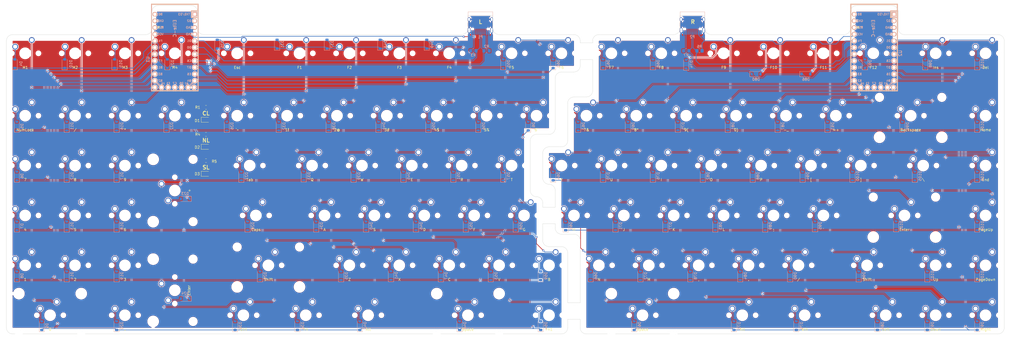
<source format=kicad_pcb>
(kicad_pcb (version 20221018) (generator pcbnew)
  (layers (0 "F.Cu" signal) (31 "B.Cu" signal) (34 "B.Paste" user) (35 "F.Paste" user) (36 "B.SilkS" user "B.Silkscreen") (37 "F.SilkS" user "F.Silkscreen") (38 "B.Mask" user) (39 "F.Mask" user) (44 "Edge.Cuts" user))
  (net 0 "")
  (net 1 "GND")
  (net 2 "+3.3V")
  (net 3 "Net-(D106-A)")
  (net 4 "Net-(D1-A)")
  (net 5 "Net-(D2-A)")
  (net 6 "Net-(D3-A)")
  (net 7 "Net-(D4-A)")
  (net 8 "Net-(D5-A)")
  (net 9 "Net-(D6-A)")
  (net 10 "Net-(D7-A)")
  (net 11 "Net-(D8-A)")
  (net 12 "Net-(D9-A)")
  (net 13 "Net-(D10-A)")
  (net 14 "Net-(D11-A)")
  (net 15 "Net-(D12-A)")
  (net 16 "Net-(D13-A)")
  (net 17 "Net-(D14-A)")
  (net 18 "Net-(D15-A)")
  (net 19 "Net-(D16-A)")
  (net 20 "Net-(D17-A)")
  (net 21 "Net-(D18-A)")
  (net 22 "Net-(D19-A)")
  (net 23 "Net-(D20-A)")
  (net 24 "Net-(D21-A)")
  (net 25 "Net-(D22-A)")
  (net 26 "Net-(D23-A)")
  (net 27 "Net-(D24-A)")
  (net 28 "Net-(D25-A)")
  (net 29 "Net-(D26-A)")
  (net 30 "Net-(D27-A)")
  (net 31 "Net-(D28-A)")
  (net 32 "Net-(D29-A)")
  (net 33 "Net-(D30-A)")
  (net 34 "Net-(D31-A)")
  (net 35 "Net-(D32-A)")
  (net 36 "Net-(D33-A)")
  (net 37 "Net-(D34-A)")
  (net 38 "Net-(D35-A)")
  (net 39 "Net-(D36-A)")
  (net 40 "Net-(D37-A)")
  (net 41 "Net-(D38-A)")
  (net 42 "Net-(D39-A)")
  (net 43 "Net-(D40-A)")
  (net 44 "Net-(D41-A)")
  (net 45 "Net-(D42-A)")
  (net 46 "Net-(D43-A)")
  (net 47 "Net-(D44-A)")
  (net 48 "Net-(D45-A)")
  (net 49 "Net-(D46-A)")
  (net 50 "Net-(D47-A)")
  (net 51 "Net-(D48-A)")
  (net 52 "Net-(D49-A)")
  (net 53 "Net-(D50-A)")
  (net 54 "Net-(D51-A)")
  (net 55 "Net-(D52-A)")
  (net 56 "Net-(D53-A)")
  (net 57 "Net-(D54-A)")
  (net 58 "Net-(D55-A)")
  (net 59 "Net-(D56-A)")
  (net 60 "Net-(D57-A)")
  (net 61 "Net-(D58-A)")
  (net 62 "Net-(D59-A)")
  (net 63 "Net-(D60-A)")
  (net 64 "Net-(D61-A)")
  (net 65 "Net-(D62-A)")
  (net 66 "Net-(D63-A)")
  (net 67 "Net-(D64-A)")
  (net 68 "Net-(D65-A)")
  (net 69 "Net-(D66-A)")
  (net 70 "Net-(D67-A)")
  (net 71 "Net-(D68-A)")
  (net 72 "Net-(D69-A)")
  (net 73 "Net-(D70-A)")
  (net 74 "Net-(D71-A)")
  (net 75 "Net-(D72-A)")
  (net 76 "Net-(D73-A)")
  (net 77 "Net-(D74-A)")
  (net 78 "Net-(D75-A)")
  (net 79 "Net-(D76-A)")
  (net 80 "Net-(D77-A)")
  (net 81 "Net-(D78-A)")
  (net 82 "Net-(D79-A)")
  (net 83 "Net-(D80-A)")
  (net 84 "Net-(D81-A)")
  (net 85 "Net-(D82-A)")
  (net 86 "Net-(D83-A)")
  (net 87 "Net-(D84-A)")
  (net 88 "Net-(D85-A)")
  (net 89 "Net-(D86-A)")
  (net 90 "Net-(D87-A)")
  (net 91 "Net-(D88-A)")
  (net 92 "Net-(D89-A)")
  (net 93 "Net-(D90-A)")
  (net 94 "Net-(D91-A)")
  (net 95 "Net-(D92-A)")
  (net 96 "Net-(D93-A)")
  (net 97 "Net-(D94-A)")
  (net 98 "Net-(D95-A)")
  (net 99 "Net-(D96-A)")
  (net 100 "Net-(D97-A)")
  (net 101 "Net-(D98-A)")
  (net 102 "Net-(D99-A)")
  (net 103 "Net-(D100-A)")
  (net 104 "Net-(D101-A)")
  (net 105 "Net-(D102-A)")
  (net 106 "Net-(D103-A)")
  (net 107 "Net-(D104-A)")
  (net 108 "Net-(D105-A)")
  (net 109 "/left_pcb/SDA")
  (net 110 "/left_pcb/SCL")
  (net 111 "/right_pcb/SDA")
  (net 112 "/right_pcb/SCL")
  (net 114 "/left_pcb/row0")
  (net 115 "/left_pcb/row1")
  (net 116 "/left_pcb/row2")
  (net 117 "/left_pcb/row3")
  (net 118 "/left_pcb/row4")
  (net 119 "/left_pcb/row5")
  (net 120 "/right_pcb/row0")
  (net 121 "/right_pcb/row1")
  (net 122 "/right_pcb/row2")
  (net 123 "/right_pcb/row3")
  (net 124 "/right_pcb/row4")
  (net 125 "/right_pcb/row5")
  (net 126 "/left_pcb/col0")
  (net 127 "/left_pcb/col1")
  (net 128 "/left_pcb/col2")
  (net 129 "/left_pcb/col3")
  (net 130 "/left_pcb/col4")
  (net 131 "/left_pcb/col5")
  (net 132 "/left_pcb/col6")
  (net 133 "/left_pcb/col7")
  (net 134 "/left_pcb/col8")
  (net 135 "/left_pcb/col9")
  (net 136 "/right_pcb/col0")
  (net 137 "/right_pcb/col1")
  (net 138 "/right_pcb/col2")
  (net 139 "/right_pcb/col3")
  (net 140 "/right_pcb/col4")
  (net 141 "/right_pcb/col5")
  (net 142 "/right_pcb/col6")
  (net 143 "/right_pcb/col7")
  (net 144 "/left_pcb/led1")
  (net 145 "/left_pcb/led2")
  (net 146 "/left_pcb/led0")
  (net 151 "Net-(D107-A)")
  (net 159 "Net-(D108-A)")
  (footprint "custom-footprints:Custom_SW_Cherry_MX_1.00u_PCB" (layer "F.Cu") (at 419.25875 245.745)
    (fp_text reference "MX97")
    (fp_text value "]")
  )
  (footprint "custom-footprints:Custom_SW_Cherry_MX_1.00u_PCB" (layer "F.Cu") (at 304.95875 245.745)
    (fp_text reference "MX61")
    (fp_text value "Y")
  )
  (footprint "custom-footprints:Custom_SW_Cherry_MX_1.25u_PCB" (layer "F.Cu") (at 231.14 302.895)
    (fp_text reference "MX39")
    (fp_text value "Alt")
  )
  (footprint "custom-footprints:Custom_SW_Cherry_MX_1.00u_PCB" (layer "F.Cu") (at 366.87125 264.795)
    (fp_text reference "MX80")
    (fp_text value "L")
  )
  (footprint "custom-footprints:Custom_SW_Cherry_MX_1.00u_PCB" (layer "F.Cu") (at 119.22125 283.845)
    (fp_text reference "MX11")
    (fp_text value "2")
  )
  (footprint "custom-footprints:Custom_SW_Cherry_MX_1.00u_PCB" (layer "F.Cu") (at 324.00875 245.745)
    (fp_text reference "MX67")
    (fp_text value "U")
  )
  (footprint "custom-footprints:Custom_SW_Cherry_MX_1.00u_PCB" (layer "F.Cu") (at 100.17125 283.845)
    (fp_text reference "MX5")
    (fp_text value "1")
  )
  (footprint "custom-footprints:Custom_SW_Cherry_MX_1.50u_PCB" (layer "F.Cu") (at 443.07125 245.745)
    (fp_text reference "MX102")
    (fp_text value "\\")
  )
  (footprint "custom-footprints:Custom_SW_Cherry_MX_2.00u_PCB_stabflip" (layer "F.Cu") (at 149.70125 295.91 90)
    (fp_text reference "MX21")
    (fp_text value "Enter")
  )
  (footprint "Keebio-Parts:breakaway-mousebites" (layer "F.Cu") (at 314.325 207.16875 90)
    (fp_text reference "REF**" hide)
    (fp_text value "breakaway-mousebites" hide)
  )
  (footprint "custom-footprints:Custom_SW_Cherry_MX_1.00u_PCB" (layer "F.Cu") (at 366.87125 202.8825)
    (fp_text reference "MX71")
    (fp_text value "F9")
  )
  (footprint "custom-footprints:Custom_SW_Cherry_MX_1.00u_PCB" (layer "F.Cu") (at 466.88375 283.845)
    (fp_text reference "MX104")
    (fp_text value "PageDown")
  )
  (footprint "custom-footprints:Custom_SW_Cherry_MX_1.00u_PCB" (layer "F.Cu") (at 319.24625 283.845)
    (fp_text reference "MX63")
    (fp_text value "N")
  )
  (footprint "custom-footprints:Custom_SW_Cherry_MX_1.00u_PCB" (layer "F.Cu") (at 390.68375 226.695)
    (fp_text reference "MX84")
    (fp_text value "-_")
  )
  (footprint "custom-footprints:Custom_SW_Cherry_MX_1.00u_PCB" (layer "F.Cu") (at 181.13375 226.695)
    (fp_text reference "MX23")
    (fp_text value "`~")
  )
  (footprint "Keebio-Parts:breakaway-mousebites" (layer "F.Cu") (at 310.35625 207.16875 90)
    (fp_text reference "REF**" hide)
    (fp_text value "breakaway-mousebites" hide)
  )
  (footprint "custom-footprints:Custom_SW_Cherry_MX_1.00u_PCB" (layer "F.Cu") (at 223.99625 283.845)
    (fp_text reference "MX32")
    (fp_text value "Z")
  )
  (footprint "Keebio-Parts:breakaway-mousebites" (layer "F.Cu") (at 309.5625 306.3875 90)
    (fp_text reference "REF**" hide)
    (fp_text value "breakaway-mousebites" hide)
  )
  (footprint "custom-footprints:Custom_SW_Cherry_MX_1.00u_PCB" (layer "F.Cu") (at 238.28375 226.695)
    (fp_text reference "MX41")
    (fp_text value "3#")
  )
  (footprint "custom-footprints:Custom_SW_Cherry_MX_1.00u_PCB" (layer "F.Cu") (at 385.92125 202.8825)
    (fp_text reference "MX77")
    (fp_text value "F10")
  )
  (footprint "Resistor_SMD:R_0805_2012Metric_Pad1.20x1.40mm_HandSolder" (layer "F.Cu") (at 166.6875 228.6)
    (fp_text reference "R1")
    (fp_text value "2.2k")
  )
  (footprint "custom-footprints:Custom_SW_Cherry_MX_1.00u_PCB" (layer "F.Cu") (at 181.13375 202.8825)
    (fp_text reference "MX22")
    (fp_text value "Esc")
  )
  (footprint "custom-footprints:Custom_SW_Cherry_MX_1.00u_PCB" (layer "F.Cu") (at 447.83375 202.8825)
    (fp_text reference "MX95")
    (fp_text value "Ins")
  )
  (footprint "custom-footprints:Custom_SW_Cherry_MX_1.00u_PCB" (layer "F.Cu") (at 100.17125 264.795)
    (fp_text reference "MX4")
    (fp_text value "4")
  )
  (footprint "custom-footprints:Custom_SW_Cherry_MX_1.00u_PCB" (layer "F.Cu") (at 276.38375 226.695)
    (fp_text reference "MX53")
    (fp_text value "5%")
  )
  (footprint "custom-footprints:Custom_SW_Cherry_MX_1.00u_PCB" (layer "F.Cu") (at 119.22125 202.8825)
    (fp_text reference "MX7")
    (fp_text value "M2")
  )
  (footprint "custom-footprints:Custom_SW_Cherry_MX_1.00u_PCB" (layer "F.Cu") (at 233.52125 264.795)
    (fp_text reference "MX37")
    (fp_text value "S")
  )
  (footprint "custom-footprints:Custom_SW_Cherry_MX_1.00u_PCB" (layer "F.Cu") (at 328.77125 264.795)
    (fp_text reference "MX68")
    (fp_text value "J")
  )
  (footprint "custom-footprints:Custom_SW_Cherry_MX_1.25u_PCB" (layer "F.Cu") (at 207.3275 302.895)
    (fp_text reference "MX33")
    (fp_text value "Fn")
  )
  (footprint "custom-footprints:Custom_SW_Cherry_MX_1.00u_PCB" (layer "F.Cu") (at 119.22125 264.795)
    (fp_text reference "MX10")
    (fp_text value "5")
  )
  (footprint "custom-footprints:Custom_SW_Cherry_MX_1.00u_PCB" (layer "F.Cu") (at 266.85875 245.745)
    (fp_text reference "MX48")
    (fp_text value "R")
  )
  (footprint "custom-footprints:Custom_SW_Cherry_MX_1.00u_PCB" (layer "F.Cu") (at 295.43375 226.695)
    (fp_text reference "MX58")
    (fp_text value "6^")
  )
  (footprint "custom-footprints:Custom_SW_Cherry_MX_1.75u_PCB" (layer "F.Cu") (at 421.64 283.845)
    (fp_text reference "MX93")
    (fp_text value "Shift")
  )
  (footprint "custom-footprints:Custom_SW_Cherry_MX_1.00u_PCB" (layer "F.Cu") (at 204.94625 202.8825)
    (fp_text reference "MX28")
    (fp_text value "F1")
  )
  (footprint "custom-footprints:Custom_SW_Cherry_MX_1.75u_PCB" (layer "F.Cu") (at 188.2775 264.795)
    (fp_text reference "MX25")
    (fp_text value "Caps")
  )
  (footprint "custom-footprints:Custom_SW_Cherry_MX_1.00u_PCB" (layer "F.Cu") (at 138.27125 245.745)
    (fp_text reference "MX14")
    (fp_text value "9")
  )
  (footprint "custom-footprints:Custom_SW_Cherry_MX_1.00u_PCB" (layer "F.Cu") (at 200.18375 226.695)
    (fp_text reference "MX29")
    (fp_text value "1!")
  )
  (footprint "custom-footprints:Custom_SW_Cherry_MX_1.00u_PCB" (layer "F.Cu") (at 466.88375 264.795)
    (fp_text reference "MX103")
    (fp_text value "PageUp")
  )
  (footprint "custom-footprints:Custom_SW_Cherry_MX_1.00u_PCB" (layer "F.Cu") (at 138.27125 202.8825)
    (fp_text reference "MX12")
    (fp_text value "M3")
  )
  (footprint "custom-footprints:Custom_SW_Cherry_MX_1.50u_PCB" (layer "F.Cu") (at 185.89625 245.745)
    (fp_text reference "MX24")
    (fp_text value "Tab")
  )
  (footprint "custom-footprints:Custom_SW_Cherry_MX_1.00u_PCB" (layer "F.Cu") (at 409.73375 226.695)
    (fp_text reference "MX90")
    (fp_text value "=+")
  )
  (footprint "custom-footprints:Custom_SW_Cherry_MX_1.00u_PCB" (layer "F.Cu") (at 285.90875 202.8825)
    (fp_text reference "MX52")
    (fp_text value "F5")
  )
  (footprint "custom-footprints:Custom_SW_Cherry_MX_1.00u_PCB" (layer "F.Cu") (at 338.29625 283.845)
    (fp_text reference "MX69")
    (fp_text value "M")
  )
  (footprint "custom-footprints:Custom_SW_Cherry_MX_1.00u_PCB" (layer "F.Cu") (at 466.88375 226.695)
    (fp_text reference "MX101")
    (fp_text value "Home")
  )
  (footprint "custom-footprints:Custom_SW_Cherry_MX_1.00u_PCB" (layer "F.Cu") (at 300.19625 283.845)
    (fp_text reference "MX56")
    (fp_text value "B")
  )
  (footprint "custom-footprints:Custom_SW_Cherry_MX_1.00u_PCB" (layer "F.Cu") (at 100.17125 226.695)
    (fp_text reference "MX2")
    (fp_text value "NumLock")
  )
  (footprint "custom-footprints:Custom_SW_Cherry_MX_1.00u_PCB" (layer "F.Cu") (at 300.19625 302.895)
    (fp_text reference "MX51")
    (fp_text value "Fn1")
  )
  (footprint "custom-footprints:Custom_SW_Cherry_MX_2.00u_PCB_stabflip" (layer "F.Cu") (at 109.69625 302.895)
    (fp_text reference "MX6")
    (fp_text value "0")
  )
  (footprint "custom-footprints:Custom_SW_Cherry_MX_1.00u_PCB" (layer "F.Cu") (at 357.34625 283.845)
    (fp_text reference "MX75")
    (fp_text value ",")
  )
  (footprint "custom-footprints:Custom_SW_Cherry_MX_1.00u_PCB" (layer "F.Cu") (at 309.72125 264.795)
    (fp_text reference "MX62")
    (fp_text value "H")
  )
  (footprint "custom-footprints:Custom_SW_Cherry_MX_1.00u_PCB" (layer "F.Cu") (at 271.62125 264.795)
    (fp_text reference "MX49")
    (fp_text value "F")
  )
  (footprint "custom-footprints:Custom_SW_Cherry_MX_1.00u_PCB" (layer "F.Cu") (at 243.04625 202.8825)
    (fp_text reference "MX40")
    (fp_text value "F3")
  )
  (footprint "custom-footprints:Custom_SW_Cherry_MX_1.00u_PCB" (layer "F.Cu") (at 314.48375 226.695)
    (fp_text reference "MX60")
    (fp_text value "7&")
  )
  (footprint "custom-footprints:Custom_SW_Cherry_MX_2.75u_PCB_stabflip" (layer "F.Cu") (at 335.915 302.895)
    (fp_text reference "MX64")
    (fp_text value "Space")
  )
  (footprint "custom-footprints:Custom_SW_Cherry_MX_1.00u_PCB" (layer "F.Cu") (at 100.17125 202.8825)
    (fp_text reference "MX1")
    (fp_text value "M1")
  )
  (footprint "custom-footprints:Custom_SW_Cherry_MX_1.25u_PCB" (layer "F.Cu") (at 183.515 302.895)
    (fp_text reference "MX27")
    (fp_text value "Ctrl")
  )
  (footprint "custom-footprints:Custom_SW_Cherry_MX_1.00u_PCB" (layer "F.Cu") (at 157.32125 226.695)
    (fp_text reference "MX19")
    (fp_text value "-")
  )
  (footprint "custom-footprints:Custom_SW_Cherry_MX_1.00u_PCB" (layer "F.Cu") (at 262.09625 283.845)
    (fp_text reference "MX44")
    (fp_text value "C")
  )
  (footprint "custom-footprints:Custom_SW_Cherry_MX_1.00u_PCB" (layer "F.Cu") (at 304.95875 202.8825)
    (fp_text reference "MX57")
    (fp_text value "F6")
  )
  (footprint "custom-footprints:Custom_SW_Cherry_MX_2.25u_PCB" (layer "F.Cu") (at 193.04 283.845)
    (fp_text reference "MX26")
    (fp_text value "Shift")
  )
  (footprint "custom-footprints:Custom_SW_Cherry_MX_1.00u_PCB" (layer "F.Cu") (at 209.70875 245.745)
    (fp_text reference "MX30")
    (fp_text value "Q")
  )
  (footprint "custom-footprints:Custom_SW_Cherry_MX_1.00u_PCB" (layer "F.Cu") (at 100.17125 245.745)
    (fp_text reference "MX3")
    (fp_text value "7")
  )
  (footprint "Keebio-Parts:breakaway-mousebites" (layer "F.Cu") (at 300.0375 269.875 90)
    (fp_text reference "REF**" hide)
    (fp_text value "breakaway-mousebites" hide)
  )
  (footprint "custom-footprints:Custom_SW_Cherry_MX_1.00u_PCB" (layer "F.Cu") (at 119.22125 245.745)
    (fp_text reference "MX9")
    (fp_text value "8")
  )
  (footprint "custom-footprints:Custom_SW_Cherry_MX_1.00u_PCB" (layer "F.Cu") (at 285.90875 245.745)
    (fp_text reference "MX54")
    (fp_text value "T")
  )
  (footprint "custom-footprints:Custom_SW_Cherry_MX_1.00u_PCB" (layer "F.Cu") (at 262.09625 202.8825)
    (fp_text reference "MX46")
    (fp_text value "F4")
  )
  (footprint "custom-footprints:Custom_SW_Cherry_MX_1.00u_PCB" (layer "F.Cu") (at 428.78375 302.895)
    (fp_text reference "MX82")
    (fp_text value "Left")
  )
  (footprint "custom-footprints:Custom_SW_Cherry_MX_1.00u_PCB" (layer "F.Cu") (at 362.10875 245.745)
    (fp_text reference "MX79")
    (fp_text value "O")
  )
  (footprint "custom-footprints:Custom_SW_Cherry_MX_1.00u_PCB" (layer "F.Cu") (at 466.88375 302.895)
    (fp_text reference "MX94")
    (fp_text value "Right")
  )
  (footprint "custom-footprints:Custom_SW_Cherry_MX_1.00u_PCB" (layer "F.Cu") (at 376.39625 283.845)
    (fp_text reference "MX81")
    (fp_text value ".")
  )
  (footprint "custom-footprints:Custom_SW_Cherry_MX_1.00u_PCB" (layer "F.Cu") (at 447.83375 302.895)
    (fp_text reference "MX88")
    (fp_text value "Down")
  )
  (footprint "custom-footprints:Custom_SW_Cherry_MX_1.00u_PCB" (layer "F.Cu") (at 219.23375 226.695)
    (fp_text reference "MX35")
    (fp_text value "2@")
  )
  (footprint "Resistor_SMD:R_0805_2012Metric_Pad1.20x1.40mm_HandSolder" (layer "F.Cu") (at 166.6875 238.91875)
    (fp_text reference "R4")
    (fp_text value "2.2k")
  )
  (footprint "custom-footprints:Custom_SW_Cherry_MX_1.00u_PCB" (layer "F.Cu") (at 447.83375 283.845)
    (fp_text reference "MX99")
    (fp_text value "Up")
  )
  (footprint "custom-footprints:Custom_SW_Cherry_MX_1.00u_PCB" (layer "F.Cu") (at 252.57125 264.795)
    (fp_text reference "MX43")
    (fp_text value "D")
  )
  (footprint "custom-footprints:Custom_SW_Cherry_MX_1.00u_PCB" (layer "F.Cu") (at 395.44625 283.845)
    (fp_text reference "MX87")
    (fp_text value "/")
  )
  (footprint "custom-footprints:Custom_SW_Cherry_MX_1.25u_PCB" (layer "F.Cu") (at 397.8275 302.895)
    (fp_text reference "MX76")
    (fp_text value "Win")
  )
  (footprint "LED_SMD:LED_0805_2012Metric_Pad1.15x1.40mm_HandSolder" (layer "F.Cu") (at 166.6875 243.68125)
    (fp_text reference "D2")
    (fp_text value "LED")
  )
  (footprint "custom-footprints:Custom_SW_Cherry_MX_1.00u_PCB" (layer "F.Cu") (at 324.00875 202.8825)
    (fp_text reference "MX59")
    (fp_text value "F7")
  )
  (footprint "custom-footprints:Custom_SW_Cherry_MX_1.00u_PCB" (layer "F.Cu") (at 404.97125 264.795)
    (fp_text reference "MX92")
    (fp_text value "'")
  )
  (footprint "custom-footprints:Custom_SW_Cherry_MX_1.00u_PCB" (layer "F.Cu") (at 281.14625 283.845)
    (fp_text reference "MX50")
    (fp_text value "V")
  )
  (footprint "custom-footprints:Custom_SW_Cherry_MX_1.00u_PCB" (layer "F.Cu") (at 243.04625 283.845)
    (fp_text reference "MX38")
    (fp_text value "X")
  )
  (footprint "custom-footprints:Custom_SW_Cherry_MX_1.00u_PCB" (layer "F.Cu") (at 347.82125 264.795)
    (fp_text reference "MX74")
    (fp_text value "K")
  )
  (footprint "custom-footprints:Custom_SW_Cherry_MX_1.00u_PCB" (layer "F.Cu") (at 223.99625 202.8825)
    (fp_text reference "MX34")
    (fp_text value "F2")
  )
  (footprint "Resistor_SMD:R_0805_2012Metric_Pad1.20x1.40mm_HandSolder" (layer "F.Cu") (at 166.6875 248.92)
    (fp_text reference "R5")
    (fp_text value "2.2k")
  )
  (footprint "custom-footprints:Custom_SW_Cherry_MX_1.00u_PCB" (layer "F.Cu") (at 290.67125 264.795)
    (fp_text reference "MX55")
    (fp_text value "G")
  )
  (footprint "custom-footprints:Custom_SW_Cherry_MX_1.00u_PCB" (layer "F.Cu") (at 247.80875 245.745)
    (fp_text reference "MX42")
    (fp_text value "E")
  )
  (footprint "custom-footprints:Custom_SW_Cherry_MX_1.00u_PCB" (layer "F.Cu") (at 333.53375 226.695)
    (fp_text reference "MX66")
    (fp_text value "8*")
  )
  (footprint "custom-footprints:Custom_SW_Cherry_MX_1.00u_PCB" (layer "F.Cu") (at 257.33375 226.695)
    (fp_text reference "MX47")
    (fp_text value "4$")
  )
  (footprint "Keebio-Parts:breakaway-mousebites" (layer "F.Cu") (at 296.06875 269.875 90)
    (fp_text reference "REF**" hide)
    (fp_text value "breakaway-mousebites" hide)
  )
  (footprint "custom-footprints:Custom_SW_Cherry_MX_1.00u_PCB" (layer "F.Cu") (at 352.58375 226.695)
    (fp_text reference "MX72")
    (fp_text value "9(")
  )
  (footprint "custom-footprints:Custom_SW_Cherry_MX_1.00u_PCB" (layer "F.Cu") (at 371.63375 226.695)
    (fp_text reference "MX78")
    (fp_text value "0)")
  )
  (footprint "custom-footprints:Custom_SW_Cherry_MX_1.00u_PCB" (layer "F.Cu") (at 343.05875 202.8825)
    (fp_text reference "MX65")
    (fp_text value "F8")
  )
  (footprint "custom-footprints:Custom_SW_Cherry_MX_1.00u_PCB" (layer "F.Cu") (at 466.88375 245.745)
    (fp_text reference "MX105")
    (fp_text value "End")
  )
  (footprint "custom-footprints:Custom_SW_Cherry_MX_1.00u_PCB" (layer "F.Cu") (at 343.05875 245.745)
    (fp_text reference "MX73")
    (fp_text value "I")
  )
  (footprint "custom-footprints:Custom_SW_Cherry_MX_2.25u_PCB" (layer "F.Cu") (at 435.9275 264.795)
    (fp_text reference "MX98")
    (fp_text value "Enter")
  )
  (footprint "custom-footprints:Custom_SW_Cherry_MX_1.00u_PCB" (layer "F.Cu") (at 385.92125 264.795)
    (fp_text reference "MX86")
    (fp_text value ";")
  )
  (footprint "LED_SMD:LED_0805_2012Metric_Pad1.15x1.40mm_HandSolder" (layer "F.Cu") (at 166.6875 254)
    (fp_text reference "D3")
    (fp_text value "LED")
  )
  (footprint "custom-footprints:Custom_SW_Cherry_MX_1.00u_PCB" (layer "F.Cu") (at 404.97125 202.8825)
    (fp_text reference "MX83")
    (fp_text value "F11")
  )
  (footprint "custom-footprints:Custom_SW_Cherry_MX_1.25u_PCB" (layer "F.Cu") (at 374.015 302.895)
    (fp_text reference "MX70")
    (fp_text value "Alt")
  )
  (footprint "custom-footprints:Custom_SW_Cherry_MX_1.00u_PCB" (layer "F.Cu") (at 228.75875 245.745)
    (fp_text reference "MX36")
    (fp_text value "W")
  )
  (footprint "custom-footprints:Custom_SW_Cherry_MX_1.00u_PCB" (layer "F.Cu") (at 138.27125 226.695)
    (fp_text reference "MX13")
    (fp_text value "*")
  )
  (footprint "custom-footprints:Custom_SW_Cherry_MX_1.00u_PCB" (layer "F.Cu") (at 138.27125 302.895)
    (fp_text reference "MX17")
    (fp_text value ".")
  )
  (footprint "custom-footprints:Custom_SW_Cherry_MX_1.00u_PCB" (layer "F.Cu") (at 424.02125 202.8825)
    (fp_text reference "MX89")
    (fp_text value "F12")
  )
  (footprint "custom-footprints:Custom_SW_Cherry_MX_1.00u_PCB" (layer "F.Cu") (at 138.27125 264.795)
    (fp_text reference "MX15")
    (fp_text value "6")
  )
  (footprint "custom-footprints:Custom_SW_Cherry_MX_1.00u_PCB" (layer "F.Cu") (at 466.88375 202.8825)
    (fp_text reference "MX100")
    (fp_text value "Del")
  )
  (footprint "custom-footprints:Custom_SW_Cherry_MX_1.00u_PCB" (layer "F.Cu") (at 400.20875 245.745)
    (fp_text reference "MX91")
    (fp_text value "[")
  )
  (footprint "custom-footprints:Custom_SW_Cherry_MX_1.00u_PCB" (layer "F.Cu") (at 119.22125 226.695)
    (fp_text reference "MX8")
    (fp_text value "/")
  )
  (footprint "LED_SMD:LED_0805_2012Metric_Pad1.15x1.40mm_HandSolder" (layer "F.Cu") (at 166.6875 233.3625)
    (fp_text reference "D1")
    (fp_text value "LED")
  )
  (footprint "custom-footprints:Custom_SW_Cherry_MX_1.00u_PCB" (layer "F.Cu") (at 138.27125 283.845)
    (fp_text reference "MX16")
    (fp_text value "3")
  )
  (footprint "custom-footprints:Custom_SW_Cherry_MX_2.00u_PCB_stabflip" (layer "F.Cu") (at 149.70125 257.81 90)
    (fp_text reference "MX20")
    (fp_text value "+")
  )
  (footprint "custom-footprints:Custom_SW_Cherry_MX_2.00u_PCB" (layer "F.Cu") (at 438.30875 226.695)
    (fp_text reference "MX96")
    (fp_text value "Backspace")
  )
  (footprint "custom-footprints:Custom_SW_Cherry_MX_1.00u_PCB" (layer "F.Cu") (at 381.15875 245.745)
    (fp_text reference "MX85")
    (fp_text value "P")
  )
  (footprint "custom-footprints:Custom_SW_Cherry_MX_1.00u_PCB" (layer "F.Cu") (at 157.32125 202.8825)
    (fp_text reference "MX18")
    (fp_text value "M4")
  )
  (footprint "custom-footprints:Custom_SW_Cherry_MX_1.00u_PCB" (layer "F.Cu") (at 214.47125 264.795)
    (fp_text reference "MX31")
    (fp_text value "A")
  )
  (footprint "Keebio-Parts:breakaway-mousebites" (layer "F.Cu") (at 305.59375 306.3875 90)
    (fp_text reference "REF**" hide)
    (fp_text value "breakaway-mousebites" hide)
  )
  (footprint "custom-footprints:Custom_SW_Cherry_MX_2.25u_PCB_stabflip" (layer "F.Cu") (at 269.24 302.895)
    (fp_text reference "MX45")
    (fp_text value "Space")
  )
  (footprint "Diode_SMD:D_SOD-123" (layer "B.Cu") (at 237.33125 292.83125 90)
    (fp_text reference "D41")
    (fp_text value "D_Small")
  )
  (footprint "Diode_SMD:D_SOD-123" (layer "B.Cu") (at 275.43125 292.89375 90)
    (fp_text reference "D53")
    (fp_text value "D_Small")
  )
  (footprint "Diode_SMD:D_SOD-123" (layer "B.Cu") (at 361.15625 273.84375 90)
    (fp_text reference "D83")
    (fp_text value "D_Small")
  )
  (footprint "Diode_SMD:D_SOD-123" (layer "B.Cu") (at 158.75 263.525 180)
    (fp_text reference "D23")
    (fp_text value "D_Small")
  )
  (footprint "Diode_SMD:D_SOD-123" (layer "B.Cu") (at 461.16875 254.79375 90)
    (fp_text reference "D108")
    (fp_text value "D_Small")
  )
  (footprint "Diode_SMD:D_SOD-123" (layer "B.Cu") (at 261.14375 254.79375 90)
    (fp_text reference "D51")
    (fp_text value "D_Small")
  )
  (footprint "Diode_SMD:D_SOD-123" (layer "B.Cu") (at 265.90625 273.84375 90)
    (fp_text reference "D52")
    (fp_text value "D_Small")
  )
  (footprint "Diode_SMD:D_SOD-123" (layer "B.Cu") (at 223.04375 254.79375 90)
    (fp_text reference "D39")
    (fp_text value "D_Small")
  )
  (footprint "Diode_SMD:D_SOD-123" (layer "B.Cu") (at 113.50625 273.84375 90)
    (fp_text reference "D13")
    (fp_text value "D_Small")
  )
  (footprint "Diode_SMD:D_SOD-123" (layer "B.Cu") (at 227.80625 273.84375 90)
    (fp_text reference "D40")
    (fp_text value "D_Small")
  )
  (footprint "Diode_SMD:D_SOD-123" (layer "B.Cu") (at 263.525 311.94375 90)
    (fp_text reference "D48")
    (fp_text value "D_Small")
  )
  (footprint "Diode_SMD:D_SOD-123" (layer "B.Cu") (at 327.81875 235.74375 90)
    (fp_text reference "D69")
    (fp_text value "D_Small")
  )
  (footprint "Keebio-Parts:Elite-C" (layer "B.Cu") (at 154.78125 207.01 -90)
    (fp_text reference "U1")
    (fp_text value "Elite-C")
  )
  (footprint "Diode_SMD:D_SOD-123" (layer "B.Cu") (at 177.8 311.94375 90)
    (fp_text reference "D30")
    (fp_text value "D_Small")
  )
  (footprint "Diode_SMD:D_SOD-123" (layer "B.Cu") (at 94.45625 292.89375 90)
    (fp_text reference "D8")
    (fp_text value "D_Small")
  )
  (footprint "Diode_SMD:D_SOD-123" (layer "B.Cu") (at 375.44375 254.79375 90)
    (fp_text reference "D88")
    (fp_text value "D_Small")
  )
  (footprint "Diode_SMD:D_SOD-123" (layer "B.Cu") (at 370.68125 292.89375 90)
    (fp_text reference "D84")
    (fp_text value "D_Small")
  )
  (footprint "Diode_SMD:D_SOD-123" (layer "B.Cu") (at 461.16875 292.89375 90)
    (fp_text reference "D107")
    (fp_text value "D_Small")
  )
  (footprint "Diode_SMD:D_SOD-123" (layer "B.Cu") (at 308.76875 235.74375 90)
    (fp_text reference "D63")
    (fp_text value "D_Small")
  )
  (footprint "Connector_USB:USB_C_Receptacle_HRO_TYPE-C-31-M-12" (layer "B.Cu") (at 352.425 196.05625)
    (fp_text reference "P2")
    (fp_text value "I2C/USB-C")
  )
  (footprint "Diode_SMD:D_SOD-123" (layer "B.Cu") (at 418.30625 211.93125 90)
    (fp_text reference "D92")
    (fp_text value "D_Small")
  )
  (footprint "Diode_SMD:D_SOD-123" (layer "B.Cu") (at 294.48125 292.89375 90)
    (fp_text reference "D59")
    (fp_text value "D_Small")
  )
  (footprint "Diode_SMD:D_SOD-123" (layer "B.Cu") (at 193.83375 204.47 90)
    (fp_text reference "D31")
    (fp_text value "D_Small")
  )
  (footprint "Connector_USB:USB_C_Receptacle_HRO_TYPE-C-31-M-12" (layer "B.Cu") (at 271.4625 196.05625)
    (fp_text reference "P1")
    (fp_text value "I2C/USB-C")
  )
  (footprint "Diode_SMD:D_SOD-123" (layer "B.Cu") (at 187.325 292.89375 90)
    (fp_text reference "D29")
    (fp_text value "D_Small")
  )
  (footprint "Diode_SMD:D_SOD-123" (layer "B.Cu") (at 404.01875 235.74375 90)
    (fp_text reference "D93")
    (fp_text value "D_Small")
  )
  (footprint "Diode_SMD:D_SOD-123" (layer "B.Cu") (at 131.7625 211.93125 90)
    (fp_text reference "D15")
    (fp_text value "D_Small")
  )
  (footprint "Diode_SMD:D_SOD-123" (layer "B.Cu") (at 132.55625 273.84375 90)
    (fp_text reference "D18")
    (fp_text value "D_Small")
  )
  (footprint "Diode_SMD:D_SOD-123" (layer "B.Cu") (at 318.29375 254.79375 90)
    (fp_text reference "D70")
    (fp_text value "D_Small")
  )
  (footprint "Diode_SMD:D_SOD-123" (layer "B.Cu") (at 270.66875 235.74375 90)
    (fp_text reference "D56")
    (fp_text value "D_Small")
  )
  (footprint "Diode_SMD:D_SOD-123" (layer "B.Cu") (at 392.1125 311.94375 90)
    (fp_text reference "D79")
    (fp_text value "D_Small")
  )
  (footprint "Diode_SMD:D_SOD-123" (layer "B.Cu") (at 170.97375 204.47 90)
    (fp_text reference "D25")
    (fp_text value "D_Small")
  )
  (footprint "Diode_SMD:D_SOD-123" (layer "B.Cu") (at 346.86875 235.68125 90)
    (fp_text reference "D75")
    (fp_text value "D_Small")
  )
  (footprint "Diode_SMD:D_SOD-123" (layer "B.Cu") (at 323.05625 273.84375 90)
    (fp_text reference "D71")
    (fp_text value "D_Small")
  )
  (footprint "Diode_SMD:D_SOD-123" (layer "B.Cu") (at 351.63125 292.89375 90)
    (fp_text reference "D78")
    (fp_text value "D_Small")
  )
  (footprint "Diode_SMD:D_SOD-123" (layer "B.Cu") (at 304.00625 273.84375 90)
    (fp_text reference "D65")
    (fp_text value "D_Small")
  )
  (footprint "Diode_SMD:D_SOD-123" (layer "B.Cu") (at 256.38125 292.89375 90)
    (fp_text reference "D47")
    (fp_text value "D_Small")
  )
  (footprint "Diode_SMD:D_SOD-123" (layer "B.Cu") (at 151.60625 235.74375 90)
    (fp_text reference "D22")
    (fp_text value "D_Small")
  )
  (footprint "Diode_SMD:D_SOD-123" (layer "B.Cu") (at 151.92375 211.93125 90)
    (fp_text reference "D21")
    (fp_text value "D_Small")
  )
  (footprint "Diode_SMD:D_SOD-123" (layer "B.Cu") (at 208.75625 273.84375 90)
    (fp_text reference "D34")
    (fp_text value "D_Small")
  )
  (footprint "Diode_SMD:D_SOD-123" (layer "B.Cu") (at 112.7125 211.93125 90)
    (fp_text reference "D10")
    (fp_text value "D_Small")
  )
  (footprint "Diode_SMD:D_SOD-123" (layer "B.Cu") (at 461.16875 235.74375 90)
    (fp_text reference "D104")
    (fp_text value "D_Small")
  )
  (footprint "Diode_SMD:D_SOD-123" (layer "B.Cu") (at 113.50625 235.74375 90)
    (fp_text reference "D11")
    (fp_text value "D_Small")
  )
  (footprint "Diode_SMD:D_SOD-123" (layer "B.Cu") (at 132.55625 292.89375 90)
    (fp_text reference "D19")
    (fp_text value "D_Small")
  )
  (footprint "Diode_SMD:D_SOD-123" (layer "B.Cu") (at 432.59375 235.74375 90)
    (fp_text reference "D99")
    (fp_text value "D_Small")
  )
  (footprint "Diode_SMD:D_SOD-123" (layer "B.Cu") (at 337.34375 211.93125 90)
    (fp_text reference "D68")
    (fp_text value "D_Small")
  )
  (footprint "Diode_SMD:D_SOD-123" (layer "B.Cu") (at 213.51875 235.74375 90)
    (fp_text reference "D38")
    (fp_text value "D_Small")
  )
  (footprint "Diode_SMD:D_SOD-123" (layer "B.Cu") (at 94.45625 273.84375 90)
    (fp_text reference "D7")
    (fp_text value "D_Small")
  )
  (footprint "Diode_SMD:D_SOD-123" (layer "B.Cu") (at 389.73125 292.89375 90)
    (fp_text reference "D90")
    (fp_text value "D_Small")
  )
  (footprint "Diode_SMD:D_SOD-123" (layer "B.Cu") (at 395.76375 215.9)
    (fp_text reference "D86")
    (fp_text value "D_Small")
  )
  (footprint "Diode_SMD:D_SOD-123" (layer "B.Cu") (at 194.46875 235.74375 90)
    (fp_text reference "D32")
    (fp_text value "D_Small")
  )
  (footprint "Diode_SMD:D_SOD-123" (layer "B.Cu") (at 94.45625 254.79375 90)
    (fp_text reference "D6")
    (fp_text value "D_Small")
  )
  (footprint "Diode_SMD:D_SOD-123" (layer "B.Cu") (at 294.48125 311.94375 90)
    (fp_text reference "D54")
    (fp_text value "D_Small")
  )
  (footprint "Diode_SMD:D_SOD-123" (layer "B.Cu") (at 218.28125 292.89375 90)
    (fp_text reference "D35")
    (fp_text value "D_Small")
  )
  (footprint "Diode_SMD:D_SOD-123" (layer "B.Cu") (at 461.16875 211.93125 90)
    (fp_text reference "D103")
    (fp_text value "D_Small")
  )
  (footprint "Diode_SMD:D_SOD-123" (layer "B.Cu") (at 246.85625 273.84375 90)
    (fp_text reference "D46")
    (fp_text value "D_Small")
  )
  (footprint "Diode_SMD:D_SOD-123" (layer "B.Cu") (at 461.16875 311.94375 90)
    (fp_text reference "D97")
    (fp_text value "D_Small")
  )
  (footprint "Diode_SMD:D_SOD-123" (layer "B.Cu") (at 437.35625 254.79375 90)
    (fp_text reference "D105")
    (fp_text value "D_Small")
  )
  (footprint "Diode_SMD:D_SOD-123" (layer "B.Cu") (at 203.99375 254.73125 90)
    (fp_text reference "D33")
    (fp_text value "D_Small")
  )
  (footprint "Diode_SMD:D_SOD-123" (layer "B.Cu") (at 232.56875 235.74375 90)
    (fp_text reference "D44")
    (fp_text value "D_Small")
  )
  (footprint "Diode_SMD:D_SOD-123" (layer "B.Cu") (at 225.425 311.94375 90)
    (fp_text reference "D42")
    (fp_text value "D_Small")
  )
  (footprint "Diode_SMD:D_SOD-123" (layer "B.Cu") (at 299.24375 211.93125 90)
    (fp_text reference "D60")
    (fp_text value "D_Small")
  )
  (footprint "Diode_SMD:D_SOD-123" (layer "B.Cu") (at 289.71875 235.74375 90)
    (fp_text reference "D61")
    (fp_text value "D_Small")
  )
  (footprint "Diode_SMD:D_SOD-123" (layer "B.Cu") (at 368.3 311.94375 90)
    (fp_text reference "D73")
    (fp_text value "D_Small")
  )
  (footprint "Diode_SMD:D_SOD-123" (layer "B.Cu") (at 332.58125 292.89375 90)
    (fp_text reference "D72")
    (fp_text value "D_Small")
  )
  (footprint "Diode_SMD:D_SOD-123" (layer "B.Cu") (at 384.96875 235.74375 90)
    (fp_text reference "D87")
    (fp_text value "D_Small")
  )
  (footprint "Diode_SMD:D_SOD-123" (layer "B.Cu") (at 201.6125 311.94375 90)
    (fp_text reference "D36")
    (fp_text value "D_Small")
  )
  (footprint "Diode_SMD:D_SOD-123" (layer "B.Cu") (at 103.98125 311.94375 90)
    (fp_text reference "D9")
    (fp_text value "D_Small")
  )
  (footprint "Diode_SMD:D_SOD-123" (layer "B.Cu") (at 233.20375 204.47 90)
    (fp_text reference "D43")
    (fp_text value "D_Small")
  )
  (footprint "Diode_SMD:D_SOD-123" (layer "B.Cu") (at 174.625 235.74375 90)
    (fp_text reference "D26")
    (fp_text value "D_Small")
  )
  (footprint "Diode_SMD:D_SOD-123" (layer "B.Cu") (at 299.24375 254.79375 90)
    (fp_text reference "D64")
    (fp_text value "D_Small")
  )
  (footprint "Diode_SMD:D_SOD-123" (layer "B.Cu") (at 158.75 301.625 180)
    (fp_text reference "D24")
    (fp_text value "D_Small")
  )
  (footprint "Diode_SMD:D_SOD-123" (layer "B.Cu") (at 132.55625 235.74375 90)
    (fp_text reference "D16")
    (fp_text value "D_Small")
  )
  (footprint "Diode_SMD:D_SOD-123" (layer "B.Cu") (at 441.325 211.93125 90)
    (fp_text reference "D98")
    (fp_text value "D_Small")
  )
  (footprint "Diode_SMD:D_SOD-123" (layer "B.Cu") (at 442.11875 311.94375 90)
    (fp_text reference "D91")
    (fp_text value "D_Small")
  )
  (footprint "Diode_SMD:D_SOD-123" (layer "B.Cu") (at 356.39375 254.79375 90)
    (fp_text reference "D82")
    (fp_text value "D_Small")
  )
  (footprint "Resistor_SMD:R_0805_2012Metric_Pad1.20x1.40mm_HandSolder" (layer "B.Cu") (at 350.04375 207.01)
    (fp_text reference "R7")
    (fp_text value "2.2K")
  )
  (footprint "Diode_SMD:D_SOD-123" (layer "B.Cu") (at 313.53125 292.89375 90)
    (fp_text reference "D66")
    (fp_text value "D_Small")
  )
  (footprint "Diode_SMD:D_SOD-123" (layer "B.Cu") (at 280.19375 254.79375 90)
    (fp_text reference "D57")
    (fp_text value "D_Small")
  )
  (footprint "Diode_SMD:D_SOD-123" (layer "B.Cu") (at 113.50625 254.79375 90)
    (fp_text reference "D12")
    (fp_text value "D_Small")
  )
  (footprint "Diode_SMD:D_SOD-123" (layer "B.Cu") (at 318.29375 211.93125 90)
    (fp_text reference "D62")
    (fp_text value "D_Small")
  )
  (footprint "Diode_SMD:D_SOD-123" (layer "B.Cu") (at 94.45625 235.74375 90)
    (fp_text reference "D5")
    (fp_text value "D_Small")
  )
  (footprint "Diode_SMD:D_SOD-123" (layer "B.Cu") (at 461.16875 273.84375 90)
    (fp_text reference "D106")
    (fp_text value "D_Small")
  )
  (footprint "Diode_SMD:D_SOD-123" (layer "B.Cu") (at 380.20625 273.84375 90)
    (fp_text reference "D89")
    (fp_text value "D_Small")
  )
  (footprint "Keebio-Parts:Elite-C" (layer "B.Cu") (at 421.79875 207.01 -90)
    (fp_text reference "U2")
    (fp_text value "Elite-C")
  )
  (footprint "Diode_SMD:D_SOD-123" (layer "B.Cu") (at 280.19375 211.93125 90)
    (fp_text reference "D55")
    (fp_text value "D_Small")
  )
  (footprint "Diode_SMD:D_SOD-123" (layer "B.Cu") (at 413.54375 254.79375 90)
    (fp_text reference "D100")
    (fp_text value "D_Small")
  )
  (footprint "Diode_SMD:D_SOD-123" (layer "B.Cu") (at 394.49375 254.79375 90)
    (fp_text reference "D94")
    (fp_text value "D_Small")
  )
  (footprint "Diode_SMD:D_SOD-123" (layer "B.Cu") (at 365.91875 235.74375 90)
    (fp_text reference "D81")
    (fp_text value "D_Small")
  )
  (footprint "Diode_SMD:D_SOD-123" (layer "B.Cu") (at 430.2125 273.78125 90)
    (fp_text reference "D101")
    (fp_text value "D_Small")
  )
  (footprint "Diode_SMD:D_SOD-123" (layer "B.Cu") (at 337.34375 254.79375 90)
    (fp_text reference "D76")
    (fp_text value "D_Small")
  )
  (footprint "Diode_SMD:D_SOD-123" (layer "B.Cu") (at 415.925 292.89375 90)
    (fp_text reference "D96")
    (fp_text value "D_Small")
  )
  (footprint "Diode_SMD:D_SOD-123" (layer "B.Cu") (at 399.25625 273.78125 90)
    (fp_text reference "D95")
    (fp_text value "D_Small")
  )
  (footprint "Diode_SMD:D_SOD-123" (layer "B.Cu") (at 251.61875 235.74375 90)
    (fp_text reference "D50")
    (fp_text value "D_Small")
  )
  (footprint "Diode_SMD:D_SOD-123" (layer "B.Cu") (at 132.55625 311.94375 90)
    (fp_text reference "D20")
    (fp_text value "D_Small")
  )
  (footprint "Resistor_SMD:R_0805_2012Metric_Pad1.20x1.40mm_HandSolder" (layer "B.Cu") (at 355.12375 207.01 180)
    (fp_text reference "R6")
    (fp_text value "2.2K")
  )
  (footprint "Diode_SMD:D_SOD-123" (layer "B.Cu") (at 212.88375 204.47 90)
    (fp_text reference "D37")
    (fp_text value "D_Small")
  )
  (footprint "Diode_SMD:D_SOD-123" (layer "B.Cu") (at 442.11875 292.89375 90)
    (fp_text reference "D102")
    (fp_text value "D_Small")
  )
  (footprint "Diode_SMD:D_SOD-123" (layer "B.Cu") (at 342.10625 273.84375 90)
    (fp_text reference "D77")
    (fp_text value "D_Small")
  )
  (footprint "Diode_SMD:D_SOD-123" (layer "B.Cu") (at 330.2 311.94375 90)
    (fp_text reference "D67")
    (fp_text value "D_Small")
  )
  (footprint "Diode_SMD:D_SOD-123" (layer "B.Cu") (at 250.98375 204.47 90)
    (fp_text reference "D49")
    (fp_text value "D_Small")
  )
  (footprint "Diode_SMD:D_SOD-123" (layer "B.Cu") (at 182.5625 273.84375 90)
    (fp_text reference "D28")
    (fp_text value "D_Small")
  )
  (footprint "Diode_SMD:D_SOD-123" (layer "B.Cu") (at 132.55625 254.79375 90)
    (fp_text reference "D17")
    (fp_text value "D_Small")
  )
  (footprint "Resistor_SMD:R_0805_2012Metric_Pad1.20x1.40mm_HandSolder" (layer "B.Cu") (at 268.76375 207.01)
    (fp_text reference "R3")
    (fp_text value "2.2K")
  )
  (footprint "Diode_SMD:D_SOD-123" (layer "B.Cu") (at 350.04375 212.09 90)
    (fp_text reference "D74")
    (fp_text value "D_Small")
  )
  (footprint "Diode_SMD:D_SOD-123" (layer "B.Cu") (at 113.50625 292.89375 90)
    (fp_text reference "D14")
    (fp_text value "D_Small")
  )
  (footprint "Diode_SMD:D_SOD-123" (layer "B.Cu") (at 284.95625 273.84375 90)
    (fp_text reference "D58")
    (fp_text value "D_Small")
  )
  (footprint "Diode_SMD:D_SOD-123" (layer "B.Cu") (at 376.71375 215.9)
    (fp_text reference "D80")
    (fp_text value "D_Small")
  )
  (footprint "Diode_SMD:D_SOD-123" (layer "B.Cu") (at 423.06875 311.94375 90)
    (fp_text reference "D85")
    (fp_text value "D_Small")
  )
  (footprint "Diode_SMD:D_SOD-123" (layer "B.Cu") (at 242.09375 254.79375 90)
    (fp_text reference "D45")
    (fp_text value "D_Small")
  )
  (footprint "Diode_SMD:D_SOD-123" (layer "B.Cu") (at 93.6625 211.93125 90)
    (fp_text reference "D4")
    (fp_text value "D_Small")
  )
  (footprint "Diode_SMD:D_SOD-123" (layer "B.Cu") (at 180.18125 254.79375 90)
    (fp_text reference "D27")
    (fp_text value "D_Small")
  )
  (footprint "Resistor_SMD:R_0805_2012Metric_Pad1.20x1.40mm_HandSolder" (layer "B.Cu") (at 273.84375 207.01 180)
    (fp_text reference "R2")
    (fp_text value "2.2K")
  )
  (gr_line (start 347.6625 193.675) (end 357.1875 193.675) (stroke (width 0.1)) (layer "Edge.Cuts"))
  (gr_arc (start 297.65625 281.78125) (mid 295.972452 281.083798) (end 295.275 279.4) (stroke (width 0.1)) (layer "Edge.Cuts"))
  (gr_line (start 297.65625 243.68125) (end 302.41875 243.68125) (stroke (width 0.1)) (layer "Edge.Cuts"))
  (gr_arc (start 90.4875 203.2) (mid 91.184952 201.516202) (end 92.86875 200.81875) (stroke (width 0.1)) (layer "Edge.Cuts"))
  (gr_line (start 90.4875 203.2) (end 90.4875 312.7375) (stroke (width 0.1)) (layer "Edge.Cuts"))
  (gr_line (start 304.8 309.5625) (end 309.5625 309.5625) (stroke (width 0.1)) (layer "Edge.Cuts"))
  (gr_line (start 316.70625 200.81875) (end 345.28125 200.81875) (stroke (width 0.1)) (layer "Edge.Cuts"))
  (gr_line (start 309.5625 210.34375) (end 314.325 210.34375) (stroke (width 0.1)) (layer "Edge.Cuts"))
  (gr_line (start 307.18125 215.10625) (end 302.41875 215.10625) (stroke (width 0.1)) (layer "Edge.Cuts"))
  (gr_arc (start 161.13125 189.70625) (mid 162.815048 190.403702) (end 163.5125 192.0875) (stroke (width 0.1)) (layer "Edge.Cuts"))
  (gr_line (start 295.275 273.05) (end 300.0375 273.05) (stroke (width 0.1)) (layer "Edge.Cuts"))
  (gr_arc (start 471.4875 312.7375) (mid 470.790048 314.421298) (end 469.10625 315.11875) (stroke (width 0.1)) (layer "Edge.Cuts"))
  (gr_line (start 266.7 193.675) (end 276.225 193.675) (stroke (width 0.1)) (layer "Edge.Cuts"))
  (gr_line (start 295.275 279.4) (end 295.275 273.05) (stroke (width 0.1)) (layer "Edge.Cuts"))
  (gr_arc (start 304.8 312.7375) (mid 304.102548 314.421298) (end 302.41875 315.11875) (stroke (width 0.1)) (layer "Edge.Cuts"))
  (gr_line (start 92.86875 200.81875) (end 143.66875 200.81875) (stroke (width 0.1)) (layer "Edge.Cuts"))
  (gr_arc (start 412.75 192.0875) (mid 413.447452 190.403702) (end 415.13125 189.70625) (stroke (width 0.1)) (layer "Edge.Cuts"))
  (gr_line (start 314.325 203.99375) (end 314.325 203.2) (stroke (width 0.1)) (layer "Edge.Cuts"))
  (gr_arc (start 300.0375 236.5375) (mid 299.340048 238.221298) (end 297.65625 238.91875) (stroke (width 0.1)) (layer "Edge.Cuts"))
  (gr_line (start 309.5625 303.2125) (end 309.5625 279.4) (stroke (width 0.1)) (layer "Edge.Cuts"))
  (gr_line (start 307.18125 224.63125) (end 311.94375 224.63125) (stroke (width 0.1)) (layer "Edge.Cuts"))
  (gr_arc (start 292.89375 262.73125) (mid 294.577548 263.428702) (end 295.275 265.1125) (stroke (width 0.1)) (layer "Edge.Cuts"))
  (gr_line (start 165.89375 200.81875) (end 169.06875 200.81875) (stroke (width 0.1)) (layer "Edge.Cuts"))
  (gr_line (start 290.5125 241.3) (end 290.5125 260.35) (stroke (width 0.1)) (layer "Edge.Cuts"))
  (gr_arc (start 278.60625 200.81875) (mid 276.922452 200.121298) (end 276.225 198.4375) (stroke (width 0.1)) (layer "Edge.Cuts"))
  (gr_arc (start 304.8 227.0125) (mid 305.497452 225.328702) (end 307.18125 224.63125) (stroke (width 0.1)) (layer "Edge.Cuts"))
  (gr_arc (start 297.65625 257.96875) (mid 299.340048 258.666202) (end 300.0375 260.35) (stroke (width 0.1)) (layer "Edge.Cuts"))
  (gr_arc (start 314.325 203.2) (mid 315.022452 201.516202) (end 316.70625 200.81875) (stroke (width 0.1)) (layer "Edge.Cuts"))
  (gr_arc (start 469.10625 200.81875) (mid 470.790048 201.516202) (end 471.4875 203.2) (stroke (width 0.1)) (layer "Edge.Cuts"))
  (gr_arc (start 433.3875 200.81875) (mid 431.703702 200.121298) (end 431.00625 198.4375) (stroke (width 0.1)) (layer "Edge.Cuts"))
  (gr_arc (start 314.325 222.25) (mid 313.627548 223.933798) (end 311.94375 224.63125) (stroke (width 0.1)) (layer "Edge.Cuts"))
  (gr_line (start 276.225 193.675) (end 276.225 198.4375) (stroke (width 0.1)) (layer "Edge.Cuts"))
  (gr_line (start 163.5125 192.0875) (end 163.5125 198.4375) (stroke (width 0.1)) (layer "Edge.Cuts"))
  (gr_arc (start 302.41875 281.78125) (mid 304.102548 282.478702) (end 304.8 284.1625) (stroke (width 0.1)) (layer "Edge.Cuts"))
  (gr_arc (start 307.18125 200.81875) (mid 308.865048 201.516202) (end 309.5625 203.2) (stroke (width 0.1)) (layer "Edge.Cuts"))
  (gr_line (start 359.56875 200.81875) (end 410.36875 200.81875) (stroke (width 0.1)) (layer "Edge.Cuts"))
  (gr_arc (start 412.75 198.4375) (mid 412.052548 200.121298) (end 410.36875 200.81875) (stroke (width 0.1)) (layer "Edge.Cuts"))
  (gr_line (start 431.00625 198.4375) (end 431.00625 192.0875) (stroke (width 0.1)) (layer "Edge.Cuts"))
  (gr_line (start 471.4875 203.2) (end 471.4875 312.7375) (stroke (width 0.1)) (layer "Edge.Cuts"))
  (gr_line (start 357.1875 193.675) (end 357.1875 198.4375) (stroke (width 0.1)) (layer "Edge.Cuts"))
  (gr_arc (start 300.0375 217.4875) (mid 300.734952 215.803702) (end 302.41875 215.10625) (stroke (width 0.1)) (layer "Edge.Cuts"))
  (gr_arc (start 292.89375 262.73125) (mid 291.209952 262.033798) (end 290.5125 260.35) (stroke (width 0.1)) (layer "Edge.Cuts"))
  (gr_line (start 309.5625 203.99375) (end 314.325 203.99375) (stroke (width 0.1)) (layer "Edge.Cuts"))
  (gr_line (start 428.625 189.70625) (end 415.13125 189.70625) (stroke (width 0.1)) (layer "Edge.Cuts"))
  (gr_arc (start 146.05 192.0875) (mid 146.747452 190.403702) (end 148.43125 189.70625) (stroke (width 0.1)) (layer "Edge.Cuts"))
  (gr_line (start 309.5625 212.725) (end 309.5625 210.34375) (stroke (width 0.1)) (layer "Edge.Cuts"))
  (gr_arc (start 165.89375 200.81875) (mid 164.209952 200.121298) (end 163.5125 198.4375) (stroke (width 0.1)) (layer "Edge.Cuts"))
  (gr_line (start 433.3875 200.81875) (end 469.10625 200.81875) (stroke (width 0.1)) (layer "Edge.Cuts"))
  (gr_line (start 300.0375 273.05) (end 300.0375 274.6375) (stroke (width 0.1)) (layer "Edge.Cuts"))
  (gr_line (start 314.325 210.34375) (end 314.325 222.25) (stroke (width 0.1)) (layer "Edge.Cuts"))
  (gr_line (start 304.8 284.1625) (end 304.8 303.2125) (stroke (width 0.1)) (layer "Edge.Cuts"))
  (gr_arc (start 428.625 189.70625) (mid 430.308798 190.403702) (end 431.00625 192.0875) (stroke (width 0.1)) (layer "Edge.Cuts"))
  (gr_arc (start 297.65625 257.96875) (mid 295.972452 257.271298) (end 295.275 255.5875) (stroke (width 0.1)) (layer "Edge.Cuts"))
  (gr_line (start 347.6625 198.4375) (end 347.6625 193.675) (stroke (width 0.1)) (layer "Edge.Cuts"))
  (gr_line (start 412.75 192.0875) (end 412.75 198.4375) (stroke (width 0.1)) (layer "Edge.Cuts"))
  (gr_arc (start 146.05 198.4375) (mid 145.352548 200.121298) (end 143.66875 200.81875) (stroke (width 0.1)) (layer "Edge.Cuts"))
  (gr_line (start 297.65625 281.78125) (end 302.41875 281.78125) (stroke (width 0.1)) (layer "Edge.Cuts"))
  (gr_line (start 295.275 265.1125) (end 295.275 266.7) (stroke (width 0.1)) (layer "Edge.Cuts"))
  (gr_line (start 309.5625 309.5625) (end 309.5625 312.7375) (stroke (width 0.1)) (layer "Edge.Cuts"))
  (gr_arc (start 295.275 246.0625) (mid 295.972452 244.378702) (end 297.65625 243.68125) (stroke (width 0.1)) (layer "Edge.Cuts"))
  (gr_arc (start 359.56875 200.81875) (mid 357.884952 200.121298) (end 357.1875 198.4375) (stroke (width 0.1)) (layer "Edge.Cuts"))
  (gr_arc (start 347.6625 198.4375) (mid 346.965048 200.121298) (end 345.28125 200.81875) (stroke (width 0.1)) (layer "Edge.Cuts"))
  (gr_line (start 169.06875 200.81875) (end 264.31875 200.81875) (stroke (width 0.1)) (layer "Edge.Cuts"))
  (gr_arc (start 92.86875 315.11875) (mid 91.184952 314.421298) (end 90.4875 312.7375) (stroke (width 0.1)) (layer "Edge.Cuts"))
  (gr_line (start 146.05 192.0875) (end 146.05 198.4375) (stroke (width 0.1)) (layer "Edge.Cuts"))
  (gr_line (start 300.0375 266.7) (end 300.0375 260.35) (stroke (width 0.1)) (layer "Edge.Cuts"))
  (gr_arc (start 307.18125 277.01875) (mid 308.865048 277.716202) (end 309.5625 279.4) (stroke (width 0.1)) (layer "Edge.Cuts"))
  (gr_line (start 92.86875 315.11875) (end 302.41875 315.11875) (stroke (width 0.1)) (layer "Edge.Cuts"))
  (gr_arc (start 302.41875 277.01875) (mid 300.734952 276.321298) (end 300.0375 274.6375) (stroke (width 0.1)) (layer "Edge.Cuts"))
  (gr_line (start 295.275 266.7) (end 300.0375 266.7) (stroke (width 0.1)) (layer "Edge.Cuts"))
  (gr_line (start 295.275 255.5875) (end 295.275 246.0625) (stroke (width 0.1)) (layer "Edge.Cuts"))
  (gr_line (start 469.10625 315.11875) (end 311.94375 315.11875) (stroke (width 0.1)) (layer "Edge.Cuts"))
  (gr_line (start 300.0375 217.4875) (end 300.0375 236.5375) (stroke (width 0.1)) (layer "Edge.Cuts"))
  (gr_line (start 278.60625 200.81875) (end 307.18125 200.81875) (stroke (width 0.1)) (layer "Edge.Cuts"))
  (gr_arc (start 304.8 241.3) (mid 304.102548 242.983798) (end 302.41875 243.68125) (stroke (width 0.1)) (layer "Edge.Cuts"))
  (gr_arc (start 266.7 198.4375) (mid 266.002548 200.121298) (end 264.31875 200.81875) (stroke (width 0.1)) (layer "Edge.Cuts"))
  (gr_line (start 292.89375 238.91875) (end 297.65625 238.91875) (stroke (width 0.1)) (layer "Edge.Cuts"))
  (gr_line (start 309.5625 203.2) (end 309.5625 203.99375) (stroke (width 0.1)) (layer "Edge.Cuts"))
  (gr_line (start 148.43125 189.70625) (end 161.13125 189.70625) (stroke (width 0.1)) (layer "Edge.Cuts"))
  (gr_arc (start 309.5625 212.725) (mid 308.865048 214.408798) (end 307.18125 215.10625) (stroke (width 0.1)) (layer "Edge.Cuts"))
  (gr_arc (start 311.94375 315.11875) (mid 310.259952 314.421298) (end 309.5625 312.7375) (stroke (width 0.1)) (layer "Edge.Cuts"))
  (gr_line (start 304.8 312.7375) (end 304.8 309.5625) (stroke (width 0.1)) (layer "Edge.Cuts"))
  (gr_line (start 266.7 198.4375) (end 266.7 193.675) (stroke (width 0.1)) (layer "Edge.Cuts"))
  (gr_line (start 304.8 227.0125) (end 304.8 241.3) (stroke (width 0.1)) (layer "Edge.Cuts"))
  (gr_line (start 302.41875 277.01875) (end 307.18125 277.01875) (stroke (width 0.1)) (layer "Edge.Cuts"))
  (gr_line (start 304.8 303.2125) (end 309.5625 303.2125) (stroke (width 0.1)) (layer "Edge.Cuts"))
  (gr_arc (start 290.5125 241.3) (mid 291.209952 239.616202) (end 292.89375 238.91875) (stroke (width 0.1)) (layer "Edge.Cuts"))
  (gr_text "designed by SL\nsplit-kb v0.2" (at 345.28125 309.5625) (layer "F.Cu") (effects (font (size 1.5 1.5) (thickness 0.3) bold) (justify left bottom)))
  (gr_text "designed by SL\nsplit-kb v0.2" (at 238.91875 309.5625) (layer "F.Cu") (effects (font (size 1.5 1.5) (thickness 0.3) bold) (justify left bottom)))
  (gr_text "SL" (at 166.6875 252.4125) (layer "F.SilkS") (effects (font (size 1.5 1.5) (thickness 0.3) bold) (justify bottom)))
  (gr_text "R" (at 351.63125 196.85) (layer "F.SilkS") (effects (font (size 1.5 1.5) (thickness 0.3) bold) (justify left bottom)))
  (gr_text "CL" (at 166.6875 231.775) (layer "F.SilkS") (effects (font (size 1.5 1.5) (thickness 0.3) bold) (justify bottom)))
  (gr_text "L" (at 270.66875 196.85) (layer "F.SilkS") (effects (font (size 1.5 1.5) (thickness 0.3) bold) (justify left bottom)))
  (gr_text "NL" (at 166.6875 242.09375) (layer "F.SilkS") (effects (font (size 1.5 1.5) (thickness 0.3) bold) (justify bottom)))
  (segment (start 265.1125 201.6125) (end 269.08125 201.6125) (width 0.254) (layer "F.Cu") (net 2))
  (via (at 265.1125 201.6125) (size 0.8) (drill 0.381) (layers "F.Cu" "B.Cu") (net 2))
  (via (at 269.08125 201.6125) (size 0.8) (drill 0.381) (layers "F.Cu" "B.Cu") (net 2))
  (segment (start 349.975 200.10125) (end 349.975 199.27225) (width 0.254) (layer "B.Cu") (net 2))
  (segment (start 269.0125 200.10125) (end 269.0125 199.27225) (width 0.254) (layer "B.Cu") (net 2))
  (segment (start 369.09375 203.2) (end 383.06375 203.2) (width 0.254) (layer "B.Cu") (net 2))
  (segment (start 400.84375 203.2) (end 402.057208 204.413458) (width 0.254) (layer "B.Cu") (net 2))
  (segment (start 349.975 200.10125) (end 349.975 206.07875) (width 0.254) (layer "B.Cu") (net 2))
  (segment (start 161.902826 201.8633) (end 180.134867 201.8633) (width 0.254) (layer "B.Cu") (net 2))
  (segment (start 367.82375 204.47) (end 369.09375 203.2) (width 0.254) (layer "B.Cu") (net 2))
  (segment (start 356.12375 207.01) (end 356.12375 204.071) (width 0.254) (layer "B.Cu") (net 2))
  (segment (start 180.134867 201.8633) (end 180.542667 201.4555) (width 0.254) (layer "B.Cu") (net 2))
  (segment (start 354.875 201.08025) (end 356.99475 203.2) (width 0.254) (layer "B.Cu") (net 2))
  (segment (start 354.875 199.3) (end 354.875 200.10125) (width 0.254) (layer "B.Cu") (net 2))
  (segment (start 180.542667 201.4555) (end 264.9555 201.4555) (width 0.254) (layer "B.Cu") (net 2))
  (segment (start 269.2355 199.04925) (end 273.66175 199.04925) (width 0.254) (layer "B.Cu") (net 2))
  (segment (start 274.84375 206.58125) (end 274.84375 207.01) (width 0.254) (layer "B.Cu") (net 2))
  (segment (start 354.875 200.10125) (end 354.875 201.08025) (width 0.254) (layer "B.Cu") (net 2))
  (segment (start 410.12745 201.5363) (end 413.30245 201.5363) (width 0.254) (layer "B.Cu") (net 2))
  (segment (start 269.0125 200.10125) (end 269.0125 201.54375) (width 0.254) (layer "B.Cu") (net 2))
  (segment (start 388.14375 203.2) (end 400.84375 203.2) (width 0.254) (layer "B.Cu") (net 2))
  (segment (start 384.33375 204.47) (end 386.87375 204.47) (width 0.254) (layer "B.Cu") (net 2))
  (segment (start 147.16125 200.66) (end 160.699526 200.66) (width 0.254) (layer "B.Cu") (net 2))
  (segment (start 273.9125 199.3) (end 273.9125 200.10125) (width 0.254) (layer "B.Cu") (net 2))
  (segment (start 269.0125 201.54375) (end 269.08125 201.6125) (width 0.254) (layer "B.Cu") (net 2))
  (segment (start 354.62425 199.04925) (end 354.875 199.3) (width 0.254) (layer "B.Cu") (net 2))
  (segment (start 269.08125 205.6925) (end 267.76375 207.01) (width 0.254) (layer "B.Cu") (net 2))
  (segment (start 273.9125 200.10125) (end 273.9125 205.65) (width 0.254) (layer "B.Cu") (net 2))
  (segment (start 356.99475 203.2) (end 364.01375 203.2) (width 0.254) (layer "B.Cu") (net 2))
  (segment (start 356.12375 204.071) (end 356.99475 203.2) (width 0.254) (layer "B.Cu") (net 2))
  (segment (start 273.66175 199.04925) (end 273.9125 199.3) (width 0.254) (layer "B.Cu") (net 2))
  (segment (start 269.08125 201.6125) (end 269.08125 205.6925) (width 0.254) (layer "B.Cu") (net 2))
  (segment (start 364.01375 203.2) (end 365.28375 204.47) (width 0.254) (layer "B.Cu") (net 2))
  (segment (start 269.0125 199.27225) (end 269.2355 199.04925) (width 0.254) (layer "B.Cu") (net 2))
  (segment (start 365.28375 204.47) (end 367.82375 204.47) (width 0.254) (layer "B.Cu") (net 2))
  (segment (start 386.87375 204.47) (end 388.14375 203.2) (width 0.254) (layer "B.Cu") (net 2))
  (segment (start 407.250292 204.413458) (end 410.12745 201.5363) (width 0.254) (layer "B.Cu") (net 2))
  (segment (start 273.9125 205.65) (end 274.84375 206.58125) (width 0.254) (layer "B.Cu") (net 2))
  (segment (start 413.30245 201.5363) (end 414.17875 200.66) (width 0.254) (layer "B.Cu") (net 2))
  (segment (start 383.06375 203.2) (end 384.33375 204.47) (width 0.254) (layer "B.Cu") (net 2))
  (segment (start 349.975 199.27225) (end 350.198 199.04925) (width 0.254) (layer "B.Cu") (net 2))
  (segment (start 350.198 199.04925) (end 354.62425 199.04925) (width 0.254) (layer "B.Cu") (net 2))
  (segment (start 402.057208 204.413458) (end 407.250292 204.413458) (width 0.254) (layer "B.Cu") (net 2))
  (segment (start 349.975 206.07875) (end 349.04375 207.01) (width 0.254) (layer "B.Cu") (net 2))
  (segment (start 160.699526 200.66) (end 161.902826 201.8633) (width 0.254) (layer "B.Cu") (net 2))
  (segment (start 264.9555 201.4555) (end 265.1125 201.6125) (width 0.254) (layer "B.Cu") (net 2))
  (segment (start 461.16875 272.19375) (end 460.53375 271.55875) (width 0.254) (layer "B.Cu") (net 3))
  (segment (start 460.53375 271.55875) (end 460.53375 267.335) (width 0.254) (layer "B.Cu") (net 3))
  (segment (start 167.7125 228.625) (end 167.6875 228.6) (width 0.254) (layer "F.Cu") (net 4))
  (segment (start 167.7125 233.3625) (end 167.7125 228.625) (width 0.254) (layer "F.Cu") (net 4))
  (segment (start 167.7125 243.68125) (end 167.7125 238.94375) (width 0.254) (layer "F.Cu") (net 5))
  (segment (start 167.7125 238.94375) (end 167.6875 238.91875) (width 0.254) (layer "F.Cu") (net 5))
  (segment (start 167.7125 248.945) (end 167.6875 248.92) (width 0.254) (layer "F.Cu") (net 6))
  (segment (start 167.7125 254) (end 167.7125 248.945) (width 0.254) (layer "F.Cu") (net 6))
  (segment (start 93.6625 210.28125) (end 93.82125 210.1225) (width 0.254) (layer "B.Cu") (net 7))
  (segment (start 93.82125 210.1225) (end 93.82125 205.4225) (width 0.254) (layer "B.Cu") (net 7))
  (segment (start 94.45625 234.09375) (end 93.82125 233.45875) (width 0.254) (layer "B.Cu") (net 8))
  (segment (start 93.82125 233.45875) (end 93.82125 229.235) (width 0.254) (layer "B.Cu") (net 8))
  (segment (start 93.82125 252.50875) (end 93.82125 248.285) (width 0.254) (layer "B.Cu") (net 9))
  (segment (start 94.45625 253.14375) (end 93.82125 252.50875) (width 0.254) (layer "B.Cu") (net 9))
  (segment (start 93.82125 271.55875) (end 93.82125 267.335) (width 0.254) (layer "B.Cu") (net 10))
  (segment (start 94.45625 272.19375) (end 93.82125 271.55875) (width 0.254) (layer "B.Cu") (net 10))
  (segment (start 94.45625 291.24375) (end 93.82125 290.60875) (width 0.254) (layer "B.Cu") (net 11))
  (segment (start 93.82125 290.60875) (end 93.82125 286.385) (width 0.254) (layer "B.Cu") (net 11))
  (segment (start 103.34625 309.65875) (end 103.34625 305.435) (width 0.254) (layer "B.Cu") (net 12))
  (segment (start 103.98125 310.29375) (end 103.34625 309.65875) (width 0.254) (layer "B.Cu") (net 12))
  (segment (start 112.87125 210.1225) (end 112.87125 205.4225) (width 0.254) (layer "B.Cu") (net 13))
  (segment (start 112.7125 210.28125) (end 112.87125 210.1225) (width 0.254) (layer "B.Cu") (net 13))
  (segment (start 112.87125 233.45875) (end 112.87125 229.235) (width 0.254) (layer "B.Cu") (net 14))
  (segment (start 113.50625 234.09375) (end 112.87125 233.45875) (width 0.254) (layer "B.Cu") (net 14))
  (segment (start 112.87125 252.50875) (end 112.87125 248.285) (width 0.254) (layer "B.Cu") (net 15))
  (segment (start 113.50625 253.14375) (end 112.87125 252.50875) (width 0.254) (layer "B.Cu") (net 15))
  (segment (start 113.50625 272.19375) (end 112.87125 271.55875) (width 0.254) (layer "B.Cu") (net 16))
  (segment (start 112.87125 271.55875) (end 112.87125 267.335) (width 0.254) (layer "B.Cu") (net 16))
  (segment (start 112.87125 290.60875) (end 112.87125 286.385) (width 0.254) (layer "B.Cu") (net 17))
  (segment (start 113.50625 291.24375) (end 112.87125 290.60875) (width 0.254) (layer "B.Cu") (net 17))
  (segment (start 131.7625 210.28125) (end 131.92125 210.1225) (width 0.254) (layer "B.Cu") (net 18))
  (segment (start 131.92125 210.1225) (end 131.92125 205.4225) (width 0.254) (layer "B.Cu") (net 18))
  (segment (start 131.92125 233.45875) (end 131.92125 229.235) (width 0.254) (layer "B.Cu") (net 19))
  (segment (start 132.55625 234.09375) (end 131.92125 233.45875) (width 0.254) (layer "B.Cu") (net 19))
  (segment (start 131.92125 252.50875) (end 131.92125 248.285) (width 0.254) (layer "B.Cu") (net 20))
  (segment (start 132.55625 253.14375) (end 131.92125 252.50875) (width 0.254) (layer "B.Cu") (net 20))
  (segment (start 131.92125 271.55875) (end 131.92125 267.335) (width 0.254) (layer "B.Cu") (net 21))
  (segment (start 132.55625 272.19375) (end 131.92125 271.55875) (width 0.254) (layer "B.Cu") (net 21))
  (segment (start 132.55625 291.24375) (end 131.92125 290.60875) (width 0.254) (layer "B.Cu") (net 22))
  (segment (start 131.92125 290.60875) (end 131.92125 286.385) (width 0.254) (layer "B.Cu") (net 22))
  (segment (start 131.92125 309.65875) (end 131.92125 305.435) (width 0.254) (layer "B.Cu") (net 23))
  (segment (start 132.55625 310.29375) (end 131.92125 309.65875) (width 0.254) (layer "B.Cu") (net 23))
  (segment (start 151.92375 210.28125) (end 150.97125 209.32875) (width 0.254) (layer "B.Cu") (net 24))
  (segment (start 150.97125 209.32875) (end 150.97125 205.4225) (width 0.254) (layer "B.Cu") (net 24))
  (segment (start 151.60625 234.09375) (end 150.97125 233.45875) (width 0.254) (layer "B.Cu") (net 25))
  (segment (start 150.97125 233.45875) (end 150.97125 229.235) (width 0.254) (layer "B.Cu") (net 25))
  (segment (start 156.465 264.16) (end 152.24125 264.16) (width 0.254) (layer "B.Cu") (net 26))
  (segment (start 157.1 263.525) (end 156.465 264.16) (width 0.254) (layer "B.Cu") (net 26))
  (segment (start 157.1 301.625) (end 156.465 302.26) (width 0.254) (layer "B.Cu") (net 27))
  (segment (start 156.465 302.26) (end 152.24125 302.26) (width 0.254) (layer "B.Cu") (net 27))
  (segment (start 170.97375 202.82) (end 172.18125 202.82) (width 0.254) (layer "B.Cu") (net 28))
  (segment (start 172.18125 202.82) (end 174.78375 205.4225) (width 0.254) (layer "B.Cu") (net 28))
  (segment (start 174.625 234.09375) (end 174.78375 233.935) (width 0.254) (layer "B.Cu") (net 29))
  (segment (start 174.78375 233.935) (end 174.78375 229.235) (width 0.254) (layer "B.Cu") (net 29))
  (segment (start 180.18125 253.14375) (end 179.54625 252.50875) (width 0.254) (layer "B.Cu") (net 30))
  (segment (start 179.54625 252.50875) (end 179.54625 248.285) (width 0.254) (layer "B.Cu") (net 30))
  (segment (start 181.9275 271.55875) (end 181.9275 267.335) (width 0.254) (layer "B.Cu") (net 31))
  (segment (start 182.5625 272.19375) (end 181.9275 271.55875) (width 0.254) (layer "B.Cu") (net 31))
  (segment (start 187.325 291.24375) (end 186.69 290.60875) (width 0.254) (layer "B.Cu") (net 32))
  (segment (start 186.69 290.60875) (end 186.69 286.385) (width 0.254) (layer "B.Cu") (net 32))
  (segment (start 177.8 310.29375) (end 177.165 309.65875) (width 0.254) (layer "B.Cu") (net 33))
  (segment (start 177.165 309.65875) (end 177.165 305.435) (width 0.254) (layer "B.Cu") (net 33))
  (segment (start 193.83375 202.82) (end 196.43625 205.4225) (width 0.254) (layer "B.Cu") (net 34))
  (segment (start 196.43625 205.4225) (end 198.59625 205.4225) (width 0.254) (layer "B.Cu") (net 34))
  (segment (start 194.46875 234.09375) (end 193.83375 233.45875) (width 0.254) (layer "B.Cu") (net 35))
  (segment (start 193.83375 233.45875) (end 193.83375 229.235) (width 0.254) (layer "B.Cu") (net 35))
  (segment (start 203.35875 252.44625) (end 203.35875 248.285) (width 0.254) (layer "B.Cu") (net 36))
  (segment (start 203.99375 253.08125) (end 203.35875 252.44625) (width 0.254) (layer "B.Cu") (net 36))
  (segment (start 208.12125 271.55875) (end 208.12125 267.335) (width 0.254) (layer "B.Cu") (net 37))
  (segment (start 208.75625 272.19375) (end 208.12125 271.55875) (width 0.254) (layer "B.Cu") (net 37))
  (segment (start 218.28125 291.24375) (end 217.64625 290.60875) (width 0.254) (layer "B.Cu") (net 38))
  (segment (start 217.64625 290.60875) (end 217.64625 286.385) (width 0.254) (layer "B.Cu") (net 38))
  (segment (start 201.6125 310.29375) (end 200.9775 309.65875) (width 0.254) (layer "B.Cu") (net 39))
  (segment (start 200.9775 309.65875) (end 200.9775 305.435) (width 0.254) (layer "B.Cu") (net 39))
  (segment (start 215.48625 205.4225) (end 217.64625 205.4225) (width 0.254) (layer "B.Cu") (net 40))
  (segment (start 212.88375 202.82) (end 215.48625 205.4225) (width 0.254) (layer "B.Cu") (net 40))
  (segment (start 212.88375 233.45875) (end 212.88375 229.235) (width 0.254) (layer "B.Cu") (net 41))
  (segment (start 213.51875 234.09375) (end 212.88375 233.45875) (width 0.254) (layer "B.Cu") (net 41))
  (segment (start 222.40875 252.50875) (end 222.40875 248.285) (width 0.254) (layer "B.Cu") (net 42))
  (segment (start 223.04375 253.14375) (end 222.40875 252.50875) (width 0.254) (layer "B.Cu") (net 42))
  (segment (start 227.17125 271.55875) (end 227.17125 267.335) (width 0.254) (layer "B.Cu") (net 43))
  (segment (start 227.80625 272.19375) (end 227.17125 271.55875) (width 0.254) (layer "B.Cu") (net 43))
  (segment (start 237.33125 291.18125) (end 236.69625 290.54625) (width 0.254) (layer "B.Cu") (net 44))
  (segment (start 236.69625 290.54625) (end 236.69625 286.385) (width 0.254) (layer "B.Cu") (net 44))
  (segment (start 225.425 310.29375) (end 224.79 309.65875) (width 0.254) (layer "B.Cu") (net 45))
  (segment (start 224.79 309.65875) (end 224.79 305.435) (width 0.254) (layer "B.Cu") (net 45))
  (segment (start 234.09375 202.82) (end 236.69625 205.4225) (width 0.254) (layer "B.Cu") (net 46))
  (segment (start 233.20375 202.82) (end 234.09375 202.82) (width 0.254) (layer "B.Cu") (net 46))
  (segment (start 231.93375 233.45875) (end 231.93375 229.235) (width 0.254) (layer "B.Cu") (net 47))
  (segment (start 232.56875 234.09375) (end 231.93375 233.45875) (width 0.254) (layer "B.Cu") (net 47))
  (segment (start 241.45875 252.50875) (end 241.45875 248.285) (width 0.254) (layer "B.Cu") (net 48))
  (segment (start 242.09375 253.14375) (end 241.45875 252.50875) (width 0.254) (layer "B.Cu") (net 48))
  (segment (start 246.85625 272.19375) (end 246.22125 271.55875) (width 0.254) (layer "B.Cu") (net 49))
  (segment (start 246.22125 271.55875) (end 246.22125 267.335) (width 0.254) (layer "B.Cu") (net 49))
  (segment (start 255.74625 290.60875) (end 255.74625 286.385) (width 0.254) (layer "B.Cu") (net 50))
  (segment (start 256.38125 291.24375) (end 255.74625 290.60875) (width 0.254) (layer "B.Cu") (net 50))
  (segment (start 262.89 309.65875) (end 262.89 305.435) (width 0.254) (layer "B.Cu") (net 51))
  (segment (start 263.525 310.29375) (end 262.89 309.65875) (width 0.254) (layer "B.Cu") (net 51))
  (segment (start 250.98375 202.82) (end 253.58625 205.4225) (width 0.254) (layer "B.Cu") (net 52))
  (segment (start 253.58625 205.4225) (end 255.74625 205.4225) (width 0.254) (layer "B.Cu") (net 52))
  (segment (start 250.98375 233.45875) (end 250.98375 229.235) (width 0.254) (layer "B.Cu") (net 53))
  (segment (start 251.61875 234.09375) (end 250.98375 233.45875) (width 0.254) (layer "B.Cu") (net 53))
  (segment (start 260.50875 252.50875) (end 260.50875 248.285) (width 0.254) (layer "B.Cu") (net 54))
  (segment (start 261.14375 253.14375) (end 260.50875 252.50875) (width 0.254) (layer "B.Cu") (net 54))
  (segment (start 265.90625 272.19375) (end 265.27125 271.55875) (width 0.254) (layer "B.Cu") (net 55))
  (segment (start 265.27125 271.55875) (end 265.27125 267.335) (width 0.254) (layer "B.Cu") (net 55))
  (segment (start 274.79625 290.60875) (end 274.79625 286.385) (width 0.254) (layer "B.Cu") (net 56))
  (segment (start 275.43125 291.24375) (end 274.79625 290.60875) (width 0.254) (layer "B.Cu") (net 56))
  (segment (start 293.84625 309.65875) (end 293.84625 305.435) (width 0.254) (layer "B.Cu") (net 57))
  (segment (start 294.48125 310.29375) (end 293.84625 309.65875) (width 0.254) (layer "B.Cu") (net 57))
  (segment (start 280.19375 210.28125) (end 279.55875 209.64625) (width 0.254) (layer "B.Cu") (net 58))
  (segment (start 279.55875 209.64625) (end 279.55875 205.4225) (width 0.254) (layer "B.Cu") (net 58))
  (segment (start 270.66875 234.09375) (end 270.03375 233.45875) (width 0.254) (layer "B.Cu") (net 59))
  (segment (start 270.03375 233.45875) (end 270.03375 229.235) (width 0.254) (layer "B.Cu") (net 59))
  (segment (start 280.19375 253.14375) (end 279.55875 252.50875) (width 0.254) (layer "B.Cu") (net 60))
  (segment (start 279.55875 252.50875) (end 279.55875 248.285) (width 0.254) (layer "B.Cu") (net 60))
  (segment (start 284.95625 272.19375) (end 284.32125 271.55875) (width 0.254) (layer "B.Cu") (net 61))
  (segment (start 284.32125 271.55875) (end 284.32125 267.335) (width 0.254) (layer "B.Cu") (net 61))
  (segment (start 293.84625 290.60875) (end 293.84625 286.385) (width 0.254) (layer "B.Cu") (net 62))
  (segment (start 294.48125 291.24375) (end 293.84625 290.60875) (width 0.254) (layer "B.Cu") (net 62))
  (segment (start 298.60875 209.64625) (end 298.60875 205.4225) (width 0.254) (layer "B.Cu") (net 63))
  (segment (start 299.24375 210.28125) (end 298.60875 209.64625) (width 0.254) (layer "B.Cu") (net 63))
  (segment (start 289.08375 233.45875) (end 289.08375 229.235) (width 0.254) (layer "B.Cu") (net 64))
  (segment (start 289.71875 234.09375) (end 289.08375 233.45875) (width 0.254) (layer "B.Cu") (net 64))
  (segment (start 317.65875 209.64625) (end 317.65875 205.4225) (width 0.254) (layer "B.Cu") (net 65))
  (segment (start 318.29375 210.28125) (end 317.65875 209.64625) (width 0.254) (layer "B.Cu") (net 65))
  (segment (start 308.13375 233.45875) (end 308.13375 229.235) (width 0.254) (layer "B.Cu") (net 66))
  (segment (start 308.76875 234.09375) (end 308.13375 233.45875) (width 0.254) (layer "B.Cu") (net 66))
  (segment (start 298.60875 252.50875) (end 298.60875 248.285) (width 0.254) (layer "B.Cu") (net 67))
  (segment (start 299.24375 253.14375) (end 298.60875 252.50875) (width 0.254) (layer "B.Cu") (net 67))
  (segment (start 303.37125 271.55875) (end 303.37125 267.335) (width 0.254) (layer "B.Cu") (net 68))
  (segment (start 304.00625 272.19375) (end 303.37125 271.55875) (width 0.254) (layer "B.Cu") (net 68))
  (segment (start 313.53125 291.24375) (end 312.89625 290.60875) (width 0.254) (layer "B.Cu") (net 69))
  (segment (start 312.89625 290.60875) (end 312.89625 286.385) (width 0.254) (layer "B.Cu") (net 69))
  (segment (start 330.2 310.29375) (end 329.565 309.65875) (width 0.254) (layer "B.Cu") (net 70))
  (segment (start 329.565 309.65875) (end 329.565 305.435) (width 0.254) (layer "B.Cu") (net 70))
  (segment (start 337.34375 210.28125) (end 336.70875 209.64625) (width 0.254) (layer "B.Cu") (net 71))
  (segment (start 336.70875 209.64625) (end 336.70875 205.4225) (width 0.254) (layer "B.Cu") (net 71))
  (segment (start 327.81875 234.09375) (end 327.18375 233.45875) (width 0.254) (layer "B.Cu") (net 72))
  (segment (start 327.18375 233.45875) (end 327.18375 229.235) (width 0.254) (layer "B.Cu") (net 72))
  (segment (start 318.29375 253.14375) (end 317.65875 252.50875) (width 0.254) (layer "B.Cu") (net 73))
  (segment (start 317.65875 252.50875) (end 317.65875 248.285) (width 0.254) (layer "B.Cu") (net 73))
  (segment (start 323.05625 272.19375) (end 322.42125 271.55875) (width 0.254) (layer "B.Cu") (net 74))
  (segment (start 322.42125 271.55875) (end 322.42125 267.335) (width 0.254) (layer "B.Cu") (net 74))
  (segment (start 332.58125 291.24375) (end 331.94625 290.60875) (width 0.254) (layer "B.Cu") (net 75))
  (segment (start 331.94625 290.60875) (end 331.94625 286.385) (width 0.254) (layer "B.Cu") (net 75))
  (segment (start 367.665 309.65875) (end 367.665 305.435) (width 0.254) (layer "B.Cu") (net 76))
  (segment (start 368.3 310.29375) (end 367.665 309.65875) (width 0.254) (layer "B.Cu") (net 76))
  (segment (start 361.47375 206.375) (end 360.52125 205.4225) (width 0.254) (layer "F.Cu") (net 77))
  (segment (start 360.20375 209.55) (end 361.47375 208.28) (width 0.254) (layer "F.Cu") (net 77))
  (segment (start 351.31375 209.55) (end 360.20375 209.55) (width 0.254) (layer "F.Cu") (net 77))
  (segment (start 361.47375 208.28) (end 361.47375 206.375) (width 0.254) (layer "F.Cu") (net 77))
  (via (at 351.31375 209.55) (size 0.8) (drill 0.381) (layers "F.Cu" "B.Cu") (net 77))
  (segment (start 350.04375 210.44) (end 350.42375 210.44) (width 0.254) (layer "B.Cu") (net 77))
  (segment (start 350.42375 210.44) (end 351.31375 209.55) (width 0.254) (layer "B.Cu") (net 77))
  (segment (start 346.86875 234.03125) (end 346.23375 233.39625) (width 0.254) (layer "B.Cu") (net 78))
  (segment (start 346.23375 233.39625) (end 346.23375 229.235) (width 0.254) (layer "B.Cu") (net 78))
  (segment (start 337.34375 253.14375) (end 336.70875 252.50875) (width 0.254) (layer "B.Cu") (net 79))
  (segment (start 336.70875 252.50875) (end 336.70875 248.285) (width 0.254) (layer "B.Cu") (net 79))
  (segment (start 342.10625 272.19375) (end 341.47125 271.55875) (width 0.254) (layer "B.Cu") (net 80))
  (segment (start 341.47125 271.55875) (end 341.47125 267.335) (width 0.254) (layer "B.Cu") (net 80))
  (segment (start 350.99625 290.60875) (end 350.99625 286.385) (width 0.254) (layer "B.Cu") (net 81))
  (segment (start 351.63125 291.24375) (end 350.99625 290.60875) (width 0.254) (layer "B.Cu") (net 81))
  (segment (start 391.4775 309.65875) (end 391.4775 305.435) (width 0.254) (layer "B.Cu") (net 82))
  (segment (start 392.1125 310.29375) (end 391.4775 309.65875) (width 0.254) (layer "B.Cu") (net 82))
  (segment (start 380.52375 213.36) (end 380.52375 206.375) (width 0.254) (layer "F.Cu") (net 83))
  (segment (start 380.52375 206.375) (end 379.57125 205.4225) (width 0.254) (layer "F.Cu") (net 83))
  (segment (start 379.25375 214.63) (end 380.52375 213.36) (width 0.254) (layer "F.Cu") (net 83))
  (via (at 379.25375 214.63) (size 0.8) (drill 0.381) (layers "F.Cu" "B.Cu") (net 83))
  (segment (start 378.36375 215.52) (end 379.25375 214.63) (width 0.254) (layer "B.Cu") (net 83))
  (segment (start 378.36375 215.9) (end 378.36375 215.52) (width 0.254) (layer "B.Cu") (net 83))
  (segment (start 365.91875 234.09375) (end 365.28375 233.45875) (width 0.254) (layer "B.Cu") (net 84))
  (segment (start 365.28375 233.45875) (end 365.28375 229.235) (width 0.254) (layer "B.Cu") (net 84))
  (segment (start 355.75875 252.50875) (end 355.75875 248.285) (width 0.254) (layer "B.Cu") (net 85))
  (segment (start 356.39375 253.14375) (end 355.75875 252.50875) (width 0.254) (layer "B.Cu") (net 85))
  (segment (start 361.15625 272.19375) (end 360.52125 271.55875) (width 0.254) (layer "B.Cu") (net 86))
  (segment (start 360.52125 271.55875) (end 360.52125 267.335) (width 0.254) (layer "B.Cu") (net 86))
  (segment (start 370.04625 290.60875) (end 370.04625 286.385) (width 0.254) (layer "B.Cu") (net 87))
  (segment (start 370.68125 291.24375) (end 370.04625 290.60875) (width 0.254) (layer "B.Cu") (net 87))
  (segment (start 422.43375 309.65875) (end 422.43375 305.435) (width 0.254) (layer "B.Cu") (net 88))
  (segment (start 423.06875 310.29375) (end 422.43375 309.65875) (width 0.254) (layer "B.Cu") (net 88))
  (segment (start 398.30375 214.63) (end 399.57375 213.36) (width 0.254) (layer "F.Cu") (net 89))
  (segment (start 399.57375 213.36) (end 399.57375 206.375) (width 0.254) (layer "F.Cu") (net 89))
  (segment (start 399.57375 206.375) (end 398.62125 205.4225) (width 0.254) (layer "F.Cu") (net 89))
  (via (at 398.30375 214.63) (size 0.8) (drill 0.381) (layers "F.Cu" "B.Cu") (net 89))
  (segment (start 397.41375 215.9) (end 397.41375 215.52) (width 0.254) (layer "B.Cu") (net 89))
  (segment (start 397.41375 215.52) (end 398.30375 214.63) (width 0.254) (layer "B.Cu") (net 89))
  (segment (start 384.96875 234.09375) (end 384.33375 233.45875) (width 0.254) (layer "B.Cu") (net 90))
  (segment (start 384.33375 233.45875) (end 384.33375 229.235) (width 0.254) (layer "B.Cu") (net 90))
  (segment (start 375.44375 253.14375) (end 374.80875 252.50875) (width 0.254) (layer "B.Cu") (net 91))
  (segment (start 374.80875 252.50875) (end 374.80875 248.285) (width 0.254) (layer "B.Cu") (net 91))
  (segment (start 380.20625 272.19375) (end 379.57125 271.55875) (width 0.254) (layer "B.Cu") (net 92))
  (segment (start 379.57125 271.55875) (end 379.57125 267.335) (width 0.254) (layer "B.Cu") (net 92))
  (segment (start 389.73125 291.24375) (end 389.09625 290.60875) (width 0.254) (layer "B.Cu") (net 93))
  (segment (start 389.09625 290.60875) (end 389.09625 286.385) (width 0.254) (layer "B.Cu") (net 93))
  (segment (start 442.11875 310.29375) (end 441.48375 309.65875) (width 0.254) (layer "B.Cu") (net 94))
  (segment (start 441.48375 309.65875) (end 441.48375 305.435) (width 0.254) (layer "B.Cu") (net 94))
  (segment (start 417.67125 209.64625) (end 417.67125 205.4225) (width 0.254) (layer "B.Cu") (net 95))
  (segment (start 418.30625 210.28125) (end 417.67125 209.64625) (width 0.254) (layer "B.Cu") (net 95))
  (segment (start 404.01875 234.09375) (end 403.38375 233.45875) (width 0.254) (layer "B.Cu") (net 96))
  (segment (start 403.38375 233.45875) (end 403.38375 229.235) (width 0.254) (layer "B.Cu") (net 96))
  (segment (start 394.49375 253.14375) (end 393.85875 252.50875) (width 0.254) (layer "B.Cu") (net 97))
  (segment (start 393.85875 252.50875) (end 393.85875 248.285) (width 0.254) (layer "B.Cu") (net 97))
  (segment (start 398.62125 271.49625) (end 398.62125 267.335) (width 0.254) (layer "B.Cu") (net 98))
  (segment (start 399.25625 272.13125) (end 398.62125 271.49625) (width 0.254) (layer "B.Cu") (net 98))
  (segment (start 415.29 290.60875) (end 415.29 286.385) (width 0.254) (layer "B.Cu") (net 99))
  (segment (start 415.925 291.24375) (end 415.29 290.60875) (width 0.254) (layer "B.Cu") (net 99))
  (segment (start 461.16875 310.29375) (end 460.53375 309.65875) (width 0.254) (layer "B.Cu") (net 100))
  (segment (start 460.53375 309.65875) (end 460.53375 305.435) (width 0.254) (layer "B.Cu") (net 100))
  (segment (start 441.325 210.28125) (end 441.48375 210.1225) (width 0.254) (layer "B.Cu") (net 101))
  (segment (start 441.48375 210.1225) (end 441.48375 205.4225) (width 0.254) (layer "B.Cu") (net 101))
  (segment (start 431.95875 233.45875) (end 431.95875 229.235) (width 0.254) (layer "B.Cu") (net 102))
  (segment (start 432.59375 234.09375) (end 431.95875 233.45875) (width 0.254) (layer "B.Cu") (net 102))
  (segment (start 412.90875 252.50875) (end 412.90875 248.285) (width 0.254) (layer "B.Cu") (net 103))
  (segment (start 413.54375 253.14375) (end 412.90875 252.50875) (width 0.254) (layer "B.Cu") (net 103))
  (segment (start 429.5775 271.49625) (end 429.5775 267.335) (width 0.254) (layer "B.Cu") (net 104))
  (segment (start 430.2125 272.13125) (end 429.5775 271.49625) (width 0.254) (layer "B.Cu") (net 104))
  (segment (start 441.48375 290.60875) (end 441.48375 286.385) (width 0.254) (layer "B.Cu") (net 105))
  (segment (start 442.11875 291.24375) (end 441.48375 290.60875) (width 0.254) (layer "B.Cu") (net 105))
  (segment (start 461.16875 210.28125) (end 460.53375 209.64625) (width 0.254) (layer "B.Cu") (net 106))
  (segment (start 460.53375 209.64625) (end 460.53375 205.4225) (width 0.254) (layer "B.Cu") (net 106))
  (segment (start 460.53375 233.45875) (end 460.53375 229.235) (width 0.254) (layer "B.Cu") (net 107))
  (segment (start 461.16875 234.09375) (end 460.53375 233.45875) (width 0.254) (layer "B.Cu") (net 107))
  (segment (start 437.35625 253.14375) (end 436.72125 252.50875) (width 0.254) (layer "B.Cu") (net 108))
  (segment (start 436.72125 252.50875) (end 436.72125 248.285) (width 0.254) (layer "B.Cu") (net 108))
  (segment (start 165.89375 203.2) (end 173.51375 210.82) (width 0.254) (layer "B.Cu") (net 109))
  (segment (start 162.40125 203.2) (end 165.89375 203.2) (width 0.254) (layer "B.Cu") (net 109))
  (segment (start 270.03375 207.01) (end 269.76375 207.01) (width 0.254) (layer "B.Cu") (net 109))
  (segment (start 270.03375 209.55) (end 270.03375 207.28) (width 0.254) (layer "B.Cu") (net 109))
  (segment (start 271.2125 200.10125) (end 271.2125 205.83125) (width 0.254) (layer "B.Cu") (net 109))
  (segment (start 271.2125 205.83125) (end 270.03375 207.01) (width 0.254) (layer "B.Cu") (net 109))
  (segment (start 270.03375 207.28) (end 269.76375 207.01) (width 0.254) (layer "B.Cu") (net 109))
  (segment (start 173.51375 210.82) (end 268.76375 210.82) (width 0.254) (layer "B.Cu") (net 109))
  (segment (start 268.76375 210.82) (end 270.03375 209.55) (width 0.254) (layer "B.Cu") (net 109))
  (segment (start 272.57375 210.82) (end 272.57375 207.28) (width 0.254) (layer "B.Cu") (net 110))
  (segment (start 162.40125 205.74) (end 165.89375 205.74) (width 0.254) (layer "B.Cu") (net 110))
  (segment (start 272.57375 207.28) (end 272.84375 207.01) (width 0.254) (layer "B.Cu") (net 110))
  (segment (start 271.7125 200.10125) (end 271.7125 205.87875) (width 0.254) (layer "B.Cu") (net 110))
  (segment (start 271.30375 212.09) (end 272.57375 210.82) (width 0.254) (layer "B.Cu") (net 110))
  (segment (start 271.7125 205.87875) (end 272.84375 207.01) (width 0.254) (layer "B.Cu") (net 110))
  (segment (start 165.89375 205.74) (end 172.24375 212.09) (width 0.254) (layer "B.Cu") (net 110))
  (segment (start 172.24375 212.09) (end 271.30375 212.09) (width 0.254) (layer "B.Cu") (net 110))
  (segment (start 411.00375 207.01) (end 412.27375 205.74) (width 0.254) (layer "B.Cu") (net 111))
  (segment (start 352.175 205.87875) (end 351.04375 207.01) (width 0.254) (layer "B.Cu") (net 111))
  (segment (start 407.835802 212.09) (end 408.46375 212.09) (width 0.254) (layer "B.Cu") (net 111))
  (segment (start 412.27375 205.74) (end 414.17875 205.74) (width 0.254) (layer "B.Cu") (net 111))
  (segment (start 351.04375 207.01) (end 352.58375 208.55) (width 0.254) (layer "B.Cu") (net 111))
  (segment (start 353.85375 213.36) (end 406.565802 213.36) (width 0.254) (layer "B.Cu") (net 111))
  (segment (start 352.58375 212.09) (end 353.85375 213.36) (width 0.254) (layer "B.Cu") (net 111))
  (segment (start 352.175 200.10125) (end 352.175 205.87875) (width 0.254) (layer "B.Cu") (net 111))
  (segment (start 406.565802 213.36) (end 407.835802 212.09) (width 0.254) (layer "B.Cu") (net 111))
  (segment (start 408.46375 212.09) (end 411.00375 209.55) (width 0.254) (layer "B.Cu") (net 111))
  (segment (start 352.58375 208.55) (end 352.58375 212.09) (width 0.254) (layer "B.Cu") (net 111))
  (segment (start 411.00375 209.55) (end 411.00375 207.01) (width 0.254) (layer "B.Cu") (net 111))
  (segment (start 407.19375 210.82) (end 408.46375 210.82) (width 0.254) (layer "B.Cu") (net 112))
  (segment (start 353.85375 210.82) (end 355.12375 212.09) (width 0.254) (layer "B.Cu") (net 112))
  (segment (start 353.85375 207.01) (end 354.12375 207.01) (width 0.254) (layer "B.Cu") (net 112))
  (segment (start 354.12375 208.01) (end 353.85375 208.28) (width 0.254) (layer "B.Cu") (net 112))
  (segment (start 409.73375 209.55) (end 409.73375 204.47) (width 0.254) (layer "B.Cu") (net 112))
  (segment (start 409.73375 204.47) (end 411.00375 203.2) (width 0.254) (layer "B.Cu") (net 112))
  (segment (start 408.46375 210.82) (end 409.73375 209.55) (width 0.254) (layer "B.Cu") (net 112))
  (segment (start 405.92375 212.09) (end 407.19375 210.82) (width 0.254) (layer "B.Cu") (net 112))
  (segment (start 411.00375 203.2) (end 414.17875 203.2) (width 0.254) (layer "B.Cu") (net 112))
  (segment (start 355.12375 212.09) (end 405.92375 212.09) (width 0.254) (layer "B.Cu") (net 112))
  (segment (start 353.85375 208.28) (end 353.85375 210.82) (width 0.254) (layer "B.Cu") (net 112))
  (segment (start 354.12375 207.01) (end 354.12375 208.01) (width 0.254) (layer "B.Cu") (net 112))
  (segment (start 352.675 205.83125) (end 353.85375 207.01) (width 0.254) (layer "B.Cu") (net 112))
  (segment (start 352.675 200.10125) (end 352.675 205.83125) (width 0.254) (layer "B.Cu") (net 112))
  (segment (start 267.49375 208.28) (end 267.49375 213.36) (width 0.254) (layer "F.Cu") (net 114))
  (segment (start 171.45 210.34375) (end 169.8625 211.93125) (width 0.254) (layer "F.Cu") (net 114))
  (segment (start 264.95375 205.74) (end 267.49375 208.28) (width 0.254) (layer "F.Cu") (net 114))
  (segment (start 171.45 206.375) (end 171.45 210.34375) (width 0.254) (layer "F.Cu") (net 114))
  (via (at 169.8625 211.93125) (size 0.8) (drill 0.381) (layers "F.Cu" "B.Cu") (net 114))
  (via (at 264.95375 205.74) (size 0.8) (drill 0.381) (layers "F.Cu" "B.Cu") (net 114))
  (via (at 171.45 206.375) (size 0.8) (drill 0.381) (layers "F.Cu" "B.Cu") (net 114))
  (via (at 267.49375 213.36) (size 0.8) (drill 0.381) (layers "F.Cu" "B.Cu") (net 114))
  (segment (start 216.325667 206.12) (end 217.055167 206.8495) (width 0.254) (layer "B.Cu") (net 114))
  (segment (start 170.97375 206.12) (end 171.195 206.12) (width 0.254) (layer "B.Cu") (net 114))
  (segment (start 237.287333 206.8495) (end 238.551333 205.5855) (width 0.254) (layer "B.Cu") (net 114))
  (segment (start 169.77045 212.0233) (end 153.4817 212.0233) (width 0.254) (layer "B.Cu") (net 114))
  (segment (start 174.192667 206.8495) (end 176.345164 206.8495) (width 0.254) (layer "B.Cu") (net 114))
  (segment (start 219.207664 206.8495) (end 220.471664 205.5855) (width 0.254) (layer "B.Cu") (net 114))
  (segment (start 279.9725 213.36) (end 280.19375 213.58125) (width 0.254) (layer "B.Cu") (net 114))
  (segment (start 170.97375 206.12) (end 173.463167 206.12) (width 0.254) (layer "B.Cu") (net 114))
  (segment (start 257.147164 207.01) (end 258.571664 205.5855) (width 0.254) (layer "B.Cu") (net 114))
  (segment (start 212.34925 205.5855) (end 212.88375 206.12) (width 0.254) (layer "B.Cu") (net 114))
  (segment (start 200.157664 206.8495) (end 201.421664 205.5855) (width 0.254) (layer "B.Cu") (net 114))
  (segment (start 254.425667 206.12) (end 255.315667 207.01) (width 0.254) (layer "B.Cu") (net 114))
  (segment (start 233.20375 206.12) (end 235.375667 206.12) (width 0.254) (layer "B.Cu") (net 114))
  (segment (start 148.47425 204.513) (end 147.16125 203.2) (width 0.254) (layer "B.Cu") (net 114))
  (segment (start 250.98375 206.12) (end 254.425667 206.12) (width 0.254) (layer "B.Cu") (net 114))
  (segment (start 193.29925 205.5855) (end 193.83375 206.12) (width 0.254) (layer "B.Cu") (net 114))
  (segment (start 264.79925 205.5855) (end 264.95375 205.74) (width 0.254) (layer "B.Cu") (net 114))
  (segment (start 267.49375 213.36) (end 279.9725 213.36) (width 0.254) (layer "B.Cu") (net 114))
  (segment (start 169.8625 211.93125) (end 169.77045 212.0233) (width 0.254) (layer "B.Cu") (net 114))
  (segment (start 217.055167 206.8495) (end 219.207664 206.8495) (width 0.254) (layer "B.Cu") (net 114))
  (segment (start 151.92375 213.58125) (end 148.47425 210.13175) (width 0.254) (layer "B.Cu") (net 114))
  (segment (start 177.609164 205.5855) (end 193.29925 205.5855) (width 0.254) (layer "B.Cu") (net 114))
  (segment (start 250.44925 205.5855) (end 250.98375 206.12) (width 0.254) (layer "B.Cu") (net 114))
  (segment (start 142.875 209.55) (end 142.875 207.48625) (width 0.254) (layer "B.Cu") (net 114))
  (segment (start 238.551333 205.5855) (end 250.44925 205.5855) (width 0.254) (layer "B.Cu") (net 114))
  (segment (start 193.83375 206.12) (end 197.275667 206.12) (width 0.254) (layer "B.Cu") (net 114))
  (segment (start 131.7625 213.58125) (end 138.84375 213.58125) (width 0.254) (layer "B.Cu") (net 114))
  (segment (start 255.315667 207.01) (end 257.147164 207.01) (width 0.254) (layer "B.Cu") (net 114))
  (segment (start 220.471664 205.5855) (end 232.66925 205.5855) (width 0.254) (layer "B.Cu") (net 114))
  (segment (start 176.345164 206.8495) (end 177.609164 205.5855) (width 0.254) (layer "B.Cu") (net 114))
  (segment (start 197.275667 206.12) (end 198.005167 206.8495) (width 0.254) (layer "B.Cu") (net 114))
  (segment (start 212.88375 206.12) (end 216.325667 206.12) (width 0.254) (layer "B.Cu") (net 114))
  (segment (start 148.47425 210.13175) (end 148.47425 204.513) (width 0.254) (layer "B.Cu") (net 114))
  (segment (start 236.105167 206.8495) (end 237.287333 206.8495) (width 0.254) (layer "B.Cu") (net 114))
  (segment (start 138.84375 213.58125) (end 142.875 209.55) (width 0.254) (layer "B.Cu") (net 114))
  (segment (start 93.6625 213.58125) (end 112.7125 213.58125) (width 0.254) (layer "B.Cu") (net 114))
  (segment (start 201.421664 205.5855) (end 212.34925 205.5855) (width 0.254) (layer "B.Cu") (net 114))
  (segment (start 142.875 207.48625) (end 147.16125 203.2) (width 0.254) (layer "B.Cu") (net 114))
  (segment (start 198.005167 206.8495) (end 200.157664 206.8495) (width 0.254) (layer "B.Cu") (net 114))
  (segment (start 173.463167 206.12) (end 174.192667 206.8495) (width 0.254) (layer "B.Cu") (net 114))
  (segment (start 171.195 206.12) (end 171.45 206.375) (width 0.254) (layer "B.Cu") (net 114))
  (segment (start 258.571664 205.5855) (end 264.79925 205.5855) (width 0.254) (layer "B.Cu") (net 114))
  (segment (start 153.4817 212.0233) (end 151.92375 213.58125) (width 0.254) (layer "B.Cu") (net 114))
  (segment (start 232.66925 205.5855) (end 233.20375 206.12) (width 0.254) (layer "B.Cu") (net 114))
  (segment (start 112.7125 213.58125) (end 131.7625 213.58125) (width 0.254) (layer "B.Cu") (net 114))
  (segment (start 235.375667 206.12) (end 236.105167 206.8495) (width 0.254) (layer "B.Cu") (net 114))
  (segment (start 104.93375 215.9) (end 106.20375 214.63) (width 0.254) (layer "F.Cu") (net 115))
  (segment (start 104.93375 236.22) (end 104.93375 215.9) (width 0.254) (layer "F.Cu") (net 115))
  (via (at 104.93375 236.22) (size 0.8) (drill 0.381) (layers "F.Cu" "B.Cu") (net 115))
  (via (at 106.20375 214.63) (size 0.8) (drill 0.381) (layers "F.Cu" "B.Cu") (net 115))
  (segment (start 194.46875 237.39375) (end 213.51875 237.39375) (width 0.254) (layer "B.Cu") (net 115))
  (segment (start 213.51875 237.39375) (end 232.56875 237.39375) (width 0.254) (layer "B.Cu") (net 115))
  (segment (start 94.45625 237.39375) (end 103.66375 237.39375) (width 0.254) (layer "B.Cu") (net 115))
  (segment (start 251.61875 237.39375) (end 270.66875 237.39375) (width 0.254) (layer "B.Cu") (net 115))
  (segment (start 132.55625 237.39375) (end 151.60625 237.39375) (width 0.254) (layer "B.Cu") (net 115))
  (segment (start 103.66375 237.39375) (end 113.50625 237.39375) (width 0.254) (layer "B.Cu") (net 115))
  (segment (start 139.3825 214.63) (end 144.4625 209.55) (width 0.254) (layer "B.Cu") (net 115))
  (segment (start 103.76 237.39375) (end 104.93375 236.22) (width 0.254) (layer "B.Cu") (net 115))
  (segment (start 174.625 237.39375) (end 194.46875 237.39375) (width 0.254) (layer "B.Cu") (net 115))
  (segment (start 106.20375 214.63) (end 139.3825 214.63) (width 0.254) (layer "B.Cu") (net 115))
  (segment (start 144.4625 208.43875) (end 147.16125 205.74) (width 0.254) (layer "B.Cu") (net 115))
  (segment (start 144.4625 209.55) (end 144.4625 208.43875) (width 0.254) (layer "B.Cu") (net 115))
  (segment (start 151.60625 237.39375) (end 174.625 237.39375) (width 0.254) (layer "B.Cu") (net 115))
  (segment (start 113.50625 237.39375) (end 132.55625 237.39375) (width 0.254) (layer "B.Cu") (net 115))
  (segment (start 103.66375 237.39375) (end 103.76 237.39375) (width 0.254) (layer "B.Cu") (net 115))
  (segment (start 232.56875 237.39375) (end 251.61875 237.39375) (width 0.254) (layer "B.Cu") (net 115))
  (segment (start 106.20375 255.27) (end 106.20375 217.17) (width 0.254) (layer "F.Cu") (net 116))
  (segment (start 106.20375 217.17) (end 107.47375 215.9) (width 0.254) (layer "F.Cu") (net 116))
  (segment (start 159.54375 256.54) (end 159.54375 262.89) (width 0.254) (layer "F.Cu") (net 116))
  (via (at 107.47375 215.9) (size 0.8) (drill 0.381) (layers "F.Cu" "B.Cu") (net 116))
  (via (at 159.54375 256.54) (size 0.8) (drill 0.381) (layers "F.Cu" "B.Cu") (net 116))
  (via (at 159.54375 262.89) (size 0.8) (drill 0.381) (layers "F.Cu" "B.Cu") (net 116))
  (via (at 106.20375 255.27) (size 0.8) (drill 0.381) (layers "F.Cu" "B.Cu") (net 116))
  (segment (start 113.50625 256.44375) (end 132.55625 256.44375) (width 0.254) (layer "B.Cu") (net 116))
  (segment (start 139.54125 215.9) (end 147.16125 208.28) (width 0.254) (layer "B.Cu") (net 116))
  (segment (start 104.93375 256.44375) (end 105.03 256.44375) (width 0.254) (layer "B.Cu") (net 116))
  (segment (start 104.93375 256.44375) (end 113.50625 256.44375) (width 0.254) (layer "B.Cu") (net 116))
  (segment (start 203.93125 256.44375) (end 203.99375 256.38125) (width 0.254) (layer "B.Cu") (net 116))
  (segment (start 280.0975 256.44375) (end 280.19375 256.54) (width 0.254) (layer "B.Cu") (net 116))
  (segment (start 94.45625 256.44375) (end 104.93375 256.44375) (width 0.254) (layer "B.Cu") (net 116))
  (segment (start 261.14375 256.44375) (end 280.0975 256.44375) (width 0.254) (layer "B.Cu") (net 116))
  (segment (start 180.18125 256.44375) (end 203.93125 256.44375) (width 0.254) (layer "B.Cu") (net 116))
  (segment (start 222.98125 256.38125) (end 223.04375 256.44375) (width 0.254) (layer "B.Cu") (net 116))
  (segment (start 159.765 262.89) (end 160.4 263.525) (width 0.254) (layer "B.Cu") (net 116))
  (segment (start 203.99375 256.38125) (end 222.98125 256.38125) (width 0.254) (layer "B.Cu") (net 116))
  (segment (start 242.09375 256.44375) (end 261.14375 256.44375) (width 0.254) (layer "B.Cu") (net 116))
  (segment (start 105.03 256.44375) (end 106.20375 255.27) (width 0.254) (layer "B.Cu") (net 116))
  (segment (start 132.55625 256.44375) (end 132.617 256.383) (width 0.254) (layer "B.Cu") (net 116))
  (segment (start 180.085 256.54) (end 180.18125 256.44375) (width 0.254) (layer "B.Cu") (net 116))
  (segment (start 153.03675 256.383) (end 153.19375 256.54) (width 0.254) (layer "B.Cu") (net 116))
  (segment (start 159.54375 262.89) (end 159.765 262.89) (width 0.254) (layer "B.Cu") (net 116))
  (segment (start 132.617 256.383) (end 153.03675 256.383) (width 0.254) (layer "B.Cu") (net 116))
  (segment (start 107.47375 215.9) (end 139.54125 215.9) (width 0.254) (layer "B.Cu") (net 116))
  (segment (start 223.04375 256.44375) (end 242.09375 256.44375) (width 0.254) (layer "B.Cu") (net 116))
  (segment (start 153.19375 256.54) (end 180.085 256.54) (width 0.254) (layer "B.Cu") (net 116))
  (segment (start 107.47375 274.32) (end 107.47375 218.44) (width 0.254) (layer "F.Cu") (net 117))
  (segment (start 158.27375 299.72) (end 159.54375 300.99) (width 0.254) (layer "F.Cu") (net 117))
  (segment (start 158.27375 275.49375) (end 158.27375 299.72) (width 0.254) (layer "F.Cu") (net 117))
  (segment (start 107.47375 218.44) (end 108.74375 217.17) (width 0.254) (layer "F.Cu") (net 117))
  (via (at 107.47375 274.32) (size 0.8) (drill 0.381) (layers "F.Cu" "B.Cu") (net 117))
  (via (at 158.27375 275.49375) (size 0.8) (drill 0.381) (layers "F.Cu" "B.Cu") (net 117))
  (via (at 108.74375 217.17) (size 0.8) (drill 0.381) (layers "F.Cu" "B.Cu") (net 117))
  (via (at 159.54375 300.99) (size 0.8) (drill 0.381) (layers "F.Cu" "B.Cu") (net 117))
  (segment (start 106.20375 275.49375) (end 106.3 275.49375) (width 0.254) (layer "B.Cu") (net 117))
  (segment (start 113.50625 275.49375) (end 132.55625 275.49375) (width 0.254) (layer "B.Cu") (net 117))
  (segment (start 208.75625 275.49375) (end 227.80625 275.49375) (width 0.254) (layer "B.Cu") (net 117))
  (segment (start 159.765 300.99) (end 160.4 301.625) (width 0.254) (layer "B.Cu") (net 117))
  (segment (start 94.45625 275.49375) (end 106.20375 275.49375) (width 0.254) (layer "B.Cu") (net 117))
  (segment (start 132.55625 275.49375) (end 182.5625 275.49375) (width 0.254) (layer "B.Cu") (net 117))
  (segment (start 106.20375 275.49375) (end 113.50625 275.49375) (width 0.254) (layer "B.Cu") (net 117))
  (segment (start 140.81125 217.17) (end 147.16125 210.82) (width 0.254) (layer "B.Cu") (net 117))
  (segment (start 227.80625 275.49375) (end 246.85625 275.49375) (width 0.254) (layer "B.Cu") (net 117))
  (segment (start 246.85625 275.49375) (end 265.90625 275.49375) (width 0.254) (layer "B.Cu") (net 117))
  (segment (start 265.90625 275.49375) (end 284.95625 275.49375) (width 0.254) (layer "B.Cu") (net 117))
  (segment (start 108.74375 217.17) (end 140.81125 217.17) (width 0.254) (layer "B.Cu") (net 117))
  (segment (start 159.54375 300.99) (end 159.765 300.99) (width 0.254) (layer "B.Cu") (net 117))
  (segment (start 106.3 275.49375) (end 107.47375 274.32) (width 0.254) (layer "B.Cu") (net 117))
  (segment (start 182.5625 275.49375) (end 208.75625 275.49375) (width 0.254) (layer "B.Cu") (net 117))
  (segment (start 271.4625 285.02725) (end 280.99175 275.498) (width 0.254) (layer "F.Cu") (net 118))
  (segment (start 108.74375 293.37) (end 108.74375 219.71) (width 0.254) (layer "F.Cu") (net 118))
  (segment (start 271.4625 294.54375) (end 271.4625 285.02725) (width 0.254) (layer "F.Cu") (net 118))
  (segment (start 108.74375 219.71) (end 110.01375 218.44) (width 0.254) (layer "F.Cu") (net 118))
  (segment (start 280.99175 215.89575) (end 281.78125 215.10625) (width 0.254) (layer "F.Cu") (net 118))
  (segment (start 280.99175 275.498) (end 280.99175 215.89575) (width 0.254) (layer "F.Cu") (net 118))
  (via (at 271.4625 294.54375) (size 0.8) (drill 0.381) (layers "F.Cu" "B.Cu") (net 118))
  (via (at 281.78125 215.10625) (size 0.8) (drill 0.381) (layers "F.Cu" "B.Cu") (net 118))
  (via (at 108.74375 293.37) (size 0.8) (drill 0.381) (layers "F.Cu" "B.Cu") (net 118))
  (via (at 110.01375 218.44) (size 0.8) (drill 0.381) (layers "F.Cu" "B.Cu") (net 118))
  (segment (start 107.57 294.54375) (end 108.74375 293.37) (width 0.254) (layer "B.Cu") (net 118))
  (segment (start 237.33125 294.48125) (end 256.31875 294.48125) (width 0.254) (layer "B.Cu") (net 118))
  (segment (start 218.28125 294.54375) (end 237.26875 294.54375) (width 0.254) (layer "B.Cu") (net 118))
  (segment (start 187.22875 294.64) (end 187.325 294.54375) (width 0.254) (layer "B.Cu") (net 118))
  (segment (start 237.26875 294.54375) (end 237.33125 294.48125) (width 0.254) (layer "B.Cu") (net 118))
  (segment (start 142.08125 218.44) (end 147.16125 213.36) (width 0.254) (layer "B.Cu") (net 118))
  (segment (start 297.71875 215.10625) (end 299.24375 213.58125) (width 0.254) (layer "B.Cu") (net 118))
  (segment (start 153.19375 294.64) (end 187.22875 294.64) (width 0.254) (layer "B.Cu") (net 118))
  (segment (start 113.50625 294.54375) (end 132.55625 294.54375) (width 0.254) (layer "B.Cu") (net 118))
  (segment (start 256.38125 294.54375) (end 275.43125 294.54375) (width 0.254) (layer "B.Cu") (net 118))
  (segment (start 153.03675 294.483) (end 153.19375 294.64) (width 0.254) (layer "B.Cu") (net 118))
  (segment (start 94.45625 294.54375) (end 107.47375 294.54375) (width 0.254) (layer "B.Cu") (net 118))
  (segment (start 110.01375 218.44) (end 142.08125 218.44) (width 0.254) (layer "B.Cu") (net 118))
  (segment (start 132.55625 294.54375) (end 132.617 294.483) (width 0.254) (layer "B.Cu") (net 118))
  (segment (start 281.78125 215.10625) (end 297.71875 215.10625) (width 0.254) (layer "B.Cu") (net 118))
  (segment (start 107.47375 294.54375) (end 113.50625 294.54375) (width 0.254) (layer "B.Cu") (net 118))
  (segment (start 275.43125 294.54375) (end 294.48125 294.54375) (width 0.254) (layer "B.Cu") (net 118))
  (segment (start 187.325 294.54375) (end 218.28125 294.54375) (width 0.254) (layer "B.Cu") (net 118))
  (segment (start 256.31875 294.48125) (end 256.38125 294.54375) (width 0.254) (layer "B.Cu") (net 118))
  (segment (start 107.47375 294.54375) (end 107.57 294.54375) (width 0.254) (layer "B.Cu") (net 118))
  (segment (start 132.617 294.483) (end 153.03675 294.483) (width 0.254) (layer "B.Cu") (net 118))
  (segment (start 111.28375 294.64) (end 110.01375 293.37) (width 0.254) (layer "F.Cu") (net 119))
  (segment (start 287.81375 240.03) (end 287.81375 249.72476) (width 0.254) (layer "F.Cu") (net 119))
  (segment (start 110.01375 293.37) (end 110.01375 220.98) (width 0.254) (layer "F.Cu") (net 119))
  (segment (start 290.50825 267.096366) (end 290.50825 311.3045) (width 0.254) (layer "F.Cu") (net 119))
  (segment (start 110.01375 306.07) (end 111.28375 304.8) (width 0.254) (layer "F.Cu") (net 119))
  (segment (start 290.50825 311.3045) (end 291.62375 312.42) (width 0.254) (layer "F.Cu") (net 119))
  (segment (start 111.28375 304.8) (end 111.28375 299.72) (width 0.254) (layer "F.Cu") (net 119))
  (segment (start 110.01375 311.15) (end 110.01375 306.07) (width 0.254) (layer "F.Cu") (net 119))
  (segment (start 287.22175 263.809866) (end 290.50825 267.096366) (width 0.254) (layer "F.Cu") (net 119))
  (segment (start 111.28375 299.72) (end 111.28375 294.64) (width 0.254) (layer "F.Cu") (net 119))
  (segment (start 110.01375 220.98) (end 111.28375 219.71) (width 0.254) (layer "F.Cu") (net 119))
  (segment (start 287.81375 249.72476) (end 287.22175 250.31676) (width 0.254) (layer "F.Cu") (net 119))
  (segment (start 287.22175 250.31676) (end 287.22175 263.809866) (width 0.254) (layer "F.Cu") (net 119))
  (via (at 291.62375 312.42) (size 0.8) (drill 0.381) (layers "F.Cu" "B.Cu") (net 119))
  (via (at 287.81375 240.03) (size 0.8) (drill 0.381) (layers "F.Cu" "B.Cu") (net 119))
  (via (at 110.01375 311.15) (size 0.8) (drill 0.381) (layers "F.Cu" "B.Cu") (net 119))
  (via (at 111.28375 219.71) (size 0.8) (drill 0.381) (layers "F.Cu" "B.Cu") (net 119))
  (segment (start 108.74375 313.058) (end 110.01375 311.788) (width 0.254) (layer "B.Cu") (net 119))
  (segment (start 289.71875 237.39375) (end 287.81375 239.29875) (width 0.254) (layer "B.Cu") (net 119))
  (segment (start 263.525 313.59375) (end 264.06075 313.058) (width 0.254) (layer "B.Cu") (net 119))
  (segment (start 262.98925 313.058) (end 263.525 313.59375) (width 0.254) (layer "B.Cu") (net 119))
  (segment (start 201.6125 313.59375) (end 225.425 313.59375) (width 0.254) (layer "B.Cu") (net 119))
  (segment (start 225.96075 313.058) (end 262.98925 313.058) (width 0.254) (layer "B.Cu") (net 119))
  (segment (start 291.62375 312.42) (end 291.62375 313.058) (width 0.254) (layer "B.Cu") (net 119))
  (segment (start 177.8 313.59375) (end 201.6125 313.59375) (width 0.254) (layer "B.Cu") (net 119))
  (segment (start 143.35125 219.71) (end 147.16125 215.9) (width 0.254) (layer "B.Cu") (net 119))
  (segment (start 108.74375 313.058) (end 132.0205 313.058) (width 0.254) (layer "B.Cu") (net 119))
  (segment (start 110.01375 311.788) (end 110.01375 311.15) (width 0.254) (layer "B.Cu") (net 119))
  (segment (start 264.06075 313.058) (end 291.62375 313.058) (width 0.254) (layer "B.Cu") (net 119))
  (segment (start 287.81375 239.29875) (end 287.81375 240.03) (width 0.254) (layer "B.Cu") (net 119))
  (segment (start 104.517 313.058) (end 108.74375 313.058) (width 0.254) (layer "B.Cu") (net 119))
  (segment (start 132.0205 313.058) (end 132.55625 313.59375) (width 0.254) (layer "B.Cu") (net 119))
  (segment (start 291.62375 313.058) (end 293.9455 313.058) (width 0.254) (layer "B.Cu") (net 119))
  (segment (start 293.9455 313.058) (end 294.48125 313.59375) (width 0.254) (layer "B.Cu") (net 119))
  (segment (start 111.28375 219.71) (end 143.35125 219.71) (width 0.254) (layer "B.Cu") (net 119))
  (segment (start 103.98125 313.59375) (end 104.517 313.058) (width 0.254) (layer "B.Cu") (net 119))
  (segment (start 132.55625 313.59375) (end 177.8 313.59375) (width 0.254) (layer "B.Cu") (net 119))
  (segment (start 225.425 313.59375) (end 225.96075 313.058) (width 0.254) (layer "B.Cu") (net 119))
  (segment (start 412.90875 209.55) (end 414.17875 208.28) (width 0.254) (layer "B.Cu") (net 120))
  (segment (start 412.27375 209.55) (end 412.90875 209.55) (width 0.254) (layer "B.Cu") (net 120))
  (segment (start 398.30375 217.17) (end 400.84375 214.63) (width 0.254) (layer "B.Cu") (net 120))
  (segment (start 407.19375 214.63) (end 412.27375 209.55) (width 0.254) (layer "B.Cu") (net 120))
  (segment (start 418.30625 213.58125) (end 418.3358 213.6108) (width 0.254) (layer "B.Cu") (net 120))
  (segment (start 379.25375 217.17) (end 380.52375 215.9) (width 0.254) (layer "B.Cu") (net 120))
  (segment (start 441.325 213.58125) (end 461.16875 213.58125) (width 0.254) (layer "B.Cu") (net 120))
  (segment (start 439.90045 212.1567) (end 441.325 213.58125) (width 0.254) (layer "B.Cu") (net 120))
  (segment (start 318.29375 213.58125) (end 337.34375 213.58125) (width 0.254) (layer "B.Cu") (net 120))
  (segment (start 380.52375 215.9) (end 394.11375 215.9) (width 0.254) (layer "B.Cu") (net 120))
  (segment (start 418.30625 213.58125) (end 419.7308 212.1567) (width 0.254) (layer "B.Cu") (net 120))
  (segment (start 441.29545 213.6108) (end 441.325 213.58125) (width 0.254) (layer "B.Cu") (net 120))
  (segment (start 349.885 213.58125) (end 350.04375 213.74) (width 0.254) (layer "B.Cu") (net 120))
  (segment (start 337.34375 213.58125) (end 349.885 213.58125) (width 0.254) (layer "B.Cu") (net 120))
  (segment (start 373.79375 214.63) (end 375.06375 215.9) (width 0.254) (layer "B.Cu") (net 120))
  (segment (start 394.49375 215.9) (end 395.76375 217.17) (width 0.254) (layer "B.Cu") (net 120))
  (segment (start 375.06375 215.9) (end 376.33375 217.17) (width 0.254) (layer "B.Cu") (net 120))
  (segment (start 376.33375 217.17) (end 379.25375 217.17) (width 0.254) (layer "B.Cu") (net 120))
  (segment (start 414.17875 208.28) (end 418.30625 212.4075) (width 0.254) (layer "B.Cu") (net 120))
  (segment (start 350.04375 213.74) (end 350.93375 214.63) (width 0.254) (layer "B.Cu") (net 120))
  (segment (start 418.30625 212.4075) (end 418.30625 213.58125) (width 0.254) (layer "B.Cu") (net 120))
  (segment (start 350.93375 214.63) (end 373.79375 214.63) (width 0.254) (layer "B.Cu") (net 120))
  (segment (start 394.11375 215.9) (end 394.49375 215.9) (width 0.254) (layer "B.Cu") (net 120))
  (segment (start 419.7308 212.1567) (end 439.90045 212.1567) (width 0.254) (layer "B.Cu") (net 120))
  (segment (start 400.84375 214.63) (end 407.19375 214.63) (width 0.254) (layer "B.Cu") (net 120))
  (segment (start 395.76375 217.17) (end 398.30375 217.17) (width 0.254) (layer "B.Cu") (net 120))
  (segment (start 426.87875 235.585) (end 426.87875 220.98) (width 0.254) (layer "F.Cu") (net 121))
  (segment (start 427.51375 236.22) (end 426.87875 235.585) (width 0.254) (layer "F.Cu") (net 121))
  (via (at 427.51375 236.22) (size 0.8) (drill 0.381) (layers "F.Cu" "B.Cu") (net 121))
  (segment (start 346.86875 237.33125) (end 365.85625 237.33125) (width 0.254) (layer "B.Cu") (net 121))
  (segment (start 365.91875 237.39375) (end 384.96875 237.39375) (width 0.254) (layer "B.Cu") (net 121))
  (segment (start 346.80625 237.39375) (end 346.86875 237.33125) (width 0.254) (layer "B.Cu") (net 121))
  (segment (start 384.96875 237.39375) (end 404.01875 237.39375) (width 0.254) (layer "B.Cu") (net 121))
  (segment (start 404.01875 237.39375) (end 427.51375 237.39375) (width 0.254) (layer "B.Cu") (net 121))
  (segment (start 432.59375 237.49) (end 432.59375 237.39375) (width 0.254) (layer "B.Cu") (net 121))
  (segment (start 427.51375 237.39375) (end 427.51375 236.22) (width 0.254) (layer "B.Cu") (net 121))
  (segment (start 432.59375 237.39375) (end 461.16875 237.39375) (width 0.254) (layer "B.Cu") (net 121))
  (segment (start 432.4975 237.39375) (end 432.59375 237.49) (width 0.254) (layer "B.Cu") (net 121))
  (segment (start 427.51375 237.39375) (end 432.4975 237.39375) (width 0.254) (layer "B.Cu") (net 121))
  (segment (start 327.81875 237.39375) (end 346.80625 237.39375) (width 0.254) (layer "B.Cu") (net 121))
  (segment (start 308.76875 237.39375) (end 327.81875 237.39375) (width 0.254) (layer "B.Cu") (net 121))
  (segment (start 365.85625 237.33125) (end 365.91875 237.39375) (width 0.254) (layer "B.Cu") (net 121))
  (segment (start 429.19015 254.4064) (end 429.19015 220.98) (width 0.254) (layer "F.Cu") (net 122))
  (segment (start 430.05375 255.27) (end 429.19015 254.4064) (width 0.254) (layer "F.Cu") (net 122))
  (via (at 430.05375 255.27) (size 0.8) (drill 0.381) (layers "F.Cu" "B.Cu") (net 122))
  (segment (start 337.34375 256.54) (end 337.34375 256.44375) (width 0.254) (layer "B.Cu") (net 122))
  (segment (start 337.34375 256.44375) (end 356.39375 256.44375) (width 0.254) (layer "B.Cu") (net 122))
  (segment (start 299.24375 256.44375) (end 318.29375 256.44375) (width 0.254) (layer "B.Cu") (net 122))
  (segment (start 413.54375 256.44375) (end 430.05375 256.44375) (width 0.254) (layer "B.Cu") (net 122))
  (segment (start 375.44375 256.44375) (end 394.49375 256.44375) (width 0.254) (layer "B.Cu") (net 122))
  (segment (start 430.05375 256.44375) (end 430.05375 255.27) (width 0.254) (layer "B.Cu") (net 122))
  (segment (start 394.49375 256.44375) (end 413.54375 256.44375) (width 0.254) (layer "B.Cu") (net 122))
  (segment (start 356.39375 256.44375) (end 375.44375 256.44375) (width 0.254) (layer "B.Cu") (net 122))
  (segment (start 318.29375 256.44375) (end 337.2475 256.44375) (width 0.254) (layer "B.Cu") (net 122))
  (segment (start 337.2475 256.44375) (end 337.34375 256.54) (width 0.254) (layer "B.Cu") (net 122))
  (segment (start 430.05375 256.44375) (end 437.35625 256.44375) (width 0.254) (layer "B.Cu") (net 122))
  (segment (start 454.18375 274.32) (end 454.18375 219.71) (width 0.254) (layer "F.Cu") (net 123))
  (segment (start 454.18375 219.71) (end 452.91375 218.44) (width 0.254) (layer "F.Cu") (net 123))
  (via (at 454.18375 274.32) (size 0.8) (drill 0.381) (layers "F.Cu" "B.Cu") (net 123))
  (via (at 452.91375 218.44) (size 0.8) (drill 0.381) (layers "F.Cu" "B.Cu") (net 123))
  (segment (start 380.20625 275.49375) (end 399.19375 275.49375) (width 0.254) (layer "B.Cu") (net 123))
  (segment (start 461.10625 275.43125) (end 461.16875 275.49375) (width 0.254) (layer "B.Cu") (net 123))
  (segment (start 361.15625 275.49375) (end 380.20625 275.49375) (width 0.254) (layer "B.Cu") (net 123))
  (segment (start 361.3775 275.49375) (end 361.47375 275.59) (width 0.254) (layer "B.Cu") (net 123))
  (segment (start 399.25625 275.43125) (end 430.2125 275.43125) (width 0.254) (layer "B.Cu") (net 123))
  (segment (start 399.19375 275.49375) (end 399.25625 275.43125) (width 0.254) (layer "B.Cu") (net 123))
  (segment (start 452.91375 218.44) (end 429.41875 218.44) (width 0.254) (layer "B.Cu") (net 123))
  (segment (start 304.00625 275.49375) (end 323.05625 275.49375) (width 0.254) (layer "B.Cu") (net 123))
  (segment (start 454.18375 275.43125) (end 454.18375 274.32) (width 0.254) (layer "B.Cu") (net 123))
  (segment (start 430.2125 275.43125) (end 454.18375 275.43125) (width 0.254) (layer "B.Cu") (net 123))
  (segment (start 323.05625 275.49375) (end 342.10625 275.49375) (width 0.254) (layer "B.Cu") (net 123))
  (segment (start 342.10625 275.49375) (end 361.3775 275.49375) (width 0.254) (layer "B.Cu") (net 123))
  (segment (start 454.18375 275.43125) (end 461.10625 275.43125) (width 0.254) (layer "B.Cu") (net 123))
  (segment (start 455.45375 293.37) (end 455.45375 218.44) (width 0.254) (layer "F.Cu") (net 124))
  (segment (start 455.45375 218.44) (end 454.18375 217.17) (width 0.254) (layer "F.Cu") (net 124))
  (via (at 455.45375 293.37) (size 0.8) (drill 0.381) (layers "F.Cu" "B.Cu") (net 124))
  (via (at 454.18375 217.17) (size 0.8) (drill 0.381) (layers "F.Cu" "B.Cu") (net 124))
  (segment (start 415.925 294.54375) (end 442.11875 294.54375) (width 0.254) (layer "B.Cu") (net 124))
  (segment (start 332.58125 294.54375) (end 351.63125 294.54375) (width 0.254) (layer "B.Cu") (net 124))
  (segment (start 389.73125 294.54375) (end 415.925 294.54375) (width 0.254) (layer "B.Cu") (net 124))
  (segment (start 454.18375 217.17) (end 432.59375 217.17) (width 0.254) (layer "B.Cu") (net 124))
  (segment (start 432.59375 217.17) (end 431.32375 215.9) (width 0.254) (layer "B.Cu") (net 124))
  (segment (start 431.32375 215.9) (end 429.41875 215.9) (width 0.254) (layer "B.Cu") (net 124))
  (segment (start 313.53125 294.54375) (end 332.58125 294.54375) (width 0.254) (layer "B.Cu") (net 124))
  (segment (start 370.68125 294.54375) (end 389.73125 294.54375) (width 0.254) (layer "B.Cu") (net 124))
  (segment (start 442.11875 294.54375) (end 455.45375 294.54375) (width 0.254) (layer "B.Cu") (net 124))
  (segment (start 351.63125 294.54375) (end 370.68125 294.54375) (width 0.254) (layer "B.Cu") (net 124))
  (segment (start 455.45375 294.54375) (end 461.16875 294.54375) (width 0.254) (layer "B.Cu") (net 124))
  (segment (start 455.45375 294.54375) (end 455.45375 293.37) (width 0.254) (layer "B.Cu") (net 124))
  (segment (start 457.99375 257.81) (end 456.72375 259.08) (width 0.254) (layer "F.Cu") (net 125))
  (segment (start 456.72375 217.17) (end 455.45375 215.9) (width 0.254) (layer "F.Cu") (net 125))
  (segment (start 456.72375 311.15) (end 456.72375 312.42) (width 0.254) (layer "F.Cu") (net 125))
  (segment (start 456.72375 255.27) (end 456.72375 217.17) (width 0.254) (layer "F.Cu") (net 125))
  (segment (start 456.72375 256.54) (end 456.72375 255.27) (width 0.254) (layer "F.Cu") (net 125))
  (segment (start 456.72375 259.08) (end 456.72375 311.15) (width 0.254) (layer "F.Cu") (net 125))
  (segment (start 457.99375 257.81) (end 456.72375 256.54) (width 0.254) (layer "F.Cu") (net 125))
  (via (at 455.45375 215.9) (size 0.8) (drill 0.381) (layers "F.Cu" "B.Cu") (net 125))
  (via (at 456.72375 312.42) (size 0.8) (drill 0.381) (layers "F.Cu" "B.Cu") (net 125))
  (via (at 457.99375 257.81) (size 0.8) (drill 0.381) (layers "F.Cu" "B.Cu") (net 125))
  (segment (start 459.36 256.44375) (end 457.99375 257.81) (width 0.254) (layer "B.Cu") (net 125))
  (segment (start 432.59375 214.63) (end 430.68875 214.63) (width 0.254) (layer "B.Cu") (net 125))
  (segment (start 457.8975 313.59375) (end 457.99375 313.59375) (width 0.254) (layer "B.Cu") (net 125))
  (segment (start 456.72375 312.42) (end 457.8975 313.59375) (width 0.254) (layer "B.Cu") (net 125))
  (segment (start 423.06875 313.59375) (end 442.11875 313.59375) (width 0.254) (layer "B.Cu") (net 125))
  (segment (start 392.1125 313.59375) (end 423.06875 313.59375) (width 0.254) (layer "B.Cu") (net 125))
  (segment (start 433.86375 215.9) (end 432.59375 214.63) (width 0.254) (layer "B.Cu") (net 125))
  (segment (start 368.3 313.59375) (end 392.1125 313.59375) (width 0.254) (layer "B.Cu") (net 125))
  (segment (start 330.2 313.59375) (end 330.73575 313.058) (width 0.254) (layer "B.Cu") (net 125))
  (segment (start 457.99375 313.59375) (end 461.16875 313.59375) (width 0.254) (layer "B.Cu") (net 125))
  (segment (start 455.45375 215.9) (end 433.86375 215.9) (width 0.254) (layer "B.Cu") (net 125))
  (segment (start 430.68875 214.63) (end 429.41875 213.36) (width 0.254) (layer "B.Cu") (net 125))
  (segment (start 330.73575 313.058) (end 367.76425 313.058) (width 0.254) (layer "B.Cu") (net 125))
  (segment (start 442.11875 313.59375) (end 457.99375 313.59375) (width 0.254) (layer "B.Cu") (net 125))
  (segment (start 461.16875 256.44375) (end 459.36 256.44375) (width 0.254) (layer "B.Cu") (net 125))
  (segment (start 367.76425 313.058) (end 368.3 313.59375) (width 0.254) (layer "B.Cu") (net 125))
  (segment (start 100.17125 245.745) (end 100.17125 226.695) (width 0.254) (layer "F.Cu") (net 126))
  (segment (start 100.17125 283.845) (end 100.17125 301.3075) (width 0.254) (layer "F.Cu") (net 126))
  (segment (start 100.17125 264.795) (end 100.17125 246.348869) (width 0.254) (layer "F.Cu") (net 126))
  (segment (start 100.17125 265.398869) (end 100.473185 265.096934) (width 0.254) (layer "F.Cu") (net 126))
  (segment (start 100.17125 226.695) (end 100.17125 202.8825) (width 0.254) (layer "F.Cu") (net 126))
  (segment (start 100.17125 246.348869) (end 100.473185 246.046934) (width 0.254) (layer "F.Cu") (net 126))
  (segment (start 100.17125 283.845) (end 100.17125 265.398869) (width 0.254) (layer "F.Cu") (net 126))
  (segment (start 100.17125 301.3075) (end 101.12375 302.26) (width 0.254) (layer "F.Cu") (net 126))
  (via (at 101.12375 302.26) (size 0.8) (drill 0.381) (layers "F.Cu" "B.Cu") (net 126))
  (via (at 100.17125 220.98) (size 0.8) (drill 0.381) (layers "F.Cu" "B.Cu") (net 126))
  (segment (start 108.10875 302.895) (end 109.69625 302.895) (width 0.254) (layer "B.Cu") (net 126))
  (segment (start 101.12375 302.26) (end 107.47375 302.26) (width 0.254) (layer "B.Cu") (net 126))
  (segment (start 144.62125 220.98) (end 147.16125 218.44) (width 0.254) (layer "B.Cu") (net 126))
  (segment (start 100.17125 220.98) (end 144.62125 220.98) (width 0.254) (layer "B.Cu") (net 126))
  (segment (start 107.47375 302.26) (end 108.10875 302.895) (width 0.254) (layer "B.Cu") (net 126))
  (segment (start 119.22125 245.745) (end 119.22125 264.795) (width 0.254) (layer "F.Cu") (net 127))
  (segment (start 119.22125 226.695) (end 119.22125 245.745) (width 0.254) (layer "F.Cu") (net 127))
  (segment (start 119.22125 264.795) (end 119.22125 283.845) (width 0.254) (layer "F.Cu") (net 127))
  (segment (start 119.22125 202.8825) (end 119.22125 226.695) (width 0.254) (layer "F.Cu") (net 127))
  (via (at 119.22125 222.25) (size 0.8) (drill 0.381) (layers "F.Cu" "B.Cu") (net 127))
  (segment (start 145.89125 222.25) (end 147.16125 220.98) (width 0.254) (layer "B.Cu") (net 127))
  (segment (start 119.22125 222.25) (end 145.89125 222.25) (width 0.254) (layer "B.Cu") (net 127))
  (segment (start 138.27125 264.795) (end 138.27125 283.845) (width 0.254) (layer "F.Cu") (net 128))
  (segment (start 138.27125 245.745) (end 138.27125 264.795) (width 0.254) (layer "F.Cu") (net 128))
  (segment (start 138.27125 226.695) (end 138.27125 245.745) (width 0.254) (layer "F.Cu") (net 128))
  (segment (start 138.27125 202.8825) (end 138.27125 226.695) (width 0.254) (layer "F.Cu") (net 128))
  (segment (start 138.27125 283.845) (end 138.27125 302.895) (width 0.254) (layer "F.Cu") (net 128))
  (segment (start 138.27125 226.695) (end 143.98625 226.695) (width 0.254) (layer "B.Cu") (net 128))
  (segment (start 143.98625 226.695) (end 149.70125 220.98) (width 0.254) (layer "B.Cu") (net 128))
  (segment (start 152.24125 220.98) (end 157.32125 215.9) (width 0.254) (layer "F.Cu") (net 129))
  (segment (start 149.70125 257.81) (end 149.70125 295.91) (width 0.254) (layer "F.Cu") (net 129))
  (segment (start 157.32125 215.9) (end 157.32125 202.8825) (width 0.254) (layer "F.Cu") (net 129))
  (segment (start 149.70125 295.91) (end 149.70125 303.8475) (width 0.254) (layer "F.Cu") (net 129))
  (segment (start 193.04 301.78375) (end 192.56375 302.26) (width 0.254) (layer "F.Cu") (net 129))
  (segment (start 157.32125 257.4925) (end 157.00375 257.81) (width 0.254) (layer "F.Cu") (net 129))
  (segment (start 193.04 283.845) (end 193.04 301.78375) (width 0.254) (layer "F.Cu") (net 129))
  (segment (start 157.32125 226.695) (end 152.24125 221.615) (width 0.254) (layer "F.Cu") (net 129))
  (segment (start 149.70125 303.8475) (end 150.65375 304.8) (width 0.254) (layer "F.Cu") (net 129))
  (segment (start 152.24125 221.615) (end 152.24125 220.98) (width 0.254) (layer "F.Cu") (net 129))
  (segment (start 157.32125 226.695) (end 157.32125 257.4925) (width 0.254) (layer "F.Cu") (net 129))
  (via (at 192.56375 302.26) (size 0.8) (drill 0.381) (layers "F.Cu" "B.Cu") (net 129))
  (via (at 157.00375 257.81) (size 0.8) (drill 0.381) (layers "F.Cu" "B.Cu") (net 129))
  (via (at 150.65375 304.8) (size 0.8) (drill 0.381) (layers "F.Cu" "B.Cu") (net 129))
  (segment (start 176.68875 302.895) (end 183.515 302.895) (width 0.254) (layer "B.Cu") (net 129))
  (segment (start 174.78375 304.8) (end 176.68875 302.895) (width 0.254) (layer "B.Cu") (net 129))
  (segment (start 192.56375 302.26) (end 191.92875 302.895) (width 0.254) (layer "B.Cu") (net 129))
  (segment (start 157.00375 257.81) (end 149.70125 257.81) (width 0.254) (layer "B.Cu") (net 129))
  (segment (start 191.92875 302.895) (end 183.515 302.895) (width 0.254) (layer "B.Cu") (net 129))
  (segment (start 150.65375 304.8) (end 174.78375 304.8) (width 0.254) (layer "B.Cu") (net 129))
  (segment (start 185.89625 245.745) (end 185.89625 262.41375) (width 0.254) (layer "F.Cu") (net 130))
  (segment (start 181.13375 226.695) (end 181.13375 243.84) (width 0.254) (layer "F.Cu") (net 130))
  (segment (start 206.53375 280.67) (end 207.3275 281.46375) (width 0.254) (layer "F.Cu") (net 130))
  (segment (start 181.13375 202.8825) (end 181.13375 226.695) (width 0.254) (layer "F.Cu") (net 130))
  (segment (start 185.89625 262.41375) (end 188.2775 264.795) (width 0.254) (layer "F.Cu") (net 130))
  (segment (start 188.2775 264.795) (end 188.2775 277.65375) (width 0.254) (layer "F.Cu") (net 130))
  (segment (start 223.04375 280.67) (end 223.99625 281.6225) (width 0.254) (layer "F.Cu") (net 130))
  (segment (start 223.99625 281.6225) (end 223.99625 283.845) (width 0.254) (layer "F.Cu") (net 130))
  (segment (start 207.3275 281.46375) (end 207.3275 302.895) (width 0.254) (layer "F.Cu") (net 130))
  (segment (start 188.2775 277.65375) (end 190.02375 279.4) (width 0.254) (layer "F.Cu") (net 130))
  (segment (start 181.13375 243.84) (end 182.40375 245.11) (width 0.254) (layer "F.Cu") (net 130))
  (via (at 181.13375 223.52) (size 0.8) (drill 0.381) (layers "F.Cu" "B.Cu") (net 130))
  (via (at 182.40375 245.11) (size 0.8) (drill 0.381) (layers "F.Cu" "B.Cu") (net 130))
  (via (at 223.04375 280.67) (size 0.8) (drill 0.381) (layers "F.Cu" "B.Cu") (net 130))
  (via (at 190.02375 279.4) (size 0.8) (drill 0.381) (layers "F.Cu" "B.Cu") (net 130))
  (via (at 206.53375 280.67) (size 0.8) (drill 0.381) (layers "F.Cu" "B.Cu") (net 130))
  (segment (start 190.02375 279.4) (end 205.26375 279.4) (width 0.254) (layer "B.Cu") (net 130))
  (segment (start 182.40375 245.11) (end 183.03875 245.745) (width 0.254) (layer "B.Cu") (net 130))
  (segment (start 172.24375 220.98) (end 162.17265 220.98) (width 0.254) (layer "B.Cu") (net 130))
  (segment (start 205.26375 279.4) (end 206.53375 280.67) (width 0.254) (layer "B.Cu") (net 130))
  (segment (start 174.78375 223.52) (end 172.24375 220.98) (width 0.254) (layer "B.Cu") (net 130))
  (segment (start 181.13375 223.52) (end 174.78375 223.52) (width 0.254) (layer "B.Cu") (net 130))
  (segment (start 183.03875 245.745) (end 185.89625 245.745) (width 0.254) (layer "B.Cu") (net 130))
  (segment (start 221.77375 279.4) (end 223.04375 280.67) (width 0.254) (layer "B.Cu") (net 130))
  (segment (start 205.26375 279.4) (end 221.77375 279.4) (width 0.254) (layer "B.Cu") (net 130))
  (segment (start 200.18375 243.84) (end 201.45375 245.11) (width 0.254) (layer "F.Cu") (net 131))
  (segment (start 204.94625 202.8825) (end 204.94625 225.1075) (width 0.254) (layer "F.Cu") (net 131))
  (segment (start 204.94625 225.1075) (end 203.99375 226.06) (width 0.254) (layer "F.Cu") (net 131))
  (segment (start 231.14 283.68625) (end 231.14 302.895) (width 0.254) (layer "F.Cu") (net 131))
  (segment (start 214.47125 280.9875) (end 215.42375 281.94) (width 0.254) (layer "F.Cu") (net 131))
  (segment (start 209.70875 245.745) (end 209.70875 263.525) (width 0.254) (layer "F.Cu") (net 131))
  (segment (start 230.66375 283.21) (end 231.14 283.68625) (width 0.254) (layer "F.Cu") (net 131))
  (segment (start 209.70875 263.525) (end 210.34375 264.16) (width 0.254) (layer "F.Cu") (net 131))
  (segment (start 214.47125 264.795) (end 214.47125 280.9875) (width 0.254) (layer "F.Cu") (net 131))
  (segment (start 200.18375 226.695) (end 200.18375 243.84) (width 0.254) (layer "F.Cu") (net 131))
  (via (at 210.34375 264.16) (size 0.8) (drill 0.381) (layers "F.Cu" "B.Cu") (net 131))
  (via (at 201.45375 245.11) (size 0.8) (drill 0.381) (layers "F.Cu" "B.Cu") (net 131))
  (via (at 203.99375 226.06) (size 0.8) (drill 0.381) (layers "F.Cu" "B.Cu") (net 131))
  (via (at 204.94625 222.25) (size 0.8) (drill 0.381) (layers "F.Cu" "B.Cu") (net 131))
  (via (at 230.66375 283.21) (size 0.8) (drill 0.381) (layers "F.Cu" "B.Cu") (net 131))
  (via (at 215.42375 281.94) (size 0.8) (drill 0.381) (layers "F.Cu" "B.Cu") (net 131))
  (segment (start 229.39375 281.94) (end 241.14125 281.94) (width 0.254) (layer "B.Cu") (net 131))
  (segment (start 210.97875 264.795) (end 214.47125 264.795) (width 0.254) (layer "B.Cu") (net 131))
  (segment (start 203.99375 226.06) (end 203.35875 226.695) (width 0.254) (layer "B.Cu") (net 131))
  (segment (start 241.14125 281.94) (end 243.04625 283.845) (width 0.254) (layer "B.Cu") (net 131))
  (segment (start 215.42375 281.94) (end 229.39375 281.94) (width 0.254) (layer "B.Cu") (net 131))
  (segment (start 204.94625 222.25) (end 174.78375 222.25) (width 0.254) (layer "B.Cu") (net 131))
  (segment (start 202.08875 245.745) (end 209.70875 245.745) (width 0.254) (layer "B.Cu") (net 131))
  (segment (start 203.35875 226.695) (end 200.18375 226.695) (width 0.254) (layer "B.Cu") (net 131))
  (segment (start 201.45375 245.11) (end 202.08875 245.745) (width 0.254) (layer "B.Cu") (net 131))
  (segment (start 229.39375 281.94) (end 230.66375 283.21) (width 0.254) (layer "B.Cu") (net 131))
  (segment (start 210.34375 264.16) (end 210.97875 264.795) (width 0.254) (layer "B.Cu") (net 131))
  (segment (start 170.97375 218.44) (end 162.40125 218.44) (width 0.254) (layer "B.Cu") (net 131))
  (segment (start 174.78375 222.25) (end 170.97375 218.44) (width 0.254) (layer "B.Cu") (net 131))
  (segment (start 228.75875 245.745) (end 228.75875 263.525) (width 0.254) (layer "F.Cu") (net 132))
  (segment (start 262.09625 283.845) (end 262.09625 301.9425) (width 0.254) (layer "F.Cu") (net 132))
  (segment (start 223.99625 202.8825) (end 223.99625 225.1075) (width 0.254) (layer "F.Cu") (net 132))
  (segment (start 223.99625 225.1075) (end 223.04375 226.06) (width 0.254) (layer "F.Cu") (net 132))
  (segment (start 233.52125 264.795) (end 233.52125 278.4475) (width 0.254) (layer "F.Cu") (net 132))
  (segment (start 219.23375 226.695) (end 219.23375 243.84) (width 0.254) (layer "F.Cu") (net 132))
  (segment (start 233.52125 278.4475) (end 234.47375 279.4) (width 0.254) (layer "F.Cu") (net 132))
  (segment (start 228.75875 263.525) (end 229.39375 264.16) (width 0.254) (layer "F.Cu") (net 132))
  (segment (start 262.09625 301.9425) (end 262.41375 302.26) (width 0.254) (layer "F.Cu") (net 132))
  (segment (start 219.23375 243.84) (end 220.50375 245.11) (width 0.254) (layer "F.Cu") (net 132))
  (via (at 234.47375 279.4) (size 0.8) (drill 0.381) (layers "F.Cu" "B.Cu") (net 132))
  (via (at 262.41375 302.26) (size 0.8) (drill 0.381) (layers "F.Cu" "B.Cu") (net 132))
  (via (at 220.50375 245.11) (size 0.8) (drill 0.381) (layers "F.Cu" "B.Cu") (net 132))
  (via (at 223.04375 226.06) (size 0.8) (drill 0.381) (layers "F.Cu" "B.Cu") (net 132))
  (via (at 223.99625 220.98) (size 0.8) (drill 0.381) (layers "F.Cu" "B.Cu") (net 132))
  (via (at 229.39375 264.16) (size 0.8) (drill 0.381) (layers "F.Cu" "B.Cu") (net 132))
  (segment (start 220.50375 245.11) (end 221.13875 245.745) (width 0.254) (layer "B.Cu") (net 132))
  (segment (start 163.67125 217.17) (end 162.40125 215.9) (width 0.254) (layer "B.Cu") (net 132))
  (segment (start 170.97375 217.17) (end 163.67125 217.17) (width 0.254) (layer "B.Cu") (net 132))
  (segment (start 174.78375 220.98) (end 170.97375 217.17) (width 0.254) (layer "B.Cu") (net 132))
  (segment (start 229.39375 264.16) (end 230.02875 264.795) (width 0.254) (layer "B.Cu") (net 132))
  (segment (start 221.13875 245.745) (end 228.75875 245.745) (width 0.254) (layer "B.Cu") (net 132))
  (segment (start 223.99625 220.98) (end 174.78375 220.98) (width 0.254) (layer "B.Cu") (net 132))
  (segment (start 230.02875 264.795) (end 233.52125 264.795) (width 0.254) (layer "B.Cu") (net 132))
  (segment (start 263.04875 302.895) (end 269.24 302.895) (width 0.254) (layer "B.Cu") (net 132))
  (segment (start 262.09625 280.3525) (end 262.09625 283.845) (width 0.254) (layer "B.Cu") (net 132))
  (segment (start 262.41375 302.26) (end 263.04875 302.895) (width 0.254) (layer "B.Cu") (net 132))
  (segment (start 222.40875 226.695) (end 219.23375 226.695) (width 0.254) (layer "B.Cu") (net 132))
  (segment (start 261.14375 279.4) (end 262.09625 280.3525) (width 0.254) (layer "B.Cu") (net 132))
  (segment (start 234.47375 279.4) (end 261.14375 279.4) (width 0.254) (layer "B.Cu") (net 132))
  (segment (start 223.04375 226.06) (end 222.40875 226.695) (width 0.254) (layer "B.Cu") (net 132))
  (segment (start 247.80875 245.745) (end 247.80875 263.525) (width 0.254) (layer "F.Cu") (net 133))
  (segment (start 238.28375 243.84) (end 239.55375 245.11) (width 0.254) (layer "F.Cu") (net 133))
  (segment (start 281.14625 300.6725) (end 282.73375 302.26) (width 0.254) (layer "F.Cu") (net 133))
  (segment (start 243.04625 225.1075) (end 242.09375 226.06) (width 0.254) (layer "F.Cu") (net 133))
  (segment (start 252.57125 264.795) (end 252.57125 277.1775) (width 0.254) (layer "F.Cu") (net 133))
  (segment (start 281.14625 283.845) (end 281.14625 300.6725) (width 0.254) (layer "F.Cu") (net 133))
  (segment (start 280.19375 279.4) (end 281.14625 280.3525) (width 0.254) (layer "F.Cu") (net 133))
  (segment (start 238.28375 226.695) (end 238.28375 243.84) (width 0.254) (layer "F.Cu") (net 133))
  (segment (start 252.57125 277.1775) (end 253.52375 278.13) (width 0.254) (layer "F.Cu") (net 133))
  (segment (start 281.14625 280.3525) (end 281.14625 283.845) (width 0.254) (layer "F.Cu") (net 133))
  (segment (start 243.04625 202.8825) (end 243.04625 225.1075) (width 0.254) (layer "F.Cu") (net 133))
  (segment (start 247.80875 263.525) (end 248.44375 264.16) (width 0.254) (layer "F.Cu") (net 133))
  (via (at 253.52375 278.13) (size 0.8) (drill 0.381) (layers "F.Cu" "B.Cu") (net 133))
  (via (at 243.04625 219.71) (size 0.8) (drill 0.381) (layers "F.Cu" "B.Cu") (net 133))
  (via (at 242.09375 226.06) (size 0.8) (drill 0.381) (layers "F.Cu" "B.Cu") (net 133))
  (via (at 239.55375 245.11) (size 0.8) (drill 0.381) (layers "F.Cu" "B.Cu") (net 133))
  (via (at 282.73375 302.26) (size 0.8) (drill 0.381) (layers "F.Cu" "B.Cu") (net 133))
  (via (at 280.19375 279.4) (size 0.8) (drill 0.381) (layers "F.Cu" "B.Cu") (net 133))
  (via (at 248.44375 264.16) (size 0.8) (drill 0.381) (layers "F.Cu" "B.Cu") (net 133))
  (segment (start 278.92375 278.13) (end 280.19375 279.4) (width 0.254) (layer "B.Cu") (net 133))
  (segment (start 164.62375 213.36) (end 162.40125 213.36) (width 0.254) (layer "B.Cu") (net 133))
  (segment (start 167.16375 215.9) (end 164.62375 213.36) (width 0.254) (layer "B.Cu") (net 133))
  (segment (start 243.04625 219.71) (end 174.78375 219.71) (width 0.254) (layer "B.Cu") (net 133))
  (segment (start 241.45875 226.695) (end 238.28375 226.695) (width 0.254) (layer "B.Cu") (net 133))
  (segment (start 240.18875 245.745) (end 247.80875 245.745) (width 0.254) (layer "B.Cu") (net 133))
  (segment (start 282.73375 302.26) (end 283.36875 302.895) (width 0.254) (layer "B.Cu") (net 133))
  (segment (start 283.36875 302.895) (end 300.19625 302.895) (width 0.254) (layer "B.Cu") (net 133))
  (segment (start 249.07875 264.795) (end 252.57125 264.795) (width 0.254) (layer "B.Cu") (net 133))
  (segment (start 242.09375 226.06) (end 241.45875 226.695) (width 0.254) (layer "B.Cu") (net 133))
  (segment (start 248.44375 264.16) (end 249.07875 264.795) (width 0.254) (layer "B.Cu") (net 133))
  (segment (start 170.97375 215.9) (end 167.16375 215.9) (width 0.254) (layer "B.Cu") (net 133))
  (segment (start 239.55375 245.11) (end 240.18875 245.745) (width 0.254) (layer "B.Cu") (net 133))
  (segment (start 174.78375 219.71) (end 170.97375 215.9) (width 0.254) (layer "B.Cu") (net 133))
  (segment (start 253.52375 278.13) (end 278.92375 278.13) (width 0.254) (layer "B.Cu") (net 133))
  (segment (start 271.62125 275.9075) (end 272.57375 276.86) (width 0.254) (layer "F.Cu") (net 134))
  (segment (start 262.09625 202.8825) (end 262.09625 225.1075) (width 0.254) (layer "F.Cu") (net 134))
  (segment (start 266.85875 245.745) (end 266.85875 263.525) (width 0.254) (layer "F.Cu") (net 134))
  (segment (start 257.33375 243.84) (end 258.60375 245.11) (width 0.254) (layer "F.Cu") (net 134))
  (segment (start 167.16375 213.36) (end 167.16375 210.82) (width 0.254) (layer "F.Cu") (net 134))
  (segment (start 292.89375 280.67) (end 295.43375 283.21) (width 0.254) (layer "F.Cu") (net 134))
  (segment (start 292.89375 278.13) (end 292.89375 280.67) (width 0.254) (layer "F.Cu") (net 134))
  (segment (start 266.85875 263.525) (end 267.49375 264.16) (width 0.254) (layer "F.Cu") (net 134))
  (segment (start 168.43375 214.63) (end 167.16375 213.36) (width 0.254) (layer "F.Cu") (net 134))
  (segment (start 271.62125 264.795) (end 271.62125 275.9075) (width 0.254) (layer "F.Cu") (net 134))
  (segment (start 262.09625 225.1075) (end 261.14375 226.06) (width 0.254) (layer "F.Cu") (net 134))
  (segment (start 257.33375 226.695) (end 257.33375 243.84) (width 0.254) (layer "F.Cu") (net 134))
  (via (at 167.16375 210.82) (size 0.8) (drill 0.381) (layers "F.Cu" "B.Cu") (net 134))
  (via (at 292.89375 278.13) (size 0.8) (drill 0.381) (layers "F.Cu" "B.Cu") (net 134))
  (via (at 258.60375 245.11) (size 0.8) (drill 0.381) (layers "F.Cu" "B.Cu") (net 134))
  (via (at 168.43375 214.63) (size 0.8) (drill 0.381) (layers "F.Cu" "B.Cu") (net 134))
  (via (at 272.57375 276.86) (size 0.8) (drill 0.381) (layers "F.Cu" "B.Cu") (net 134))
  (via (at 262.09625 218.44) (size 0.8) (drill 0.381) (layers "F.Cu" "B.Cu") (net 134))
  (via (at 295.43375 283.21) (size 0.8) (drill 0.381) (layers "F.Cu" "B.Cu") (net 134))
  (via (at 267.49375 264.16) (size 0.8) (drill 0.381) (layers "F.Cu" "B.Cu") (net 134))
  (via (at 261.14375 226.06) (size 0.8) (drill 0.381) (layers "F.Cu" "B.Cu") (net 134))
  (segment (start 262.09625 218.44) (end 174.78375 218.44) (width 0.254) (layer "B.Cu") (net 134))
  (segment (start 259.23875 245.745) (end 266.85875 245.745) (width 0.254) (layer "B.Cu") (net 134))
  (segment (start 258.60375 245.11) (end 259.23875 245.745) (width 0.254) (layer "B.Cu") (net 134))
  (segment (start 272.57375 276.86) (end 291.62375 276.86) (width 0.254) (layer "B.Cu") (net 134))
  (segment (start 174.78375 218.44) (end 170.97375 214.63) (width 0.254) (layer "B.Cu") (net 134))
  (segment (start 295.43375 283.21) (end 296.06875 283.845) (width 0.254) (layer "B.Cu") (net 134))
  (segment (start 296.06875 283.845) (end 300.19625 283.845) (width 0.254) (layer "B.Cu") (net 134))
  (segment (start 260.50875 226.695) (end 257.33375 226.695) (width 0.254) (layer "B.Cu") (net 134))
  (segment (start 291.62375 276.86) (end 292.89375 278.13) (width 0.254) (layer "B.Cu") (net 134))
  (segment (start 261.14375 226.06) (end 260.50875 226.695) (width 0.254) (layer "B.Cu") (net 134))
  (segment (start 267.49375 264.16) (end 268.12875 264.795) (width 0.254) (layer "B.Cu") (net 134))
  (segment (start 167.16375 210.82) (end 162.40125 210.82) (width 0.254) (layer "B.Cu") (net 134))
  (segment (start 268.12875 264.795) (end 271.62125 264.795) (width 0.254) (layer "B.Cu") (net 134))
  (segment (start 170.97375 214.63) (end 168.43375 214.63) (width 0.254) (layer "B.Cu") (net 134))
  (segment (start 285.90875 227.965) (end 285.90875 245.745) (width 0.254) (layer "F.Cu") (net 135))
  (segment (start 295.43375 205.74) (end 295.43375 226.695) (width 0.254) (layer "F.Cu") (net 135))
  (segment (start 294.16375 204.47) (end 295.43375 205.74) (width 0.254) (layer "F.Cu") (net 135))
  (segment (start 285.90875 263.525) (end 286.54375 264.16) (width 0.254) (layer "F.Cu") (net 135))
  (segment (start 168.43375 213.36) (end 168.43375 210.82) (width 0.254) (layer "F.Cu") (net 135))
  (segment (start 285.90875 245.745) (end 285.90875 263.525) (width 0.254) (layer "F.Cu") (net 135))
  (segment (start 285.27375 227.33) (end 285.90875 227.965) (width 0.254) (layer "F.Cu") (net 135))
  (via (at 168.43375 210.82) (size 0.8) (drill 0.381) (layers "F.Cu" "B.Cu") (net 135))
  (via (at 286.54375 264.16) (size 0.8) (drill 0.381) (layers "F.Cu" "B.Cu") (net 135))
  (via (at 295.43375 217.17) (size 0.8) (drill 0.381) (layers "F.Cu" "B.Cu") (net 135))
  (via (at 294.16375 204.47) (size 0.8) (drill 0.381) (layers "F.Cu" "B.Cu") (net 135))
  (via (at 168.43375 213.36) (size 0.8) (drill 0.381) (layers "F.Cu" "B.Cu") (net 135))
  (via (at 285.27375 227.33) (size 0.8) (drill 0.381) (layers "F.Cu" "B.Cu") (net 135))
  (segment (start 284.00375 226.695) (end 276.38375 226.695) (width 0.254) (layer "B.Cu") (net 135))
  (segment (start 286.54375 264.16) (end 287.17875 264.795) (width 0.254) (layer "B.Cu") (net 135))
  (segment (start 174.78375 217.17) (end 171.06575 213.452) (width 0.254) (layer "B.Cu") (net 135))
  (segment (start 295.43375 226.695) (end 284.00375 226.695) (width 0.254) (layer "B.Cu") (net 135))
  (segment (start 292.89375 203.2) (end 294.16375 204.47) (width 0.254) (layer "B.Cu") (net 135))
  (segment (start 168.52575 213.452) (end 168.43375 213.36) (width 0.254) (layer "B.Cu") (net 135))
  (segment (start 167.16375 208.28) (end 168.43375 209.55) (width 0.254) (layer "B.Cu") (net 135))
  (segment (start 162.40125 208.28) (end 167.16375 208.28) (width 0.254) (layer "B.Cu") (net 135))
  (segment (start 168.43375 209.55) (end 168.43375 210.82) (width 0.254) (layer "B.Cu") (net 135))
  (segment (start 292.89375 202.8825) (end 292.89375 203.2) (width 0.254) (layer "B.Cu") (net 135))
  (segment (start 284.00375 226.695) (end 284.63875 226.695) (width 0.254) (layer "B.Cu") (net 135))
  (segment (start 295.43375 217.17) (end 174.78375 217.17) (width 0.254) (layer "B.Cu") (net 135))
  (segment (start 292.89375 202.8825) (end 304.95875 202.8825) (width 0.254) (layer "B.Cu") (net 135))
  (segment (start 285.90875 202.8825) (end 292.89375 202.8825) (width 0.254) (layer "B.Cu") (net 135))
  (segment (start 169.70375 213.452) (end 168.52575 213.452) (width 0.254) (layer "B.Cu") (net 135))
  (segment (start 284.63875 226.695) (end 285.27375 227.33) (width 0.254) (layer "B.Cu") (net 135))
  (segment (start 287.17875 264.795) (end 290.67125 264.795) (width 0.254) (layer "B.Cu") (net 135))
  (segment (start 171.06575 213.452) (end 169.70375 213.452) (width 0.254) (layer "B.Cu") (net 135))
  (segment (start 324.00875 202.8825) (end 324.00875 225.425) (width 0.254) (layer "F.Cu") (net 136))
  (segment (start 304.95875 263.525) (end 305.59375 264.16) (width 0.254) (layer "F.Cu") (net 136))
  (segment (start 324.00875 225.425) (end 323.37375 226.06) (width 0.254) (layer "F.Cu") (net 136))
  (segment (start 319.098 301.79425) (end 319.56375 302.26) (width 0.254) (layer "F.Cu") (net 136))
  (segment (start 314.48375 243.84) (end 313.21375 245.11) (width 0.254) (layer "F.Cu") (net 136))
  (segment (start 309.72125 264.795) (end 309.72125 282.2575) (width 0.254) (layer "F.Cu") (net 136))
  (segment (start 319.098 283.99325) (end 319.098 301.79425) (width 0.254) (layer "F.Cu") (net 136))
  (segment (start 314.48375 226.695) (end 314.48375 243.84) (width 0.254) (layer "F.Cu") (net 136))
  (segment (start 304.95875 245.745) (end 304.95875 263.525) (width 0.254) (layer "F.Cu") (net 136))
  (segment (start 319.24625 283.845) (end 319.098 283.99325) (width 0.254) (layer "F.Cu") (net 136))
  (segment (start 309.72125 282.2575) (end 310.67375 283.21) (width 0.254) (layer "F.Cu") (net 136))
  (via (at 310.67375 283.21) (size 0.8) (drill 0.381) (layers "F.Cu" "B.Cu") (net 136))
  (via (at 313.21375 245.11) (size 0.8) (drill 0.381) (layers "F.Cu" "B.Cu") (net 136))
  (via (at 305.59375 264.16) (size 0.8) (drill 0.381) (layers "F.Cu" "B.Cu") (net 136))
  (via (at 323.37375 226.06) (size 0.8) (drill 0.381) (layers "F.Cu" "B.Cu") (net 136))
  (via (at 319.56375 302.26) (size 0.8) (drill 0.381) (layers "F.Cu" "B.Cu") (net 136))
  (segment (start 337.230667 219.71) (end 410.36875 219.71) (width 0.254) (layer "B.Cu") (net 136))
  (segment (start 323.37375 226.06) (end 322.73875 226.695) (width 0.254) (layer "B.Cu") (net 136))
  (segment (start 311.30875 283.845) (end 319.24625 283.845) (width 0.254) (layer "B.Cu") (net 136))
  (segment (start 312.57875 245.745) (end 304.95875 245.745) (width 0.254) (layer "B.Cu") (net 136))
  (segment (start 319.56375 302.26) (end 320.19875 302.895) (width 0.254) (layer "B.Cu") (net 136))
  (segment (start 306.22875 264.795) (end 309.72125 264.795) (width 0.254) (layer "B.Cu") (net 136))
  (segment (start 330.880667 226.06) (end 337.230667 219.71) (width 0.254) (layer "B.Cu") (net 136))
  (segment (start 410.36875 219.71) (end 414.17875 215.9) (width 0.254) (layer "B.Cu") (net 136))
  (segment (start 305.59375 264.16) (end 306.22875 264.795) (width 0.254) (layer "B.Cu") (net 136))
  (segment (start 322.73875 226.695) (end 314.48375 226.695) (width 0.254) (layer "B.Cu") (net 136))
  (segment (start 313.21375 245.11) (end 312.57875 245.745) (width 0.254) (layer "B.Cu") (net 136))
  (segment (start 310.67375 283.21) (end 311.30875 283.845) (width 0.254) (layer "B.Cu") (net 136))
  (segment (start 323.37375 226.06) (end 330.880667 226.06) (width 0.254) (layer "B.Cu") (net 136))
  (segment (start 320.19875 302.895) (end 335.915 302.895) (width 0.254) (layer "B.Cu") (net 136))
  (segment (start 338.29625 283.845) (end 338.29625 301.9425) (width 0.254) (layer "F.Cu") (net 137))
  (segment (start 333.53375 243.84) (end 332.26375 245.11) (width 0.254) (layer "F.Cu") (net 137))
  (segment (start 324.00875 245.745) (end 324.00875 263.525) (width 0.254) (layer "F.Cu") (net 137))
  (segment (start 324.00875 263.525) (end 324.64375 264.16) (width 0.254) (layer "F.Cu") (net 137))
  (segment (start 333.53375 226.695) (end 333.53375 243.84) (width 0.254) (layer "F.Cu") (net 137))
  (segment (start 343.05875 202.8825) (end 343.05875 225.425) (width 0.254) (layer "F.Cu") (net 137))
  (segment (start 343.05875 225.425) (end 342.42375 226.06) (width 0.254) (layer "F.Cu") (net 137))
  (segment (start 328.77125 282.2575) (end 329.72375 283.21) (width 0.254) (layer "F.Cu") (net 137))
  (segment (start 328.77125 264.795) (end 328.77125 282.2575) (width 0.254) (layer "F.Cu") (net 137))
  (segment (start 338.29625 301.9425) (end 338.61375 302.26) (width 0.254) (layer "F.Cu") (net 137))
  (via (at 329.72375 283.21) (size 0.8) (drill 0.381) (layers "F.Cu" "B.Cu") (net 137))
  (via (at 324.64375 264.16) (size 0.8) (drill 0.381) (layers "F.Cu" "B.Cu") (net 137))
  (via (at 338.61375 302.26) (size 0.8) (drill 0.381) (layers "F.Cu" "B.Cu") (net 137))
  (via (at 342.42375 226.06) (size 0.8) (drill 0.381) (layers "F.Cu" "B.Cu") (net 137))
  (via (at 332.26375 245.11) (size 0.8) (drill 0.381) (layers "F.Cu" "B.Cu") (net 137))
  (segment (start 330.35875 283.845) (end 338.29625 283.845) (width 0.254) (layer "B.Cu") (net 137))
  (segment (start 329.72375 283.21) (end 330.35875 283.845) (width 0.254) (layer "B.Cu") (net 137))
  (segment (start 324.64375 264.16) (end 325.27875 264.795) (width 0.254) (layer "B.Cu") (net 137))
  (segment (start 332.26375 245.11) (end 331.62875 245.745) (width 0.254) (layer "B.Cu") (net 137))
  (segment (start 325.27875 264.795) (end 328.77125 264.795) (width 0.254) (layer "B.Cu") (net 137))
  (segment (start 342.42375 226.06) (end 347.50375 220.98) (width 0.254) (layer "B.Cu") (net 137))
  (segment (start 331.62875 245.745) (end 324.00875 245.745) (width 0.254) (layer "B.Cu") (net 137))
  (segment (start 341.78875 226.695) (end 333.53375 226.695) (width 0.254) (layer "B.Cu") (net 137))
  (segment (start 347.50375 220.98) (end 411.63875 220.98) (width 0.254) (layer "B.Cu") (net 137))
  (segment (start 411.63875 220.98) (end 414.17875 218.44) (width 0.254) (layer "B.Cu") (net 137))
  (segment (start 342.42375 226.06) (end 341.78875 226.695) (width 0.254) (layer "B.Cu") (net 137))
  (segment (start 338.61375 302.26) (end 339.24875 302.895) (width 0.254) (layer "B.Cu") (net 137))
  (segment (start 339.24875 302.895) (end 374.015 302.895) (width 0.254) (layer "B.Cu") (net 137))
  (segment (start 347.82125 264.795) (end 347.82125 282.2575) (width 0.254) (layer "F.Cu") (net 138))
  (segment (start 366.87125 202.8825) (end 366.87125 225.7425) (width 0.254) (layer "F.Cu") (net 138))
  (segment (start 343.05875 245.745) (end 343.05875 263.525) (width 0.254) (layer "F.Cu") (net 138))
  (segment (start 366.87125 225.7425) (end 366.55375 226.06) (width 0.254) (layer "F.Cu") (net 138))
  (segment (start 347.82125 282.2575) (end 348.77375 283.21) (width 0.254) (layer "F.Cu") (net 138))
  (segment (start 357.34625 300.6725) (end 357.66375 300.99) (width 0.254) (layer "F.Cu") (net 138))
  (segment (start 357.34625 283.845) (end 357.34625 300.6725) (width 0.254) (layer "F.Cu") (net 138))
  (segment (start 352.58375 226.695) (end 352.58375 243.84) (width 0.254) (layer "F.Cu") (net 138))
  (segment (start 343.05875 263.525) (end 343.69375 264.16) (width 0.254) (layer "F.Cu") (net 138))
  (segment (start 352.58375 243.84) (end 351.31375 245.11) (width 0.254) (layer "F.Cu") (net 138))
  (via (at 351.31375 245.11) (size 0.8) (drill 0.381) (layers "F.Cu" "B.Cu") (net 138))
  (via (at 357.66375 300.99) (size 0.8) (drill 0.381) (layers "F.Cu" "B.Cu") (net 138))
  (via (at 348.77375 283.21) (size 0.8) (drill 0.381) (layers "F.Cu" "B.Cu") (net 138))
  (via (at 366.55375 226.06) (size 0.8) (drill 0.381) (layers "F.Cu" "B.Cu") (net 138))
  (via (at 343.69375 264.16) (size 0.8) (drill 0.381) (layers "F.Cu" "B.Cu") (net 138))
  (segment (start 348.77375 283.21) (end 349.40875 283.845) (width 0.254) (layer "B.Cu") (net 138))
  (segment (start 412.90875 222.25) (end 414.17875 220.98) (width 0.254) (layer "B.Cu") (net 138))
  (segment (start 365.91875 226.695) (end 352.58375 226.695) (width 0.254) (layer "B.Cu") (net 138))
  (segment (start 366.55375 226.06) (end 365.91875 226.695) (width 0.254) (layer "B.Cu") (net 138))
  (segment (start 350.67875 245.745) (end 343.05875 245.745) (width 0.254) (layer "B.Cu") (net 138))
  (segment (start 357.66375 300.99) (end 395.9225 300.99) (width 0.254) (layer "B.Cu") (net 138))
  (segment (start 344.32875 264.795) (end 347.82125 264.795) (width 0.254) (layer "B.Cu") (net 138))
  (segment (start 395.9225 300.99) (end 397.8275 302.895) (width 0.254) (layer "B.Cu") (net 138))
  (segment (start 366.55375 226.06) (end 370.36375 222.25) (width 0.254) (layer "B.Cu") (net 138))
  (segment (start 343.69375 264.16) (end 344.32875 264.795) (width 0.254) (layer "B.Cu") (net 138))
  (segment (start 351.31375 245.11) (end 350.67875 245.745) (width 0.254) (layer "B.Cu") (net 138))
  (segment (start 370.36375 222.25) (end 412.90875 222.25) (width 0.254) (layer "B.Cu") (net 138))
  (segment (start 349.40875 283.845) (end 357.34625 283.845) (width 0.254) (layer "B.Cu") (net 138))
  (segment (start 377.98375 298.45) (end 379.25375 299.72) (width 0.254) (layer "F.Cu") (net 139))
  (segment (start 362.10875 263.525) (end 362.74375 264.16) (width 0.254) (layer "F.Cu") (net 139))
  (segment (start 385.92125 225.7425) (end 385.60375 226.06) (width 0.254) (layer "F.Cu") (net 139))
  (segment (start 371.63375 226.695) (end 371.63375 243.84) (width 0.254) (layer "F.Cu") (net 139))
  (segment (start 385.92125 202.8825) (end 385.92125 225.7425) (width 0.254) (layer "F.Cu") (net 139))
  (segment (start 371.63375 243.84) (end 370.36375 245.11) (width 0.254) (layer "F.Cu") (net 139))
  (segment (start 366.87125 264.795) (end 366.87125 282.2575) (width 0.254) (layer "F.Cu") (net 139))
  (segment (start 377.98375 289.70774) (end 377.98375 298.45) (width 0.254) (layer "F.Cu") (net 139))
  (segment (start 362.10875 245.745) (end 362.10875 263.525) (width 0.254) (layer "F.Cu") (net 139))
  (segment (start 366.87125 282.2575) (end 367.82375 283.21) (width 0.254) (layer "F.Cu") (net 139))
  (segment (start 416.08375 223.52) (end 416.71875 222.885) (width 0.254) (layer "F.Cu") (net 139))
  (segment (start 376.39625 283.845) (end 376.39625 288.12024) (width 0.254) (layer "F.Cu") (net 139))
  (segment (start 416.71875 222.885) (end 416.71875 220.98) (width 0.254) (layer "F.Cu") (net 139))
  (segment (start 376.39625 288.12024) (end 377.98375 289.70774) (width 0.254) (layer "F.Cu") (net 139))
  (via (at 379.25375 299.72) (size 0.8) (drill 0.381) (layers "F.Cu" "B.Cu") (net 139))
  (via (at 385.60375 226.06) (size 0.8) (drill 0.381) (layers "F.Cu" "B.Cu") (net 139))
  (via (at 362.74375 264.16) (size 0.8) (drill 0.381) (layers "F.Cu" "B.Cu") (net 139))
  (via (at 367.82375 283.21) (size 0.8) (drill 0.381) (layers "F.Cu" "B.Cu") (net 139))
  (via (at 416.08375 223.52) (size 0.8) (drill 0.381) (layers "F.Cu" "B.Cu") (net 139))
  (via (at 370.36375 245.11) (size 0.8) (drill 0.381) (layers "F.Cu" "B.Cu") (net 139))
  (segment (start 363.37875 264.795) (end 366.87125 264.795) (width 0.254) (layer "B.Cu") (net 139))
  (segment (start 370.36375 245.11) (end 369.72875 245.745) (width 0.254) (layer "B.Cu") (net 139))
  (segment (start 369.72875 245.745) (end 362.10875 245.745) (width 0.254) (layer "B.Cu") (net 139))
  (segment (start 362.74375 264.16) (end 363.37875 264.795) (width 0.254) (layer "B.Cu") (net 139))
  (segment (start 368.45875 283.845) (end 376.39625 283.845) (width 0.254) (layer "B.Cu") (net 139))
  (segment (start 388.14375 223.52) (end 416.08375 223.52) (width 0.254) (layer "B.Cu") (net 139))
  (segment (start 385.60375 226.06) (end 384.96875 226.695) (width 0.254) (layer "B.Cu") (net 139))
  (segment (start 385.60375 226.06) (end 388.14375 223.52) (width 0.254) (layer "B.Cu") (net 139))
  (segment (start 379.25375 299.72) (end 425.60875 299.72) (width 0.254) (layer "B.Cu") (net 139))
  (segment (start 425.60875 299.72) (end 428.78375 302.895) (width 0.254) (layer "B.Cu") (net 139))
  (segment (start 367.82375 283.21) (end 368.45875 283.845) (width 0.254) (layer "B.Cu") (net 139))
  (segment (start 384.96875 226.695) (end 371.63375 226.695) (width 0.254) (layer "B.Cu") (net 139))
  (segment (start 404.97125 225.7425) (end 404.65375 226.06) (width 0.254) (layer "F.Cu") (net 140))
  (segment (start 395.44625 298.1325) (end 395.76375 298.45) (width 0.254) (layer "F.Cu") (net 140))
  (segment (start 385.92125 282.2575) (end 386.87375 283.21) (width 0.254) (layer "F.Cu") (net 140))
  (segment (start 395.44625 283.845) (end 395.44625 298.1325) (width 0.254) (layer "F.Cu") (net 140))
  (segment (start 404.97125 202.8825) (end 404.97125 225.7425) (width 0.254) (layer "F.Cu") (net 140))
  (segment (start 381.15875 263.525) (end 381.79375 264.16) (width 0.254) (layer "F.Cu") (net 140))
  (segment (start 390.68375 243.84) (end 389.41375 245.11) (width 0.254) (layer "F.Cu") (net 140))
  (segment (start 381.15875 245.745) (end 381.15875 263.525) (width 0.254) (layer "F.Cu") (net 140))
  (segment (start 385.92125 264.795) (end 385.92125 282.2575) (width 0.254) (layer "F.Cu") (net 140))
  (segment (start 418.62375 224.79) (end 419.25875 224.155) (width 0.254) (layer "F.Cu") (net 140))
  (segment (start 419.25875 224.155) (end 419.25875 220.98) (width 0.254) (layer "F.Cu") (net 140))
  (segment (start 390.68375 226.695) (end 390.68375 243.84) (width 0.254) (layer "F.Cu") (net 140))
  (via (at 381.79375 264.16) (size 0.8) (drill 0.381) (layers "F.Cu" "B.Cu") (net 140))
  (via (at 404.65375 226.06) (size 0.8) (drill 0.381) (layers "F.Cu" "B.Cu") (net 140))
  (via (at 418.62375 224.79) (size 0.8) (drill 0.381) (layers "F.Cu" "B.Cu") (net 140))
  (via (at 386.87375 283.21) (size 0.8) (drill 0.381) (layers "F.Cu" "B.Cu") (net 140))
  (via (at 389.41375 245.11) (size 0.8) (drill 0.381) (layers "F.Cu" "B.Cu") (net 140))
  (via (at 395.76375 298.45) (size 0.8) (drill 0.381) (layers "F.Cu" "B.Cu") (net 140))
  (segment (start 382.42875 264.795) (end 385.92125 264.795) (width 0.254) (layer "B.Cu") (net 140))
  (segment (start 404.65375 226.06) (end 404.01875 226.695) (width 0.254) (layer "B.Cu") (net 140))
  (segment (start 443.38875 298.45) (end 447.83375 302.895) (width 0.254) (layer "B.Cu") (net 140))
  (segment (start 388.77875 245.745) (end 381.15875 245.745) (width 0.254) (layer "B.Cu") (net 140))
  (segment (start 405.92375 224.79) (end 409.73375 224.79) (width 0.254) (layer "B.Cu") (net 140))
  (segment (start 386.87375 283.21) (end 387.50875 283.845) (width 0.254) (layer "B.Cu") (net 140))
  (segment (start 387.50875 283.845) (end 395.44625 283.845) (width 0.254) (layer "B.Cu") (net 140))
  (segment (start 395.76375 298.45) (end 443.38875 298.45) (width 0.254) (layer "B.Cu") (net 140))
  (segment (start 404.65375 226.06) (end 405.92375 224.79) (width 0.254) (layer "B.Cu") (net 140))
  (segment (start 389.41375 245.11) (end 388.77875 245.745) (width 0.254) (layer "B.Cu") (net 140))
  (segment (start 409.73375 224.79) (end 418.62375 224.79) (width 0.254) (layer "B.Cu") (net 140))
  (segment (start 404.01875 226.695) (end 390.68375 226.695) (width 0.254) (layer "B.Cu") (net 140))
  (segment (start 381.79375 264.16) (end 382.42875 264.795) (width 0.254) (layer "B.Cu") (net 140))
  (segment (start 400.20875 263.525) (end 400.84375 264.16) (width 0.254) (layer "F.Cu") (net 141))
  (segment (start 404.97125 282.2575) (end 405.92375 283.21) (width 0.254) (layer "F.Cu") (net 141))
  (segment (start 424.02125 218.7575) (end 424.02125 202.8825) (width 0.254) (layer "F.Cu") (net 141))
  (segment (start 421.64 283.845) (end 421.64 296.38625) (width 0.254) (layer "F.Cu") (net 141))
  (segment (start 421.79875 220.98) (end 424.02125 218.7575) (width 0.254) (layer "F.Cu") (net 141))
  (segment (start 409.73375 243.84) (end 408.46375 245.11) (width 0.254) (layer "F.Cu") (net 141))
  (segment (start 409.73375 226.695) (end 409.73375 243.84) (width 0.254) (layer "F.Cu") (net 141))
  (segment (start 400.20875 245.745) (end 400.20875 263.525) (width 0.254) (layer "F.Cu") (net 141))
  (segment (start 421.16375 226.06) (end 421.79875 225.425) (width 0.254) (layer "F.Cu") (net 141))
  (segment (start 421.79875 225.425) (end 421.79875 220.98) (width 0.254) (layer "F.Cu") (net 141))
  (segment (start 404.97125 264.795) (end 404.97125 282.2575) (width 0.254) (layer "F.Cu") (net 141))
  (segment (start 421.64 296.38625) (end 422.43375 297.18) (width 0.254) (layer "F.Cu") (net 141))
  (via (at 408.46375 245.11) (size 0.8) (drill 0.381) (layers "F.Cu" "B.Cu") (net 141))
  (via (at 421.16375 226.06) (size 0.8) (drill 0.381) (layers "F.Cu" "B.Cu") (net 141))
  (via (at 400.84375 264.16) (size 0.8) (drill 0.381) (layers "F.Cu" "B.Cu") (net 141))
  (via (at 422.43375 297.18) (size 0.8) (drill 0.381) (layers "F.Cu" "B.Cu") (net 141))
  (via (at 405.92375 283.21) (size 0.8) (drill 0.381) (layers "F.Cu" "B.Cu") (net 141))
  (segment (start 407.82875 245.745) (end 400.20875 245.745) (width 0.254) (layer "B.Cu") (net 141))
  (segment (start 408.46375 245.11) (end 407.82875 245.745) (width 0.254) (layer "B.Cu") (net 141))
  (segment (start 409.73375 226.695) (end 420.52875 226.695) (width 0.254) (layer "B.Cu") (net 141))
  (segment (start 406.55875 283.845) (end 421.64 283.845) (width 0.254) (layer "B.Cu") (net 141))
  (segment (start 401.47875 264.795) (end 404.97125 264.795) (width 0.254) (layer "B.Cu") (net 141))
  (segment (start 405.92375 283.21) (end 406.55875 283.845) (width 0.254) (layer "B.Cu") (net 141))
  (segment (start 422.43375 297.18) (end 444.136833 297.18) (width 0.254) (layer "B.Cu") (net 141))
  (segment (start 400.84375 264.16) (end 401.47875 264.795) (width 0.254) (layer "B.Cu") (net 141))
  (segment (start 420.52875 226.695) (end 421.16375 226.06) (width 0.254) (layer "B.Cu") (net 141))
  (segment (start 444.136833 297.18) (end 449.851833 302.895) (width 0.254) (layer "B.Cu") (net 141))
  (segment (start 449.851833 302.895) (end 466.88375 302.895) (width 0.254) (layer "B.Cu") (net 141))
  (segment (start 435.9275 282.73375) (end 436.40375 283.21) (width 0.254) (layer "F.Cu") (net 142))
  (segment (start 445.29375 222.25) (end 445.29375 224.79) (width 0.254) (layer "F.Cu") (net 142))
  (segment (start 447.83375 283.845) (end 447.83375 248.92) (width 0.254) (layer "F.Cu") (net 142))
  (segment (start 447.83375 248.92) (end 449.10375 247.65) (width 0.254) (layer "F.Cu") (net 142))
  (segment (start 419.25875 245.745) (end 419.25875 259.715) (width 0.254) (layer "F.Cu") (net 142))
  (segment (start 419.25875 259.715) (end 419.89375 260.35) (width 0.254) (layer "F.Cu") (net 142))
  (segment (start 446.56375 220.98) (end 445.29375 222.25) (width 0.254) (layer "F.Cu") (net 142))
  (segment (start 445.29375 224.79) (end 444.02375 226.06) (width 0.254) (layer "F.Cu") (net 142))
  (segment (start 435.9275 264.795) (end 435.9275 282.73375) (width 0.254) (layer "F.Cu") (net 142))
  (segment (start 438.30875 244.475) (end 437.67375 245.11) (width 0.254) (layer "F.Cu") (net 142))
  (segment (start 447.83375 202.8825) (end 447.83375 219.71) (width 0.254) (layer "F.Cu") (net 142))
  (segment (start 447.83375 219.71) (end 446.56375 220.98) (width 0.254) (layer "F.Cu") (net 142))
  (segment (start 438.30875 226.695) (end 438.30875 244.475) (width 0.254) (layer "F.Cu") (net 142))
  (via (at 444.02375 226.06) (size 0.8) (drill 0.381) (layers "F.Cu" "B.Cu") (net 142))
  (via (at 436.40375 283.21) (size 0.8) (drill 0.381) (layers "F.Cu" "B.Cu") (net 142))
  (via (at 449.10375 247.65) (size 0.8) (drill 0.381) (layers "F.Cu" "B.Cu") (net 142))
  (via (at 437.67375 245.11) (size 0.8) (drill 0.381) (layers "F.Cu" "B.Cu") (net 142))
  (via (at 419.89375 260.35) (size 0.8) (drill 0.381) (layers "F.Cu" "B.Cu") (net 142))
  (segment (start 444.02375 226.06) (end 443.38875 226.695) (width 0.254) (layer "B.Cu") (net 142))
  (segment (start 449.10375 247.65) (end 449.89575 246.858) (width 0.254) (layer "B.Cu") (net 142))
  (segment (start 419.89375 260.35) (end 431.4825 260.35) (width 0.254) (layer "B.Cu") (net 142))
  (segment (start 443.38875 226.695) (end 438.30875 226.695) (width 0.254) (layer "B.Cu") (net 142))
  (segment (start 449.89575 246.858) (end 465.77075 246.858) (width 0.254) (layer "B.Cu") (net 142))
  (segment (start 431.4825 260.35) (end 435.9275 264.795) (width 0.254) (layer "B.Cu") (net 142))
  (segment (start 465.77075 246.858) (end 466.88375 245.745) (width 0.254) (layer "B.Cu") (net 142))
  (segment (start 437.03875 283.845) (end 447.83375 283.845) (width 0.254) (layer "B.Cu") (net 142))
  (segment (start 437.67375 245.11) (end 437.03875 245.745) (width 0.254) (layer "B.Cu") (net 142))
  (segment (start 437.03875 245.745) (end 419.25875 245.745) (width 0.254) (layer "B.Cu") (net 142))
  (segment (start 447.83375 202.8825) (end 429.73625 202.8825) (width 0.254) (layer "B.Cu") (net 142))
  (segment (start 429.73625 202.8825) (end 429.41875 203.2) (width 0.254) (layer "B.Cu") (net 142))
  (segment (start 436.40375 283.21) (end 437.03875 283.845) (width 0.254) (layer "B.Cu") (net 142))
  (segment (start 443.07125 259.3975) (end 444.02375 260.35) (width 0.254) (layer "F.Cu") (net 143))
  (segment (start 466.88375 261.62) (end 466.88375 264.795) (width 0.254) (layer "F.Cu") (net 143))
  (segment (start 466.88375 202.8825) (end 466.88375 226.695) (width 0.254) (layer "F.Cu") (net 143))
  (segment (start 466.88375 226.695) (end 466.88375 243.464879) (width 0.254) (layer "F.Cu") (net 143))
  (segment (start 466.88375 243.464879) (end 465.363669 244.98496) (width 0.254) (layer "F.Cu") (net 143))
  (segment (start 466.88375 264.795) (end 466.88375 283.845) (width 0.254) (layer "F.Cu") (net 143))
  (segment (start 443.07125 245.745) (end 443.07125 259.3975) (width 0.254) (layer "F.Cu") (net 143))
  (via (at 465.363669 244.98496) (size 0.8) (drill 0.381) (layers "F.Cu" "B.Cu") (net 143))
  (via (at 466.88375 261.62) (size 0.8) (drill 0.381) (layers "F.Cu" "B.Cu") (net 143))
  (via (at 444.02375 260.35) (size 0.8) (drill 0.381) (layers "F.Cu" "B.Cu") (net 143))
  (segment (start 450.69125 202.8825) (end 449.10375 204.47) (width 0.254) (layer "B.Cu") (net 143))
  (segment (start 466.88375 202.8825) (end 450.69125 202.8825) (width 0.254) (layer "B.Cu") (net 143))
  (segment (start 431.16325 203.9955) (end 429.41875 205.74) (width 0.254) (layer "B.Cu") (net 143))
  (segment (start 446.08925 203.9955) (end 431.16325 203.9955) (width 0.254) (layer "B.Cu") (net 143))
  (segment (start 449.10375 204.47) (end 446.56375 204.47) (width 0.254) (layer "B.Cu") (net 143))
  (segment (start 446.56375 204.47) (end 446.08925 203.9955) (width 0.254) (layer "B.Cu") (net 143))
  (segment (start 464.603629 245.745) (end 443.07125 245.745) (width 0.254) (layer "B.Cu") (net 143))
  (segment (start 465.61375 260.35) (end 466.88375 261.62) (width 0.254) (layer "B.Cu") (net 143))
  (segment (start 444.02375 260.35) (end 465.61375 260.35) (width 0.254) (layer "B.Cu") (net 143))
  (segment (start 465.363669 244.98496) (end 464.603629 245.745) (width 0.254) (layer "B.Cu") (net 143))
  (segment (start 157.32125 222.40875) (end 157.32125 220.98) (width 0.254) (layer "F.Cu") (net 144))
  (segment (start 165.6875 238.91875) (end 164.30625 238.91875) (width 0.254) (layer "F.Cu") (net 144))
  (segment (start 158.75 223.8375) (end 157.32125 222.40875) (width 0.254) (layer "F.Cu") (net 144))
  (segment (start 161.925 226.21875) (end 159.54375 223.8375) (width 0.254) (layer "F.Cu") (net 144))
  (segment (start 161.925 236.5375) (end 161.925 226.21875) (width 0.254) (layer "F.Cu") (net 144))
  (segment (start 159.54375 223.8375) (end 158.75 223.8375) (width 0.254) (layer "F.Cu") (net 144))
  (segment (start 164.30625 238.91875) (end 161.925 236.5375) (width 0.254) (layer "F.Cu") (net 144))
  (segment (start 161.13125 244.36375) (end 161.13125 226.21875) (width 0.254) (layer "F.Cu") (net 145))
  (segment (start 159.54375 224.63125) (end 157.1625 224.63125) (width 0.254) (layer "F.Cu") (net 145))
  (segment (start 165.6875 248.92) (end 161.13125 244.36375) (width 0.254) (layer "F.Cu") (net 145))
  (segment (start 161.13125 226.21875) (end 159.54375 224.63125) (width 0.254) (layer "F.Cu") (net 145))
  (segment (start 157.1625 224.63125) (end 154.78125 222.25) (width 0.254) (layer "F.Cu") (net 145))
  (segment (start 154.78125 222.25) (end 154.78125 220.98) (width 0.254) (layer "F.Cu") (net 145))
  (segment (start 165.6875 228.6) (end 164.30625 228.6) (width 0.254) (layer "F.Cu") (net 146))
  (segment (start 162.71875 226.21875) (end 159.86125 223.36125) (width 0.254) (layer "F.Cu") (net 146))
  (segment (start 159.86125 223.36125) (end 159.86125 220.98) (width 0.254) (layer "F.Cu") (net 146))
  (segment (start 162.71875 227.0125) (end 162.71875 226.21875) (width 0.254) (layer "F.Cu") (net 146))
  (segment (start 164.30625 228.6) (end 162.71875 227.0125) (width 0.254) (layer "F.Cu") (net 146))
  (segment (start 460.53375 290.60875) (end 460.53375 286.385) (width 0.254) (layer "B.Cu") (net 151))
  (segment (start 461.16875 291.24375) (end 460.53375 290.60875) (width 0.254) (layer "B.Cu") (net 151))
  (segment (start 460.53375 252.50875) (end 460.53375 248.285) (width 0.254) (layer "B.Cu") (net 159))
  (segment (start 461.16875 253.14375) (end 460.53375 252.50875) (width 0.254) (layer "B.Cu") (net 159))
  (zone (net 1) (net_name "GND") (layers "F&B.Cu") (connect_pads (clearance 0.254)) (min_thickness 0.25) (fill yes (thermal_gap 0.5) (thermal_bridge_width 0.5))
    (polygon (pts (xy 92.86875 203.2) (xy 92.86875 312.7375) (xy 302.41875 312.7375) (xy 302.41875 284.1625) (xy 292.89375 284.1625) (xy 292.89375 265.1125) (xy 288.13125 265.1125) (xy 288.13125 236.5375) (xy 297.65625 236.5375) (xy 297.65625 212.725) (xy 307.18125 212.725) (xy 307.18125 203.2) (xy 276.225 203.2) (xy 276.225 193.675) (xy 266.7 193.675) (xy 266.7 203.2) (xy 162.71875 203.2) (xy 162.71875 192.0875) (xy 146.84375 192.0875) (xy 146.84375 203.2)))
  )
  (zone (net 1) (net_name "GND") (layers "F&B.Cu") (priority 1) (connect_pads (clearance 0.254)) (min_thickness 0.25) (fill yes (thermal_gap 0.5) (thermal_bridge_width 0.5))
    (polygon (pts (xy 316.70625 203.2) (xy 316.70625 227.0125) (xy 307.18125 227.0125) (xy 307.18125 246.0625) (xy 297.65625 246.0625) (xy 297.65625 255.5875) (xy 302.41875 255.5875) (xy 302.41875 274.6375) (xy 311.94375 274.6375) (xy 311.94375 312.7375) (xy 469.10625 312.7375) (xy 469.10625 203.2) (xy 429.41875 203.2) (xy 429.41875 192.0875) (xy 414.3375 192.0875) (xy 414.3375 203.2) (xy 357.1875 203.2) (xy 357.1875 193.675) (xy 347.6625 193.675) (xy 347.6625 203.2)))
  )
)
</source>
